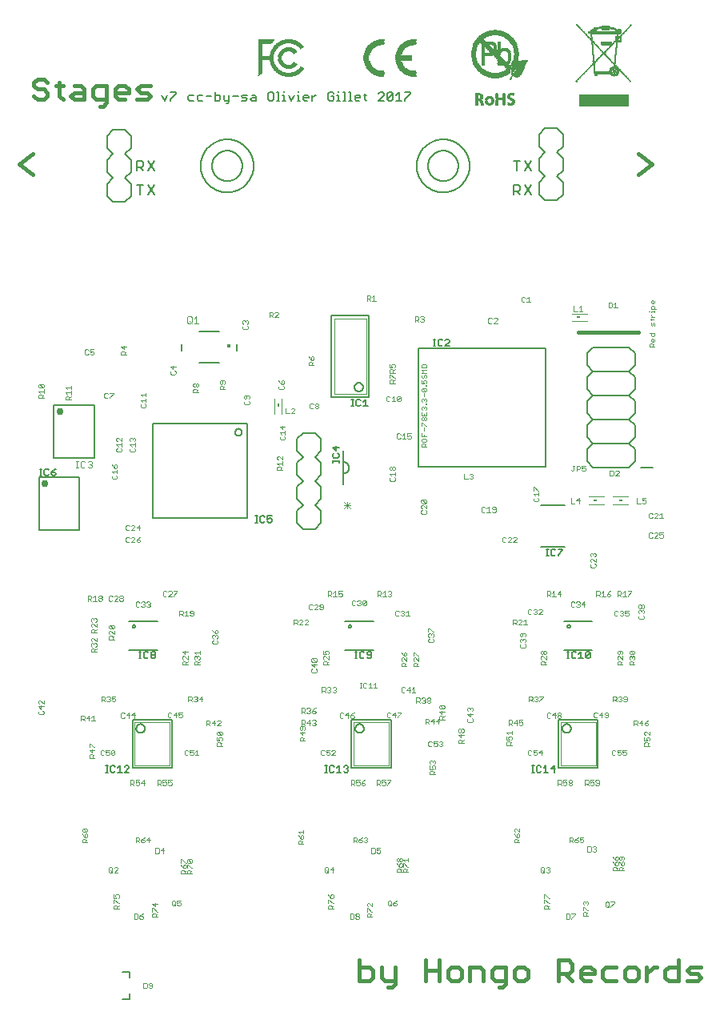
<source format=gbr>
G04 EAGLE Gerber RS-274X export*
G75*
%MOMM*%
%FSLAX34Y34*%
%LPD*%
%AMOC8*
5,1,8,0,0,1.08239X$1,22.5*%
G01*
%ADD10C,0.406400*%
%ADD11C,0.101600*%
%ADD12C,0.381000*%
%ADD13C,0.152400*%
%ADD14C,0.203200*%
%ADD15C,0.050800*%
%ADD16C,0.127000*%
%ADD17C,0.750000*%
%ADD18C,0.070000*%
%ADD19R,0.400000X0.200000*%
%ADD20R,0.106700X0.035500*%
%ADD21R,0.142300X0.035500*%
%ADD22R,0.284500X0.035600*%
%ADD23R,0.391100X0.035600*%
%ADD24R,0.248900X0.035600*%
%ADD25R,0.497900X0.035600*%
%ADD26R,0.284500X0.035500*%
%ADD27R,0.533400X0.035500*%
%ADD28R,0.284400X0.035500*%
%ADD29R,0.604500X0.035500*%
%ADD30R,0.284400X0.035600*%
%ADD31R,0.640100X0.035600*%
%ADD32R,0.675600X0.035600*%
%ADD33R,0.711200X0.035600*%
%ADD34R,0.782300X0.035500*%
%ADD35R,0.711200X0.035500*%
%ADD36R,0.320000X0.035600*%
%ADD37R,0.320100X0.035600*%
%ADD38R,0.213300X0.035600*%
%ADD39R,0.320000X0.035500*%
%ADD40R,0.071100X0.035500*%
%ADD41R,0.248900X0.035500*%
%ADD42R,0.320100X0.035500*%
%ADD43R,0.462300X0.035500*%
%ADD44R,1.031200X0.035600*%
%ADD45R,0.675700X0.035500*%
%ADD46R,1.031200X0.035500*%
%ADD47R,0.675700X0.035600*%
%ADD48R,0.249000X0.035600*%
%ADD49R,0.568900X0.035600*%
%ADD50R,0.746800X0.035600*%
%ADD51R,0.569000X0.035600*%
%ADD52R,0.782400X0.035500*%
%ADD53R,0.355600X0.035600*%
%ADD54R,0.426700X0.035600*%
%ADD55R,0.746700X0.035500*%
%ADD56R,0.391200X0.035500*%
%ADD57R,0.604500X0.035600*%
%ADD58R,0.071100X0.035600*%
%ADD59R,0.853500X0.035500*%
%ADD60R,0.675600X0.035500*%
%ADD61R,0.817900X0.035600*%
%ADD62R,0.640100X0.035500*%
%ADD63R,0.213300X0.035500*%
%ADD64R,0.426700X0.035500*%
%ADD65R,0.142300X0.035600*%
%ADD66R,0.142200X0.035600*%
%ADD67R,0.142200X0.035500*%
%ADD68R,0.177800X0.035600*%
%ADD69R,0.853400X0.035500*%
%ADD70R,1.209000X0.035600*%
%ADD71R,0.213400X0.035600*%
%ADD72R,1.493500X0.035600*%
%ADD73R,0.391200X0.035600*%
%ADD74R,1.706900X0.035500*%
%ADD75R,1.884700X0.035600*%
%ADD76R,2.062500X0.035500*%
%ADD77R,0.889000X0.035500*%
%ADD78R,2.204700X0.035600*%
%ADD79R,0.924600X0.035600*%
%ADD80R,2.347000X0.035600*%
%ADD81R,0.924500X0.035600*%
%ADD82R,2.489200X0.035500*%
%ADD83R,0.924600X0.035500*%
%ADD84R,2.631400X0.035600*%
%ADD85R,0.035600X0.035600*%
%ADD86R,0.960200X0.035600*%
%ADD87R,2.702600X0.035500*%
%ADD88R,0.106600X0.035500*%
%ADD89R,0.960100X0.035500*%
%ADD90R,2.844800X0.035600*%
%ADD91R,2.915900X0.035600*%
%ADD92R,3.058200X0.035500*%
%ADD93R,0.213400X0.035500*%
%ADD94R,1.280200X0.035600*%
%ADD95R,1.280100X0.035600*%
%ADD96R,1.137900X0.035500*%
%ADD97R,1.066800X0.035600*%
%ADD98R,0.995700X0.035600*%
%ADD99R,0.889000X0.035600*%
%ADD100R,0.995600X0.035600*%
%ADD101R,0.960200X0.035500*%
%ADD102R,0.782300X0.035600*%
%ADD103R,0.853400X0.035600*%
%ADD104R,0.640000X0.035600*%
%ADD105R,0.853500X0.035600*%
%ADD106R,0.817800X0.035500*%
%ADD107R,0.462200X0.035600*%
%ADD108R,0.106700X0.035600*%
%ADD109R,0.355600X0.035500*%
%ADD110R,0.746700X0.035600*%
%ADD111R,0.462300X0.035600*%
%ADD112R,0.497800X0.035500*%
%ADD113R,0.533400X0.035600*%
%ADD114R,0.604600X0.035500*%
%ADD115R,0.817900X0.035500*%
%ADD116R,1.386900X0.035600*%
%ADD117R,1.386800X0.035600*%
%ADD118R,1.386800X0.035500*%
%ADD119R,1.351300X0.035600*%
%ADD120R,0.640000X0.035500*%
%ADD121R,1.386900X0.035500*%
%ADD122R,1.315700X0.035600*%
%ADD123R,0.177800X0.035500*%
%ADD124R,1.351200X0.035500*%
%ADD125R,0.604600X0.035600*%
%ADD126R,0.569000X0.035500*%
%ADD127R,1.209000X0.035500*%
%ADD128R,1.280100X0.035500*%
%ADD129R,1.244600X0.035600*%
%ADD130R,1.315700X0.035500*%
%ADD131R,1.209100X0.035600*%
%ADD132R,0.568900X0.035500*%
%ADD133R,1.351300X0.035500*%
%ADD134R,1.173500X0.035500*%
%ADD135R,1.137900X0.035600*%
%ADD136R,1.102400X0.035600*%
%ADD137R,0.497900X0.035500*%
%ADD138R,0.497800X0.035600*%
%ADD139R,1.031300X0.035500*%
%ADD140R,1.173500X0.035600*%
%ADD141R,1.955800X0.035600*%
%ADD142R,1.955800X0.035500*%
%ADD143R,1.991400X0.035600*%
%ADD144R,1.991400X0.035500*%
%ADD145R,0.995600X0.035500*%
%ADD146R,1.244600X0.035500*%
%ADD147R,0.782400X0.035600*%
%ADD148R,1.493600X0.035500*%
%ADD149R,1.493600X0.035600*%
%ADD150R,1.458000X0.035500*%
%ADD151R,1.457900X0.035600*%
%ADD152R,1.457900X0.035500*%
%ADD153R,1.458000X0.035600*%
%ADD154R,2.098000X0.035500*%
%ADD155R,1.778000X0.035600*%
%ADD156R,1.102300X0.035600*%
%ADD157R,0.960100X0.035600*%
%ADD158R,0.746800X0.035500*%
%ADD159R,0.995700X0.035500*%
%ADD160R,1.102300X0.035500*%
%ADD161R,3.058200X0.035600*%
%ADD162R,2.951500X0.035500*%
%ADD163R,2.773700X0.035500*%
%ADD164R,2.489200X0.035600*%
%ADD165R,2.382500X0.035500*%
%ADD166R,2.240300X0.035600*%
%ADD167R,1.920200X0.035600*%
%ADD168R,1.706900X0.035600*%
%ADD169R,1.529100X0.035500*%
%ADD170R,5.298400X0.035500*%
%ADD171R,5.298400X0.035600*%
%ADD172R,0.035500X0.035600*%
%ADD173R,0.391100X0.035500*%
%ADD174R,1.991300X0.035500*%
%ADD175R,0.249000X0.035500*%
%ADD176R,0.426800X0.035600*%
%ADD177R,0.426800X0.035500*%
%ADD178R,1.280200X0.035500*%
%ADD179R,1.102400X0.035500*%
%ADD180R,3.164800X0.035600*%
%ADD181R,3.449400X0.035600*%
%ADD182R,3.484900X0.035500*%
%ADD183R,3.484900X0.035600*%
%ADD184R,3.520500X0.035500*%
%ADD185R,3.520500X0.035600*%
%ADD186R,2.418100X0.035600*%
%ADD187R,2.098000X0.035600*%
%ADD188R,1.600200X0.035500*%
%ADD189R,1.173400X0.035600*%
%ADD190R,0.200000X0.400000*%
%ADD191C,0.364000*%
%ADD192C,0.076200*%
%ADD193R,0.465800X0.042200*%
%ADD194R,0.889000X0.042400*%
%ADD195R,0.042200X0.042400*%
%ADD196R,1.227800X0.042400*%
%ADD197R,0.084600X0.042200*%
%ADD198R,1.481800X0.042200*%
%ADD199R,0.169200X0.042400*%
%ADD200R,1.651000X0.042400*%
%ADD201R,0.211600X0.042400*%
%ADD202R,1.820200X0.042400*%
%ADD203R,0.296200X0.042200*%
%ADD204R,1.989800X0.042200*%
%ADD205R,0.338600X0.042400*%
%ADD206R,2.159000X0.042400*%
%ADD207R,0.423200X0.042400*%
%ADD208R,2.243800X0.042400*%
%ADD209R,0.423200X0.042200*%
%ADD210R,2.413000X0.042200*%
%ADD211R,0.931400X0.042400*%
%ADD212R,0.804200X0.042400*%
%ADD213R,0.719600X0.042200*%
%ADD214R,0.677400X0.042400*%
%ADD215R,0.635000X0.042400*%
%ADD216R,0.592600X0.042200*%
%ADD217R,0.592800X0.042400*%
%ADD218R,0.592600X0.042400*%
%ADD219R,0.550400X0.042200*%
%ADD220R,0.508000X0.042400*%
%ADD221R,0.550400X0.042400*%
%ADD222R,0.296200X0.042400*%
%ADD223R,0.508000X0.042200*%
%ADD224R,0.635000X0.042200*%
%ADD225R,0.381000X0.042200*%
%ADD226R,0.465600X0.042400*%
%ADD227R,0.296400X0.042400*%
%ADD228R,1.058200X0.042400*%
%ADD229R,1.227800X0.042200*%
%ADD230R,0.127000X0.042200*%
%ADD231R,0.465800X0.042400*%
%ADD232R,1.312200X0.042400*%
%ADD233R,1.481800X0.042400*%
%ADD234R,0.465600X0.042200*%
%ADD235R,1.566200X0.042200*%
%ADD236R,0.423400X0.042400*%
%ADD237R,1.735800X0.042400*%
%ADD238R,0.423400X0.042200*%
%ADD239R,0.677200X0.042200*%
%ADD240R,0.254000X0.042400*%
%ADD241R,0.169400X0.042400*%
%ADD242R,0.381000X0.042400*%
%ADD243R,1.608600X0.042200*%
%ADD244R,1.608600X0.042400*%
%ADD245R,0.042400X0.042200*%
%ADD246R,0.127000X0.042400*%
%ADD247R,0.338600X0.042200*%
%ADD248R,0.677400X0.042200*%
%ADD249R,0.338800X0.042200*%
%ADD250R,0.211800X0.042400*%
%ADD251R,0.762000X0.042200*%
%ADD252R,1.397000X0.042400*%
%ADD253R,1.439200X0.042200*%
%ADD254R,2.328200X0.042200*%
%ADD255R,1.481600X0.042400*%
%ADD256R,2.074200X0.042400*%
%ADD257R,1.524000X0.042200*%
%ADD258R,1.566200X0.042400*%
%ADD259R,1.651000X0.042200*%
%ADD260R,0.762000X0.042400*%
%ADD261R,0.804400X0.042400*%
%ADD262R,0.889000X0.042200*%
%ADD263R,1.016000X0.042400*%
%ADD264R,1.100600X0.042400*%
%ADD265R,1.100800X0.042400*%
%ADD266R,1.143000X0.042200*%
%ADD267R,1.185400X0.042200*%
%ADD268R,1.227600X0.042400*%
%ADD269R,1.270000X0.042400*%
%ADD270R,1.312400X0.042400*%
%ADD271R,1.354600X0.042200*%
%ADD272R,1.397000X0.042200*%
%ADD273R,1.439400X0.042400*%
%ADD274R,1.566400X0.042400*%
%ADD275R,1.608800X0.042400*%
%ADD276R,1.100600X0.042200*%
%ADD277R,0.973600X0.042400*%
%ADD278R,0.846800X0.042400*%
%ADD279R,0.846600X0.042400*%
%ADD280R,0.804400X0.042200*%
%ADD281R,0.719600X0.042400*%
%ADD282R,0.719800X0.042200*%
%ADD283R,0.719800X0.042400*%
%ADD284R,0.677200X0.042400*%
%ADD285R,1.735600X0.042400*%
%ADD286R,0.592800X0.042200*%
%ADD287R,1.778000X0.042200*%
%ADD288R,1.778000X0.042400*%
%ADD289R,1.100800X0.042200*%
%ADD290R,1.566400X0.042200*%
%ADD291R,1.439200X0.042400*%
%ADD292R,1.185200X0.042200*%
%ADD293R,0.931400X0.042200*%


D10*
X603250Y714375D02*
X666750Y714375D01*
D11*
X678621Y699008D02*
X683705Y699008D01*
X678621Y699008D02*
X678621Y701550D01*
X679468Y702398D01*
X681163Y702398D01*
X682010Y701550D01*
X682010Y699008D01*
X682010Y700703D02*
X683705Y702398D01*
X683705Y705468D02*
X683705Y707163D01*
X683705Y705468D02*
X682858Y704621D01*
X681163Y704621D01*
X680315Y705468D01*
X680315Y707163D01*
X681163Y708011D01*
X682010Y708011D01*
X682010Y704621D01*
X683705Y713624D02*
X678621Y713624D01*
X683705Y713624D02*
X683705Y711082D01*
X682858Y710234D01*
X681163Y710234D01*
X680315Y711082D01*
X680315Y713624D01*
X683705Y721460D02*
X683705Y724003D01*
X682858Y724850D01*
X682010Y724003D01*
X682010Y722308D01*
X681163Y721460D01*
X680315Y722308D01*
X680315Y724850D01*
X679468Y727921D02*
X682858Y727921D01*
X683705Y728768D01*
X680315Y728768D02*
X680315Y727073D01*
X680315Y730816D02*
X683705Y730816D01*
X682010Y730816D02*
X680315Y732510D01*
X680315Y733358D01*
X680315Y735493D02*
X680315Y736341D01*
X683705Y736341D01*
X683705Y737188D02*
X683705Y735493D01*
X678621Y736341D02*
X677773Y736341D01*
X680315Y739235D02*
X685400Y739235D01*
X680315Y739235D02*
X680315Y741777D01*
X681163Y742625D01*
X682858Y742625D01*
X683705Y741777D01*
X683705Y739235D01*
X683705Y745696D02*
X683705Y747390D01*
X683705Y745696D02*
X682858Y744848D01*
X681163Y744848D01*
X680315Y745696D01*
X680315Y747390D01*
X681163Y748238D01*
X682010Y748238D01*
X682010Y744848D01*
D12*
X41711Y978762D02*
X38109Y982363D01*
X30906Y982363D01*
X27305Y978762D01*
X27305Y975161D01*
X30906Y971559D01*
X38109Y971559D01*
X41711Y967958D01*
X41711Y964356D01*
X38109Y960755D01*
X30906Y960755D01*
X27305Y964356D01*
X54294Y964356D02*
X54294Y978762D01*
X54294Y964356D02*
X57896Y960755D01*
X57896Y975161D02*
X50693Y975161D01*
X69886Y975161D02*
X77089Y975161D01*
X80691Y971559D01*
X80691Y960755D01*
X69886Y960755D01*
X66285Y964356D01*
X69886Y967958D01*
X80691Y967958D01*
X96876Y953552D02*
X100477Y953552D01*
X104079Y957154D01*
X104079Y975161D01*
X93274Y975161D01*
X89673Y971559D01*
X89673Y964356D01*
X93274Y960755D01*
X104079Y960755D01*
X116662Y960755D02*
X123865Y960755D01*
X116662Y960755D02*
X113061Y964356D01*
X113061Y971559D01*
X116662Y975161D01*
X123865Y975161D01*
X127467Y971559D01*
X127467Y967958D01*
X113061Y967958D01*
X136449Y960755D02*
X147253Y960755D01*
X150854Y964356D01*
X147253Y967958D01*
X140050Y967958D01*
X136449Y971559D01*
X140050Y975161D01*
X150854Y975161D01*
D13*
X162687Y965374D02*
X165568Y959612D01*
X168449Y965374D01*
X172042Y968255D02*
X177804Y968255D01*
X177804Y966815D01*
X172042Y961053D01*
X172042Y959612D01*
X192193Y965374D02*
X196515Y965374D01*
X192193Y965374D02*
X190753Y963934D01*
X190753Y961053D01*
X192193Y959612D01*
X196515Y959612D01*
X201548Y965374D02*
X205870Y965374D01*
X201548Y965374D02*
X200108Y963934D01*
X200108Y961053D01*
X201548Y959612D01*
X205870Y959612D01*
X209463Y963934D02*
X215225Y963934D01*
X218818Y968255D02*
X218818Y959612D01*
X223140Y959612D01*
X224580Y961053D01*
X224580Y963934D01*
X223140Y965374D01*
X218818Y965374D01*
X228173Y965374D02*
X228173Y961053D01*
X229614Y959612D01*
X233936Y959612D01*
X233936Y958171D02*
X233936Y965374D01*
X233936Y958171D02*
X232495Y956731D01*
X231054Y956731D01*
X237529Y963934D02*
X243291Y963934D01*
X246884Y959612D02*
X251205Y959612D01*
X252646Y961053D01*
X251205Y962493D01*
X248324Y962493D01*
X246884Y963934D01*
X248324Y965374D01*
X252646Y965374D01*
X257679Y965374D02*
X260561Y965374D01*
X262001Y963934D01*
X262001Y959612D01*
X257679Y959612D01*
X256239Y961053D01*
X257679Y962493D01*
X262001Y962493D01*
X276390Y968255D02*
X279271Y968255D01*
X276390Y968255D02*
X274949Y966815D01*
X274949Y961053D01*
X276390Y959612D01*
X279271Y959612D01*
X280712Y961053D01*
X280712Y966815D01*
X279271Y968255D01*
X284304Y968255D02*
X285745Y968255D01*
X285745Y959612D01*
X284304Y959612D02*
X287186Y959612D01*
X290541Y965374D02*
X291982Y965374D01*
X291982Y959612D01*
X293422Y959612D02*
X290541Y959612D01*
X291982Y968255D02*
X291982Y969696D01*
X296778Y965374D02*
X299659Y959612D01*
X302540Y965374D01*
X306133Y965374D02*
X307574Y965374D01*
X307574Y959612D01*
X309014Y959612D02*
X306133Y959612D01*
X307574Y968255D02*
X307574Y969696D01*
X313811Y959612D02*
X316692Y959612D01*
X313811Y959612D02*
X312370Y961053D01*
X312370Y963934D01*
X313811Y965374D01*
X316692Y965374D01*
X318132Y963934D01*
X318132Y962493D01*
X312370Y962493D01*
X321725Y959612D02*
X321725Y965374D01*
X321725Y962493D02*
X324606Y965374D01*
X326047Y965374D01*
X343198Y968255D02*
X344639Y966815D01*
X343198Y968255D02*
X340317Y968255D01*
X338876Y966815D01*
X338876Y961053D01*
X340317Y959612D01*
X343198Y959612D01*
X344639Y961053D01*
X344639Y963934D01*
X341757Y963934D01*
X348232Y965374D02*
X349672Y965374D01*
X349672Y959612D01*
X348232Y959612D02*
X351113Y959612D01*
X349672Y968255D02*
X349672Y969696D01*
X354468Y968255D02*
X355909Y968255D01*
X355909Y959612D01*
X357349Y959612D02*
X354468Y959612D01*
X360705Y968255D02*
X362146Y968255D01*
X362146Y959612D01*
X363586Y959612D02*
X360705Y959612D01*
X368382Y959612D02*
X371264Y959612D01*
X368382Y959612D02*
X366942Y961053D01*
X366942Y963934D01*
X368382Y965374D01*
X371264Y965374D01*
X372704Y963934D01*
X372704Y962493D01*
X366942Y962493D01*
X377738Y961053D02*
X377738Y966815D01*
X377738Y961053D02*
X379178Y959612D01*
X379178Y965374D02*
X376297Y965374D01*
X391889Y959612D02*
X397651Y959612D01*
X391889Y959612D02*
X397651Y965374D01*
X397651Y966815D01*
X396211Y968255D01*
X393330Y968255D01*
X391889Y966815D01*
X401244Y966815D02*
X401244Y961053D01*
X401244Y966815D02*
X402685Y968255D01*
X405566Y968255D01*
X407006Y966815D01*
X407006Y961053D01*
X405566Y959612D01*
X402685Y959612D01*
X401244Y961053D01*
X407006Y966815D01*
X410599Y965374D02*
X413481Y968255D01*
X413481Y959612D01*
X416362Y959612D02*
X410599Y959612D01*
X419955Y968255D02*
X425717Y968255D01*
X425717Y966815D01*
X419955Y961053D01*
X419955Y959612D01*
D12*
X25836Y902988D02*
X11430Y892184D01*
X25836Y881380D01*
X667067Y902988D02*
X681473Y892184D01*
X667067Y881380D01*
D14*
X135954Y885254D02*
X135954Y895931D01*
X141293Y895931D01*
X143072Y894152D01*
X143072Y890593D01*
X141293Y888813D01*
X135954Y888813D01*
X139513Y888813D02*
X143072Y885254D01*
X147648Y895931D02*
X154766Y885254D01*
X147648Y885254D02*
X154766Y895931D01*
X139513Y870531D02*
X139513Y859854D01*
X135954Y870531D02*
X143072Y870531D01*
X147648Y870531D02*
X154766Y859854D01*
X147648Y859854D02*
X154766Y870531D01*
X534841Y870531D02*
X534841Y859854D01*
X534841Y870531D02*
X540180Y870531D01*
X541959Y868752D01*
X541959Y865193D01*
X540180Y863413D01*
X534841Y863413D01*
X538400Y863413D02*
X541959Y859854D01*
X546535Y870531D02*
X553653Y859854D01*
X546535Y859854D02*
X553653Y870531D01*
X538400Y885254D02*
X538400Y895931D01*
X534841Y895931D02*
X541959Y895931D01*
X546535Y895931D02*
X553653Y885254D01*
X546535Y885254D02*
X553653Y895931D01*
D12*
X371793Y50501D02*
X371793Y28893D01*
X382597Y28893D01*
X386198Y32494D01*
X386198Y39697D01*
X382597Y43298D01*
X371793Y43298D01*
X395180Y43298D02*
X395180Y32494D01*
X398782Y28893D01*
X409586Y28893D01*
X409586Y25291D02*
X409586Y43298D01*
X409586Y25291D02*
X405985Y21690D01*
X402383Y21690D01*
X441956Y28893D02*
X441956Y50501D01*
X441956Y39697D02*
X456362Y39697D01*
X456362Y50501D02*
X456362Y28893D01*
X468946Y28893D02*
X476149Y28893D01*
X479750Y32494D01*
X479750Y39697D01*
X476149Y43298D01*
X468946Y43298D01*
X465344Y39697D01*
X465344Y32494D01*
X468946Y28893D01*
X488732Y28893D02*
X488732Y43298D01*
X499537Y43298D01*
X503138Y39697D01*
X503138Y28893D01*
X519323Y21690D02*
X522925Y21690D01*
X526526Y25291D01*
X526526Y43298D01*
X515722Y43298D01*
X512120Y39697D01*
X512120Y32494D01*
X515722Y28893D01*
X526526Y28893D01*
X539110Y28893D02*
X546313Y28893D01*
X549914Y32494D01*
X549914Y39697D01*
X546313Y43298D01*
X539110Y43298D01*
X535508Y39697D01*
X535508Y32494D01*
X539110Y28893D01*
X582284Y28893D02*
X582284Y50501D01*
X593088Y50501D01*
X596690Y46900D01*
X596690Y39697D01*
X593088Y36095D01*
X582284Y36095D01*
X589487Y36095D02*
X596690Y28893D01*
X609274Y28893D02*
X616476Y28893D01*
X609274Y28893D02*
X605672Y32494D01*
X605672Y39697D01*
X609274Y43298D01*
X616476Y43298D01*
X620078Y39697D01*
X620078Y36095D01*
X605672Y36095D01*
X632662Y43298D02*
X643466Y43298D01*
X632662Y43298D02*
X629060Y39697D01*
X629060Y32494D01*
X632662Y28893D01*
X643466Y28893D01*
X656050Y28893D02*
X663252Y28893D01*
X666854Y32494D01*
X666854Y39697D01*
X663252Y43298D01*
X656050Y43298D01*
X652448Y39697D01*
X652448Y32494D01*
X656050Y28893D01*
X675836Y28893D02*
X675836Y43298D01*
X675836Y36095D02*
X683039Y43298D01*
X686640Y43298D01*
X709732Y50501D02*
X709732Y28893D01*
X698927Y28893D01*
X695326Y32494D01*
X695326Y39697D01*
X698927Y43298D01*
X709732Y43298D01*
X718714Y28893D02*
X729518Y28893D01*
X733120Y32494D01*
X729518Y36095D01*
X722315Y36095D01*
X718714Y39697D01*
X722315Y43298D01*
X733120Y43298D01*
D15*
X171699Y672864D02*
X172631Y673796D01*
X171699Y672864D02*
X171699Y671000D01*
X172631Y670068D01*
X176360Y670068D01*
X177292Y671000D01*
X177292Y672864D01*
X176360Y673796D01*
X177292Y678477D02*
X171699Y678477D01*
X174496Y675681D01*
X174496Y679409D01*
X248154Y720601D02*
X249086Y721534D01*
X248154Y720601D02*
X248154Y718737D01*
X249086Y717805D01*
X252815Y717805D01*
X253747Y718737D01*
X253747Y720601D01*
X252815Y721534D01*
X249086Y723418D02*
X248154Y724350D01*
X248154Y726214D01*
X249086Y727147D01*
X250019Y727147D01*
X250951Y726214D01*
X250951Y725282D01*
X250951Y726214D02*
X251883Y727147D01*
X252815Y727147D01*
X253747Y726214D01*
X253747Y724350D01*
X252815Y723418D01*
D14*
X588250Y378700D02*
X618250Y378700D01*
X618250Y408700D02*
X588250Y408700D01*
X591908Y403734D02*
X591910Y403809D01*
X591916Y403884D01*
X591926Y403959D01*
X591939Y404033D01*
X591957Y404106D01*
X591978Y404178D01*
X592003Y404249D01*
X592032Y404318D01*
X592065Y404386D01*
X592100Y404452D01*
X592140Y404516D01*
X592182Y404578D01*
X592228Y404638D01*
X592277Y404695D01*
X592329Y404749D01*
X592383Y404801D01*
X592440Y404850D01*
X592500Y404896D01*
X592562Y404938D01*
X592626Y404978D01*
X592692Y405013D01*
X592760Y405046D01*
X592829Y405075D01*
X592900Y405100D01*
X592972Y405121D01*
X593045Y405139D01*
X593119Y405152D01*
X593194Y405162D01*
X593269Y405168D01*
X593344Y405170D01*
X593419Y405168D01*
X593494Y405162D01*
X593569Y405152D01*
X593643Y405139D01*
X593716Y405121D01*
X593788Y405100D01*
X593859Y405075D01*
X593928Y405046D01*
X593996Y405013D01*
X594062Y404978D01*
X594126Y404938D01*
X594188Y404896D01*
X594248Y404850D01*
X594305Y404801D01*
X594359Y404749D01*
X594411Y404695D01*
X594460Y404638D01*
X594506Y404578D01*
X594548Y404516D01*
X594588Y404452D01*
X594623Y404386D01*
X594656Y404318D01*
X594685Y404249D01*
X594710Y404178D01*
X594731Y404106D01*
X594749Y404033D01*
X594762Y403959D01*
X594772Y403884D01*
X594778Y403809D01*
X594780Y403734D01*
X594778Y403659D01*
X594772Y403584D01*
X594762Y403509D01*
X594749Y403435D01*
X594731Y403362D01*
X594710Y403290D01*
X594685Y403219D01*
X594656Y403150D01*
X594623Y403082D01*
X594588Y403016D01*
X594548Y402952D01*
X594506Y402890D01*
X594460Y402830D01*
X594411Y402773D01*
X594359Y402719D01*
X594305Y402667D01*
X594248Y402618D01*
X594188Y402572D01*
X594126Y402530D01*
X594062Y402490D01*
X593996Y402455D01*
X593928Y402422D01*
X593859Y402393D01*
X593788Y402368D01*
X593716Y402347D01*
X593643Y402329D01*
X593569Y402316D01*
X593494Y402306D01*
X593419Y402300D01*
X593344Y402298D01*
X593269Y402300D01*
X593194Y402306D01*
X593119Y402316D01*
X593045Y402329D01*
X592972Y402347D01*
X592900Y402368D01*
X592829Y402393D01*
X592760Y402422D01*
X592692Y402455D01*
X592626Y402490D01*
X592562Y402530D01*
X592500Y402572D01*
X592440Y402618D01*
X592383Y402667D01*
X592329Y402719D01*
X592277Y402773D01*
X592228Y402830D01*
X592182Y402890D01*
X592140Y402952D01*
X592100Y403016D01*
X592065Y403082D01*
X592032Y403150D01*
X592003Y403219D01*
X591978Y403290D01*
X591957Y403362D01*
X591939Y403435D01*
X591926Y403509D01*
X591916Y403584D01*
X591910Y403659D01*
X591908Y403734D01*
D16*
X591406Y369957D02*
X593694Y369957D01*
X592550Y369957D02*
X592550Y376821D01*
X591406Y376821D02*
X593694Y376821D01*
X599827Y376821D02*
X600971Y375677D01*
X599827Y376821D02*
X597540Y376821D01*
X596396Y375677D01*
X596396Y371101D01*
X597540Y369957D01*
X599827Y369957D01*
X600971Y371101D01*
X603880Y374533D02*
X606168Y376821D01*
X606168Y369957D01*
X603880Y369957D02*
X608456Y369957D01*
X611364Y371101D02*
X611364Y375677D01*
X612508Y376821D01*
X614796Y376821D01*
X615940Y375677D01*
X615940Y371101D01*
X614796Y369957D01*
X612508Y369957D01*
X611364Y371101D01*
X615940Y375677D01*
D14*
X157875Y378700D02*
X127875Y378700D01*
X127875Y408700D02*
X157875Y408700D01*
X131533Y403734D02*
X131535Y403809D01*
X131541Y403884D01*
X131551Y403959D01*
X131564Y404033D01*
X131582Y404106D01*
X131603Y404178D01*
X131628Y404249D01*
X131657Y404318D01*
X131690Y404386D01*
X131725Y404452D01*
X131765Y404516D01*
X131807Y404578D01*
X131853Y404638D01*
X131902Y404695D01*
X131954Y404749D01*
X132008Y404801D01*
X132065Y404850D01*
X132125Y404896D01*
X132187Y404938D01*
X132251Y404978D01*
X132317Y405013D01*
X132385Y405046D01*
X132454Y405075D01*
X132525Y405100D01*
X132597Y405121D01*
X132670Y405139D01*
X132744Y405152D01*
X132819Y405162D01*
X132894Y405168D01*
X132969Y405170D01*
X133044Y405168D01*
X133119Y405162D01*
X133194Y405152D01*
X133268Y405139D01*
X133341Y405121D01*
X133413Y405100D01*
X133484Y405075D01*
X133553Y405046D01*
X133621Y405013D01*
X133687Y404978D01*
X133751Y404938D01*
X133813Y404896D01*
X133873Y404850D01*
X133930Y404801D01*
X133984Y404749D01*
X134036Y404695D01*
X134085Y404638D01*
X134131Y404578D01*
X134173Y404516D01*
X134213Y404452D01*
X134248Y404386D01*
X134281Y404318D01*
X134310Y404249D01*
X134335Y404178D01*
X134356Y404106D01*
X134374Y404033D01*
X134387Y403959D01*
X134397Y403884D01*
X134403Y403809D01*
X134405Y403734D01*
X134403Y403659D01*
X134397Y403584D01*
X134387Y403509D01*
X134374Y403435D01*
X134356Y403362D01*
X134335Y403290D01*
X134310Y403219D01*
X134281Y403150D01*
X134248Y403082D01*
X134213Y403016D01*
X134173Y402952D01*
X134131Y402890D01*
X134085Y402830D01*
X134036Y402773D01*
X133984Y402719D01*
X133930Y402667D01*
X133873Y402618D01*
X133813Y402572D01*
X133751Y402530D01*
X133687Y402490D01*
X133621Y402455D01*
X133553Y402422D01*
X133484Y402393D01*
X133413Y402368D01*
X133341Y402347D01*
X133268Y402329D01*
X133194Y402316D01*
X133119Y402306D01*
X133044Y402300D01*
X132969Y402298D01*
X132894Y402300D01*
X132819Y402306D01*
X132744Y402316D01*
X132670Y402329D01*
X132597Y402347D01*
X132525Y402368D01*
X132454Y402393D01*
X132385Y402422D01*
X132317Y402455D01*
X132251Y402490D01*
X132187Y402530D01*
X132125Y402572D01*
X132065Y402618D01*
X132008Y402667D01*
X131954Y402719D01*
X131902Y402773D01*
X131853Y402830D01*
X131807Y402890D01*
X131765Y402952D01*
X131725Y403016D01*
X131690Y403082D01*
X131657Y403150D01*
X131628Y403219D01*
X131603Y403290D01*
X131582Y403362D01*
X131564Y403435D01*
X131551Y403509D01*
X131541Y403584D01*
X131535Y403659D01*
X131533Y403734D01*
D16*
X138515Y369957D02*
X140803Y369957D01*
X139659Y369957D02*
X139659Y376821D01*
X138515Y376821D02*
X140803Y376821D01*
X146937Y376821D02*
X148081Y375677D01*
X146937Y376821D02*
X144649Y376821D01*
X143505Y375677D01*
X143505Y371101D01*
X144649Y369957D01*
X146937Y369957D01*
X148081Y371101D01*
X150989Y375677D02*
X152133Y376821D01*
X154421Y376821D01*
X155565Y375677D01*
X155565Y374533D01*
X154421Y373389D01*
X155565Y372245D01*
X155565Y371101D01*
X154421Y369957D01*
X152133Y369957D01*
X150989Y371101D01*
X150989Y372245D01*
X152133Y373389D01*
X150989Y374533D01*
X150989Y375677D01*
X152133Y373389D02*
X154421Y373389D01*
D14*
X356475Y378700D02*
X386475Y378700D01*
X386475Y408700D02*
X356475Y408700D01*
X360133Y403734D02*
X360135Y403809D01*
X360141Y403884D01*
X360151Y403959D01*
X360164Y404033D01*
X360182Y404106D01*
X360203Y404178D01*
X360228Y404249D01*
X360257Y404318D01*
X360290Y404386D01*
X360325Y404452D01*
X360365Y404516D01*
X360407Y404578D01*
X360453Y404638D01*
X360502Y404695D01*
X360554Y404749D01*
X360608Y404801D01*
X360665Y404850D01*
X360725Y404896D01*
X360787Y404938D01*
X360851Y404978D01*
X360917Y405013D01*
X360985Y405046D01*
X361054Y405075D01*
X361125Y405100D01*
X361197Y405121D01*
X361270Y405139D01*
X361344Y405152D01*
X361419Y405162D01*
X361494Y405168D01*
X361569Y405170D01*
X361644Y405168D01*
X361719Y405162D01*
X361794Y405152D01*
X361868Y405139D01*
X361941Y405121D01*
X362013Y405100D01*
X362084Y405075D01*
X362153Y405046D01*
X362221Y405013D01*
X362287Y404978D01*
X362351Y404938D01*
X362413Y404896D01*
X362473Y404850D01*
X362530Y404801D01*
X362584Y404749D01*
X362636Y404695D01*
X362685Y404638D01*
X362731Y404578D01*
X362773Y404516D01*
X362813Y404452D01*
X362848Y404386D01*
X362881Y404318D01*
X362910Y404249D01*
X362935Y404178D01*
X362956Y404106D01*
X362974Y404033D01*
X362987Y403959D01*
X362997Y403884D01*
X363003Y403809D01*
X363005Y403734D01*
X363003Y403659D01*
X362997Y403584D01*
X362987Y403509D01*
X362974Y403435D01*
X362956Y403362D01*
X362935Y403290D01*
X362910Y403219D01*
X362881Y403150D01*
X362848Y403082D01*
X362813Y403016D01*
X362773Y402952D01*
X362731Y402890D01*
X362685Y402830D01*
X362636Y402773D01*
X362584Y402719D01*
X362530Y402667D01*
X362473Y402618D01*
X362413Y402572D01*
X362351Y402530D01*
X362287Y402490D01*
X362221Y402455D01*
X362153Y402422D01*
X362084Y402393D01*
X362013Y402368D01*
X361941Y402347D01*
X361868Y402329D01*
X361794Y402316D01*
X361719Y402306D01*
X361644Y402300D01*
X361569Y402298D01*
X361494Y402300D01*
X361419Y402306D01*
X361344Y402316D01*
X361270Y402329D01*
X361197Y402347D01*
X361125Y402368D01*
X361054Y402393D01*
X360985Y402422D01*
X360917Y402455D01*
X360851Y402490D01*
X360787Y402530D01*
X360725Y402572D01*
X360665Y402618D01*
X360608Y402667D01*
X360554Y402719D01*
X360502Y402773D01*
X360453Y402830D01*
X360407Y402890D01*
X360365Y402952D01*
X360325Y403016D01*
X360290Y403082D01*
X360257Y403150D01*
X360228Y403219D01*
X360203Y403290D01*
X360182Y403362D01*
X360164Y403435D01*
X360151Y403509D01*
X360141Y403584D01*
X360135Y403659D01*
X360133Y403734D01*
D16*
X367115Y369958D02*
X369403Y369958D01*
X368259Y369958D02*
X368259Y376822D01*
X367115Y376822D02*
X369403Y376822D01*
X375537Y376822D02*
X376681Y375678D01*
X375537Y376822D02*
X373249Y376822D01*
X372105Y375678D01*
X372105Y371102D01*
X373249Y369958D01*
X375537Y369958D01*
X376681Y371102D01*
X379589Y371102D02*
X380733Y369958D01*
X383021Y369958D01*
X384165Y371102D01*
X384165Y375678D01*
X383021Y376822D01*
X380733Y376822D01*
X379589Y375678D01*
X379589Y374534D01*
X380733Y373390D01*
X384165Y373390D01*
D13*
X131572Y304546D02*
X131572Y254254D01*
X173228Y254254D01*
X173228Y304546D01*
X131572Y304546D01*
D15*
X133858Y302260D02*
X133858Y256540D01*
X170942Y256540D01*
X170942Y302260D01*
X133858Y302260D01*
D13*
X135636Y295656D02*
X135638Y295791D01*
X135644Y295926D01*
X135654Y296060D01*
X135668Y296194D01*
X135686Y296328D01*
X135707Y296461D01*
X135733Y296593D01*
X135763Y296725D01*
X135796Y296856D01*
X135833Y296985D01*
X135875Y297114D01*
X135919Y297241D01*
X135968Y297367D01*
X136020Y297491D01*
X136076Y297614D01*
X136136Y297735D01*
X136199Y297854D01*
X136265Y297971D01*
X136335Y298086D01*
X136409Y298200D01*
X136486Y298311D01*
X136565Y298419D01*
X136649Y298525D01*
X136735Y298629D01*
X136824Y298730D01*
X136916Y298829D01*
X137011Y298924D01*
X137109Y299017D01*
X137209Y299107D01*
X137312Y299194D01*
X137418Y299278D01*
X137526Y299359D01*
X137636Y299436D01*
X137749Y299510D01*
X137864Y299581D01*
X137981Y299649D01*
X138099Y299713D01*
X138220Y299773D01*
X138342Y299830D01*
X138466Y299883D01*
X138592Y299933D01*
X138718Y299979D01*
X138847Y300021D01*
X138976Y300059D01*
X139106Y300093D01*
X139238Y300124D01*
X139370Y300151D01*
X139503Y300173D01*
X139636Y300192D01*
X139770Y300207D01*
X139905Y300218D01*
X140039Y300225D01*
X140174Y300228D01*
X140309Y300227D01*
X140444Y300222D01*
X140578Y300213D01*
X140713Y300200D01*
X140847Y300183D01*
X140980Y300162D01*
X141112Y300138D01*
X141244Y300109D01*
X141375Y300077D01*
X141505Y300040D01*
X141634Y300000D01*
X141761Y299956D01*
X141887Y299908D01*
X142012Y299857D01*
X142135Y299802D01*
X142257Y299743D01*
X142376Y299681D01*
X142494Y299615D01*
X142610Y299546D01*
X142723Y299474D01*
X142835Y299398D01*
X142944Y299319D01*
X143051Y299237D01*
X143155Y299151D01*
X143257Y299063D01*
X143356Y298971D01*
X143453Y298877D01*
X143546Y298780D01*
X143637Y298680D01*
X143725Y298578D01*
X143809Y298473D01*
X143891Y298365D01*
X143969Y298255D01*
X144044Y298143D01*
X144116Y298029D01*
X144184Y297913D01*
X144249Y297794D01*
X144310Y297674D01*
X144368Y297552D01*
X144422Y297429D01*
X144473Y297304D01*
X144519Y297177D01*
X144562Y297050D01*
X144602Y296921D01*
X144637Y296790D01*
X144669Y296659D01*
X144696Y296527D01*
X144720Y296395D01*
X144740Y296261D01*
X144756Y296127D01*
X144768Y295993D01*
X144776Y295858D01*
X144780Y295723D01*
X144780Y295589D01*
X144776Y295454D01*
X144768Y295319D01*
X144756Y295185D01*
X144740Y295051D01*
X144720Y294917D01*
X144696Y294785D01*
X144669Y294653D01*
X144637Y294522D01*
X144602Y294391D01*
X144562Y294262D01*
X144519Y294135D01*
X144473Y294008D01*
X144422Y293883D01*
X144368Y293760D01*
X144310Y293638D01*
X144249Y293518D01*
X144184Y293399D01*
X144116Y293283D01*
X144044Y293169D01*
X143969Y293057D01*
X143891Y292947D01*
X143809Y292839D01*
X143725Y292734D01*
X143637Y292632D01*
X143546Y292532D01*
X143453Y292435D01*
X143356Y292341D01*
X143257Y292249D01*
X143155Y292161D01*
X143051Y292075D01*
X142944Y291993D01*
X142835Y291914D01*
X142723Y291838D01*
X142610Y291766D01*
X142494Y291697D01*
X142376Y291631D01*
X142257Y291569D01*
X142135Y291510D01*
X142012Y291455D01*
X141887Y291404D01*
X141761Y291356D01*
X141634Y291312D01*
X141505Y291272D01*
X141375Y291235D01*
X141244Y291203D01*
X141112Y291174D01*
X140980Y291150D01*
X140847Y291129D01*
X140713Y291112D01*
X140578Y291099D01*
X140444Y291090D01*
X140309Y291085D01*
X140174Y291084D01*
X140039Y291087D01*
X139905Y291094D01*
X139770Y291105D01*
X139636Y291120D01*
X139503Y291139D01*
X139370Y291161D01*
X139238Y291188D01*
X139106Y291219D01*
X138976Y291253D01*
X138847Y291291D01*
X138718Y291333D01*
X138592Y291379D01*
X138466Y291429D01*
X138342Y291482D01*
X138220Y291539D01*
X138099Y291599D01*
X137981Y291663D01*
X137864Y291731D01*
X137749Y291802D01*
X137636Y291876D01*
X137526Y291953D01*
X137418Y292034D01*
X137312Y292118D01*
X137209Y292205D01*
X137109Y292295D01*
X137011Y292388D01*
X136916Y292483D01*
X136824Y292582D01*
X136735Y292683D01*
X136649Y292787D01*
X136565Y292893D01*
X136486Y293001D01*
X136409Y293112D01*
X136335Y293226D01*
X136265Y293341D01*
X136199Y293458D01*
X136136Y293577D01*
X136076Y293698D01*
X136020Y293821D01*
X135968Y293945D01*
X135919Y294071D01*
X135875Y294198D01*
X135833Y294327D01*
X135796Y294456D01*
X135763Y294587D01*
X135733Y294719D01*
X135707Y294851D01*
X135686Y294984D01*
X135668Y295118D01*
X135654Y295252D01*
X135644Y295386D01*
X135638Y295521D01*
X135636Y295656D01*
D16*
X105847Y249303D02*
X103559Y249303D01*
X104703Y249303D02*
X104703Y256167D01*
X103559Y256167D02*
X105847Y256167D01*
X111980Y256167D02*
X113124Y255023D01*
X111980Y256167D02*
X109693Y256167D01*
X108549Y255023D01*
X108549Y250447D01*
X109693Y249303D01*
X111980Y249303D01*
X113124Y250447D01*
X116033Y253879D02*
X118321Y256167D01*
X118321Y249303D01*
X116033Y249303D02*
X120609Y249303D01*
X123517Y249303D02*
X128093Y249303D01*
X123517Y249303D02*
X128093Y253879D01*
X128093Y255023D01*
X126949Y256167D01*
X124661Y256167D01*
X123517Y255023D01*
D13*
X363347Y254254D02*
X363347Y304546D01*
X363347Y254254D02*
X405003Y254254D01*
X405003Y304546D01*
X363347Y304546D01*
D15*
X365633Y302260D02*
X365633Y256540D01*
X402717Y256540D01*
X402717Y302260D01*
X365633Y302260D01*
D13*
X367411Y295656D02*
X367413Y295791D01*
X367419Y295926D01*
X367429Y296060D01*
X367443Y296194D01*
X367461Y296328D01*
X367482Y296461D01*
X367508Y296593D01*
X367538Y296725D01*
X367571Y296856D01*
X367608Y296985D01*
X367650Y297114D01*
X367694Y297241D01*
X367743Y297367D01*
X367795Y297491D01*
X367851Y297614D01*
X367911Y297735D01*
X367974Y297854D01*
X368040Y297971D01*
X368110Y298086D01*
X368184Y298200D01*
X368261Y298311D01*
X368340Y298419D01*
X368424Y298525D01*
X368510Y298629D01*
X368599Y298730D01*
X368691Y298829D01*
X368786Y298924D01*
X368884Y299017D01*
X368984Y299107D01*
X369087Y299194D01*
X369193Y299278D01*
X369301Y299359D01*
X369411Y299436D01*
X369524Y299510D01*
X369639Y299581D01*
X369756Y299649D01*
X369874Y299713D01*
X369995Y299773D01*
X370117Y299830D01*
X370241Y299883D01*
X370367Y299933D01*
X370493Y299979D01*
X370622Y300021D01*
X370751Y300059D01*
X370881Y300093D01*
X371013Y300124D01*
X371145Y300151D01*
X371278Y300173D01*
X371411Y300192D01*
X371545Y300207D01*
X371680Y300218D01*
X371814Y300225D01*
X371949Y300228D01*
X372084Y300227D01*
X372219Y300222D01*
X372353Y300213D01*
X372488Y300200D01*
X372622Y300183D01*
X372755Y300162D01*
X372887Y300138D01*
X373019Y300109D01*
X373150Y300077D01*
X373280Y300040D01*
X373409Y300000D01*
X373536Y299956D01*
X373662Y299908D01*
X373787Y299857D01*
X373910Y299802D01*
X374032Y299743D01*
X374151Y299681D01*
X374269Y299615D01*
X374385Y299546D01*
X374498Y299474D01*
X374610Y299398D01*
X374719Y299319D01*
X374826Y299237D01*
X374930Y299151D01*
X375032Y299063D01*
X375131Y298971D01*
X375228Y298877D01*
X375321Y298780D01*
X375412Y298680D01*
X375500Y298578D01*
X375584Y298473D01*
X375666Y298365D01*
X375744Y298255D01*
X375819Y298143D01*
X375891Y298029D01*
X375959Y297913D01*
X376024Y297794D01*
X376085Y297674D01*
X376143Y297552D01*
X376197Y297429D01*
X376248Y297304D01*
X376294Y297177D01*
X376337Y297050D01*
X376377Y296921D01*
X376412Y296790D01*
X376444Y296659D01*
X376471Y296527D01*
X376495Y296395D01*
X376515Y296261D01*
X376531Y296127D01*
X376543Y295993D01*
X376551Y295858D01*
X376555Y295723D01*
X376555Y295589D01*
X376551Y295454D01*
X376543Y295319D01*
X376531Y295185D01*
X376515Y295051D01*
X376495Y294917D01*
X376471Y294785D01*
X376444Y294653D01*
X376412Y294522D01*
X376377Y294391D01*
X376337Y294262D01*
X376294Y294135D01*
X376248Y294008D01*
X376197Y293883D01*
X376143Y293760D01*
X376085Y293638D01*
X376024Y293518D01*
X375959Y293399D01*
X375891Y293283D01*
X375819Y293169D01*
X375744Y293057D01*
X375666Y292947D01*
X375584Y292839D01*
X375500Y292734D01*
X375412Y292632D01*
X375321Y292532D01*
X375228Y292435D01*
X375131Y292341D01*
X375032Y292249D01*
X374930Y292161D01*
X374826Y292075D01*
X374719Y291993D01*
X374610Y291914D01*
X374498Y291838D01*
X374385Y291766D01*
X374269Y291697D01*
X374151Y291631D01*
X374032Y291569D01*
X373910Y291510D01*
X373787Y291455D01*
X373662Y291404D01*
X373536Y291356D01*
X373409Y291312D01*
X373280Y291272D01*
X373150Y291235D01*
X373019Y291203D01*
X372887Y291174D01*
X372755Y291150D01*
X372622Y291129D01*
X372488Y291112D01*
X372353Y291099D01*
X372219Y291090D01*
X372084Y291085D01*
X371949Y291084D01*
X371814Y291087D01*
X371680Y291094D01*
X371545Y291105D01*
X371411Y291120D01*
X371278Y291139D01*
X371145Y291161D01*
X371013Y291188D01*
X370881Y291219D01*
X370751Y291253D01*
X370622Y291291D01*
X370493Y291333D01*
X370367Y291379D01*
X370241Y291429D01*
X370117Y291482D01*
X369995Y291539D01*
X369874Y291599D01*
X369756Y291663D01*
X369639Y291731D01*
X369524Y291802D01*
X369411Y291876D01*
X369301Y291953D01*
X369193Y292034D01*
X369087Y292118D01*
X368984Y292205D01*
X368884Y292295D01*
X368786Y292388D01*
X368691Y292483D01*
X368599Y292582D01*
X368510Y292683D01*
X368424Y292787D01*
X368340Y292893D01*
X368261Y293001D01*
X368184Y293112D01*
X368110Y293226D01*
X368040Y293341D01*
X367974Y293458D01*
X367911Y293577D01*
X367851Y293698D01*
X367795Y293821D01*
X367743Y293945D01*
X367694Y294071D01*
X367650Y294198D01*
X367608Y294327D01*
X367571Y294456D01*
X367538Y294587D01*
X367508Y294719D01*
X367482Y294851D01*
X367461Y294984D01*
X367443Y295118D01*
X367429Y295252D01*
X367419Y295386D01*
X367413Y295521D01*
X367411Y295656D01*
D16*
X337622Y249301D02*
X335334Y249301D01*
X336478Y249301D02*
X336478Y256165D01*
X335334Y256165D02*
X337622Y256165D01*
X343755Y256165D02*
X344899Y255021D01*
X343755Y256165D02*
X341468Y256165D01*
X340324Y255021D01*
X340324Y250445D01*
X341468Y249301D01*
X343755Y249301D01*
X344899Y250445D01*
X347808Y253877D02*
X350096Y256165D01*
X350096Y249301D01*
X347808Y249301D02*
X352384Y249301D01*
X355292Y255021D02*
X356436Y256165D01*
X358724Y256165D01*
X359868Y255021D01*
X359868Y253877D01*
X358724Y252733D01*
X357580Y252733D01*
X358724Y252733D02*
X359868Y251589D01*
X359868Y250445D01*
X358724Y249301D01*
X356436Y249301D01*
X355292Y250445D01*
D13*
X582422Y254254D02*
X582422Y304546D01*
X582422Y254254D02*
X624078Y254254D01*
X624078Y304546D01*
X582422Y304546D01*
D15*
X584708Y302260D02*
X584708Y256540D01*
X621792Y256540D01*
X621792Y302260D01*
X584708Y302260D01*
D13*
X586486Y295656D02*
X586488Y295791D01*
X586494Y295926D01*
X586504Y296060D01*
X586518Y296194D01*
X586536Y296328D01*
X586557Y296461D01*
X586583Y296593D01*
X586613Y296725D01*
X586646Y296856D01*
X586683Y296985D01*
X586725Y297114D01*
X586769Y297241D01*
X586818Y297367D01*
X586870Y297491D01*
X586926Y297614D01*
X586986Y297735D01*
X587049Y297854D01*
X587115Y297971D01*
X587185Y298086D01*
X587259Y298200D01*
X587336Y298311D01*
X587415Y298419D01*
X587499Y298525D01*
X587585Y298629D01*
X587674Y298730D01*
X587766Y298829D01*
X587861Y298924D01*
X587959Y299017D01*
X588059Y299107D01*
X588162Y299194D01*
X588268Y299278D01*
X588376Y299359D01*
X588486Y299436D01*
X588599Y299510D01*
X588714Y299581D01*
X588831Y299649D01*
X588949Y299713D01*
X589070Y299773D01*
X589192Y299830D01*
X589316Y299883D01*
X589442Y299933D01*
X589568Y299979D01*
X589697Y300021D01*
X589826Y300059D01*
X589956Y300093D01*
X590088Y300124D01*
X590220Y300151D01*
X590353Y300173D01*
X590486Y300192D01*
X590620Y300207D01*
X590755Y300218D01*
X590889Y300225D01*
X591024Y300228D01*
X591159Y300227D01*
X591294Y300222D01*
X591428Y300213D01*
X591563Y300200D01*
X591697Y300183D01*
X591830Y300162D01*
X591962Y300138D01*
X592094Y300109D01*
X592225Y300077D01*
X592355Y300040D01*
X592484Y300000D01*
X592611Y299956D01*
X592737Y299908D01*
X592862Y299857D01*
X592985Y299802D01*
X593107Y299743D01*
X593226Y299681D01*
X593344Y299615D01*
X593460Y299546D01*
X593573Y299474D01*
X593685Y299398D01*
X593794Y299319D01*
X593901Y299237D01*
X594005Y299151D01*
X594107Y299063D01*
X594206Y298971D01*
X594303Y298877D01*
X594396Y298780D01*
X594487Y298680D01*
X594575Y298578D01*
X594659Y298473D01*
X594741Y298365D01*
X594819Y298255D01*
X594894Y298143D01*
X594966Y298029D01*
X595034Y297913D01*
X595099Y297794D01*
X595160Y297674D01*
X595218Y297552D01*
X595272Y297429D01*
X595323Y297304D01*
X595369Y297177D01*
X595412Y297050D01*
X595452Y296921D01*
X595487Y296790D01*
X595519Y296659D01*
X595546Y296527D01*
X595570Y296395D01*
X595590Y296261D01*
X595606Y296127D01*
X595618Y295993D01*
X595626Y295858D01*
X595630Y295723D01*
X595630Y295589D01*
X595626Y295454D01*
X595618Y295319D01*
X595606Y295185D01*
X595590Y295051D01*
X595570Y294917D01*
X595546Y294785D01*
X595519Y294653D01*
X595487Y294522D01*
X595452Y294391D01*
X595412Y294262D01*
X595369Y294135D01*
X595323Y294008D01*
X595272Y293883D01*
X595218Y293760D01*
X595160Y293638D01*
X595099Y293518D01*
X595034Y293399D01*
X594966Y293283D01*
X594894Y293169D01*
X594819Y293057D01*
X594741Y292947D01*
X594659Y292839D01*
X594575Y292734D01*
X594487Y292632D01*
X594396Y292532D01*
X594303Y292435D01*
X594206Y292341D01*
X594107Y292249D01*
X594005Y292161D01*
X593901Y292075D01*
X593794Y291993D01*
X593685Y291914D01*
X593573Y291838D01*
X593460Y291766D01*
X593344Y291697D01*
X593226Y291631D01*
X593107Y291569D01*
X592985Y291510D01*
X592862Y291455D01*
X592737Y291404D01*
X592611Y291356D01*
X592484Y291312D01*
X592355Y291272D01*
X592225Y291235D01*
X592094Y291203D01*
X591962Y291174D01*
X591830Y291150D01*
X591697Y291129D01*
X591563Y291112D01*
X591428Y291099D01*
X591294Y291090D01*
X591159Y291085D01*
X591024Y291084D01*
X590889Y291087D01*
X590755Y291094D01*
X590620Y291105D01*
X590486Y291120D01*
X590353Y291139D01*
X590220Y291161D01*
X590088Y291188D01*
X589956Y291219D01*
X589826Y291253D01*
X589697Y291291D01*
X589568Y291333D01*
X589442Y291379D01*
X589316Y291429D01*
X589192Y291482D01*
X589070Y291539D01*
X588949Y291599D01*
X588831Y291663D01*
X588714Y291731D01*
X588599Y291802D01*
X588486Y291876D01*
X588376Y291953D01*
X588268Y292034D01*
X588162Y292118D01*
X588059Y292205D01*
X587959Y292295D01*
X587861Y292388D01*
X587766Y292483D01*
X587674Y292582D01*
X587585Y292683D01*
X587499Y292787D01*
X587415Y292893D01*
X587336Y293001D01*
X587259Y293112D01*
X587185Y293226D01*
X587115Y293341D01*
X587049Y293458D01*
X586986Y293577D01*
X586926Y293698D01*
X586870Y293821D01*
X586818Y293945D01*
X586769Y294071D01*
X586725Y294198D01*
X586683Y294327D01*
X586646Y294456D01*
X586613Y294587D01*
X586583Y294719D01*
X586557Y294851D01*
X586536Y294984D01*
X586518Y295118D01*
X586504Y295252D01*
X586494Y295386D01*
X586488Y295521D01*
X586486Y295656D01*
D16*
X556697Y249301D02*
X554409Y249301D01*
X555553Y249301D02*
X555553Y256165D01*
X554409Y256165D02*
X556697Y256165D01*
X562830Y256165D02*
X563974Y255021D01*
X562830Y256165D02*
X560543Y256165D01*
X559399Y255021D01*
X559399Y250445D01*
X560543Y249301D01*
X562830Y249301D01*
X563974Y250445D01*
X566883Y253877D02*
X569171Y256165D01*
X569171Y249301D01*
X566883Y249301D02*
X571459Y249301D01*
X577799Y249301D02*
X577799Y256165D01*
X574367Y252733D01*
X578943Y252733D01*
D14*
X32475Y505025D02*
X32475Y561125D01*
X75475Y561125D01*
X75475Y505025D02*
X32475Y505025D01*
X75475Y505025D02*
X75475Y561125D01*
D17*
X38725Y554825D03*
D16*
X35661Y563210D02*
X33373Y563210D01*
X34517Y563210D02*
X34517Y570074D01*
X33373Y570074D02*
X35661Y570074D01*
X41794Y570074D02*
X42938Y568930D01*
X41794Y570074D02*
X39506Y570074D01*
X38362Y568930D01*
X38362Y564354D01*
X39506Y563210D01*
X41794Y563210D01*
X42938Y564354D01*
X48135Y568930D02*
X50423Y570074D01*
X48135Y568930D02*
X45847Y566642D01*
X45847Y564354D01*
X46991Y563210D01*
X49279Y563210D01*
X50423Y564354D01*
X50423Y565498D01*
X49279Y566642D01*
X45847Y566642D01*
D13*
X381950Y645975D02*
X381950Y731975D01*
X341950Y731975D01*
X341950Y645975D01*
X381950Y645975D01*
D15*
X378950Y648975D02*
X378950Y728975D01*
X344950Y728975D01*
X344950Y648975D01*
X378950Y648975D01*
D13*
X366570Y656719D02*
X366572Y656854D01*
X366578Y656989D01*
X366588Y657123D01*
X366602Y657257D01*
X366620Y657391D01*
X366641Y657524D01*
X366667Y657656D01*
X366697Y657788D01*
X366730Y657919D01*
X366767Y658048D01*
X366809Y658177D01*
X366853Y658304D01*
X366902Y658430D01*
X366954Y658554D01*
X367010Y658677D01*
X367070Y658798D01*
X367133Y658917D01*
X367199Y659034D01*
X367269Y659149D01*
X367343Y659263D01*
X367420Y659374D01*
X367499Y659482D01*
X367583Y659588D01*
X367669Y659692D01*
X367758Y659793D01*
X367850Y659892D01*
X367945Y659987D01*
X368043Y660080D01*
X368143Y660170D01*
X368246Y660257D01*
X368352Y660341D01*
X368460Y660422D01*
X368570Y660499D01*
X368683Y660573D01*
X368798Y660644D01*
X368915Y660712D01*
X369033Y660776D01*
X369154Y660836D01*
X369276Y660893D01*
X369400Y660946D01*
X369526Y660996D01*
X369652Y661042D01*
X369781Y661084D01*
X369910Y661122D01*
X370040Y661156D01*
X370172Y661187D01*
X370304Y661214D01*
X370437Y661236D01*
X370570Y661255D01*
X370704Y661270D01*
X370839Y661281D01*
X370973Y661288D01*
X371108Y661291D01*
X371243Y661290D01*
X371378Y661285D01*
X371512Y661276D01*
X371647Y661263D01*
X371781Y661246D01*
X371914Y661225D01*
X372046Y661201D01*
X372178Y661172D01*
X372309Y661140D01*
X372439Y661103D01*
X372568Y661063D01*
X372695Y661019D01*
X372821Y660971D01*
X372946Y660920D01*
X373069Y660865D01*
X373191Y660806D01*
X373310Y660744D01*
X373428Y660678D01*
X373544Y660609D01*
X373657Y660537D01*
X373769Y660461D01*
X373878Y660382D01*
X373985Y660300D01*
X374089Y660214D01*
X374191Y660126D01*
X374290Y660034D01*
X374387Y659940D01*
X374480Y659843D01*
X374571Y659743D01*
X374659Y659641D01*
X374743Y659536D01*
X374825Y659428D01*
X374903Y659318D01*
X374978Y659206D01*
X375050Y659092D01*
X375118Y658976D01*
X375183Y658857D01*
X375244Y658737D01*
X375302Y658615D01*
X375356Y658492D01*
X375407Y658367D01*
X375453Y658240D01*
X375496Y658113D01*
X375536Y657984D01*
X375571Y657853D01*
X375603Y657722D01*
X375630Y657590D01*
X375654Y657458D01*
X375674Y657324D01*
X375690Y657190D01*
X375702Y657056D01*
X375710Y656921D01*
X375714Y656786D01*
X375714Y656652D01*
X375710Y656517D01*
X375702Y656382D01*
X375690Y656248D01*
X375674Y656114D01*
X375654Y655980D01*
X375630Y655848D01*
X375603Y655716D01*
X375571Y655585D01*
X375536Y655454D01*
X375496Y655325D01*
X375453Y655198D01*
X375407Y655071D01*
X375356Y654946D01*
X375302Y654823D01*
X375244Y654701D01*
X375183Y654581D01*
X375118Y654462D01*
X375050Y654346D01*
X374978Y654232D01*
X374903Y654120D01*
X374825Y654010D01*
X374743Y653902D01*
X374659Y653797D01*
X374571Y653695D01*
X374480Y653595D01*
X374387Y653498D01*
X374290Y653404D01*
X374191Y653312D01*
X374089Y653224D01*
X373985Y653138D01*
X373878Y653056D01*
X373769Y652977D01*
X373657Y652901D01*
X373544Y652829D01*
X373428Y652760D01*
X373310Y652694D01*
X373191Y652632D01*
X373069Y652573D01*
X372946Y652518D01*
X372821Y652467D01*
X372695Y652419D01*
X372568Y652375D01*
X372439Y652335D01*
X372309Y652298D01*
X372178Y652266D01*
X372046Y652237D01*
X371914Y652213D01*
X371781Y652192D01*
X371647Y652175D01*
X371512Y652162D01*
X371378Y652153D01*
X371243Y652148D01*
X371108Y652147D01*
X370973Y652150D01*
X370839Y652157D01*
X370704Y652168D01*
X370570Y652183D01*
X370437Y652202D01*
X370304Y652224D01*
X370172Y652251D01*
X370040Y652282D01*
X369910Y652316D01*
X369781Y652354D01*
X369652Y652396D01*
X369526Y652442D01*
X369400Y652492D01*
X369276Y652545D01*
X369154Y652602D01*
X369033Y652662D01*
X368915Y652726D01*
X368798Y652794D01*
X368683Y652865D01*
X368570Y652939D01*
X368460Y653016D01*
X368352Y653097D01*
X368246Y653181D01*
X368143Y653268D01*
X368043Y653358D01*
X367945Y653451D01*
X367850Y653546D01*
X367758Y653645D01*
X367669Y653746D01*
X367583Y653850D01*
X367499Y653956D01*
X367420Y654064D01*
X367343Y654175D01*
X367269Y654289D01*
X367199Y654404D01*
X367133Y654521D01*
X367070Y654640D01*
X367010Y654761D01*
X366954Y654884D01*
X366902Y655008D01*
X366853Y655134D01*
X366809Y655261D01*
X366767Y655390D01*
X366730Y655519D01*
X366697Y655650D01*
X366667Y655782D01*
X366641Y655914D01*
X366620Y656047D01*
X366602Y656181D01*
X366588Y656315D01*
X366578Y656449D01*
X366572Y656584D01*
X366570Y656719D01*
D16*
X365743Y636526D02*
X363455Y636526D01*
X364599Y636526D02*
X364599Y643390D01*
X363455Y643390D02*
X365743Y643390D01*
X371877Y643390D02*
X373021Y642246D01*
X371877Y643390D02*
X369589Y643390D01*
X368445Y642246D01*
X368445Y637670D01*
X369589Y636526D01*
X371877Y636526D01*
X373021Y637670D01*
X375929Y641102D02*
X378217Y643390D01*
X378217Y636526D01*
X375929Y636526D02*
X380505Y636526D01*
X253200Y618325D02*
X253200Y518325D01*
X253200Y618325D02*
X153200Y618325D01*
X153200Y518325D01*
X253200Y518325D01*
X240248Y608965D02*
X240250Y609084D01*
X240256Y609204D01*
X240266Y609323D01*
X240280Y609441D01*
X240298Y609559D01*
X240319Y609677D01*
X240345Y609793D01*
X240374Y609909D01*
X240408Y610024D01*
X240445Y610137D01*
X240486Y610249D01*
X240530Y610360D01*
X240578Y610470D01*
X240630Y610577D01*
X240685Y610683D01*
X240744Y610787D01*
X240807Y610889D01*
X240872Y610988D01*
X240941Y611086D01*
X241013Y611181D01*
X241088Y611274D01*
X241167Y611364D01*
X241248Y611452D01*
X241332Y611536D01*
X241419Y611618D01*
X241508Y611697D01*
X241600Y611773D01*
X241695Y611846D01*
X241792Y611916D01*
X241891Y611982D01*
X241993Y612045D01*
X242096Y612105D01*
X242201Y612161D01*
X242308Y612214D01*
X242417Y612263D01*
X242528Y612309D01*
X242640Y612350D01*
X242753Y612388D01*
X242867Y612423D01*
X242983Y612453D01*
X243099Y612480D01*
X243216Y612502D01*
X243334Y612521D01*
X243453Y612536D01*
X243572Y612547D01*
X243691Y612554D01*
X243810Y612557D01*
X243930Y612556D01*
X244049Y612551D01*
X244168Y612542D01*
X244287Y612529D01*
X244405Y612512D01*
X244522Y612492D01*
X244639Y612467D01*
X244755Y612438D01*
X244870Y612406D01*
X244984Y612370D01*
X245097Y612330D01*
X245208Y612286D01*
X245317Y612239D01*
X245425Y612188D01*
X245532Y612134D01*
X245636Y612076D01*
X245738Y612014D01*
X245839Y611950D01*
X245937Y611881D01*
X246033Y611810D01*
X246126Y611736D01*
X246217Y611658D01*
X246305Y611578D01*
X246390Y611494D01*
X246473Y611408D01*
X246553Y611319D01*
X246630Y611228D01*
X246703Y611134D01*
X246774Y611037D01*
X246841Y610939D01*
X246905Y610838D01*
X246966Y610735D01*
X247023Y610630D01*
X247076Y610524D01*
X247126Y610415D01*
X247173Y610305D01*
X247215Y610194D01*
X247254Y610081D01*
X247290Y609967D01*
X247321Y609851D01*
X247348Y609735D01*
X247372Y609618D01*
X247392Y609500D01*
X247408Y609382D01*
X247420Y609263D01*
X247428Y609144D01*
X247432Y609025D01*
X247432Y608905D01*
X247428Y608786D01*
X247420Y608667D01*
X247408Y608548D01*
X247392Y608430D01*
X247372Y608312D01*
X247348Y608195D01*
X247321Y608079D01*
X247290Y607963D01*
X247254Y607849D01*
X247215Y607736D01*
X247173Y607625D01*
X247126Y607515D01*
X247076Y607406D01*
X247023Y607300D01*
X246966Y607195D01*
X246905Y607092D01*
X246841Y606991D01*
X246774Y606893D01*
X246703Y606796D01*
X246630Y606702D01*
X246553Y606611D01*
X246473Y606522D01*
X246390Y606436D01*
X246305Y606352D01*
X246217Y606272D01*
X246126Y606194D01*
X246033Y606120D01*
X245937Y606049D01*
X245839Y605980D01*
X245738Y605916D01*
X245636Y605854D01*
X245532Y605796D01*
X245425Y605742D01*
X245317Y605691D01*
X245208Y605644D01*
X245097Y605600D01*
X244984Y605560D01*
X244870Y605524D01*
X244755Y605492D01*
X244639Y605463D01*
X244522Y605438D01*
X244405Y605418D01*
X244287Y605401D01*
X244168Y605388D01*
X244049Y605379D01*
X243930Y605374D01*
X243810Y605373D01*
X243691Y605376D01*
X243572Y605383D01*
X243453Y605394D01*
X243334Y605409D01*
X243216Y605428D01*
X243099Y605450D01*
X242983Y605477D01*
X242867Y605507D01*
X242753Y605542D01*
X242640Y605580D01*
X242528Y605621D01*
X242417Y605667D01*
X242308Y605716D01*
X242201Y605769D01*
X242096Y605825D01*
X241993Y605885D01*
X241891Y605948D01*
X241792Y606014D01*
X241695Y606084D01*
X241600Y606157D01*
X241508Y606233D01*
X241419Y606312D01*
X241332Y606394D01*
X241248Y606478D01*
X241167Y606566D01*
X241088Y606656D01*
X241013Y606749D01*
X240941Y606844D01*
X240872Y606942D01*
X240807Y607041D01*
X240744Y607143D01*
X240685Y607247D01*
X240630Y607353D01*
X240578Y607460D01*
X240530Y607570D01*
X240486Y607681D01*
X240445Y607793D01*
X240408Y607906D01*
X240374Y608021D01*
X240345Y608137D01*
X240319Y608253D01*
X240298Y608371D01*
X240280Y608489D01*
X240266Y608607D01*
X240256Y608726D01*
X240250Y608846D01*
X240248Y608965D01*
X261875Y513407D02*
X264163Y513407D01*
X263019Y513407D02*
X263019Y520271D01*
X261875Y520271D02*
X264163Y520271D01*
X270296Y520271D02*
X271440Y519127D01*
X270296Y520271D02*
X268008Y520271D01*
X266864Y519127D01*
X266864Y514551D01*
X268008Y513407D01*
X270296Y513407D01*
X271440Y514551D01*
X274349Y520271D02*
X278925Y520271D01*
X274349Y520271D02*
X274349Y516839D01*
X276637Y517983D01*
X277781Y517983D01*
X278925Y516839D01*
X278925Y514551D01*
X277781Y513407D01*
X275493Y513407D01*
X274349Y514551D01*
D15*
X284666Y568579D02*
X290259Y568579D01*
X284666Y568579D02*
X284666Y571375D01*
X285598Y572308D01*
X287463Y572308D01*
X288395Y571375D01*
X288395Y568579D01*
X288395Y570443D02*
X290259Y572308D01*
X286531Y574192D02*
X284666Y576056D01*
X290259Y576056D01*
X290259Y574192D02*
X290259Y577921D01*
X290259Y579805D02*
X290259Y583534D01*
X286531Y583534D02*
X290259Y579805D01*
X286531Y583534D02*
X285598Y583534D01*
X284666Y582602D01*
X284666Y580737D01*
X285598Y579805D01*
X632080Y111277D02*
X632080Y107548D01*
X632080Y111277D02*
X633012Y112209D01*
X634876Y112209D01*
X635809Y111277D01*
X635809Y107548D01*
X634876Y106616D01*
X633012Y106616D01*
X632080Y107548D01*
X633944Y108480D02*
X635809Y106616D01*
X637693Y112209D02*
X641422Y112209D01*
X641422Y111277D01*
X637693Y107548D01*
X637693Y106616D01*
X640012Y145341D02*
X645605Y145341D01*
X640012Y145341D02*
X640012Y148137D01*
X640944Y149069D01*
X642809Y149069D01*
X643741Y148137D01*
X643741Y145341D01*
X643741Y147205D02*
X645605Y149069D01*
X640944Y152818D02*
X640012Y154682D01*
X640944Y152818D02*
X642809Y150954D01*
X644673Y150954D01*
X645605Y151886D01*
X645605Y153750D01*
X644673Y154682D01*
X643741Y154682D01*
X642809Y153750D01*
X642809Y150954D01*
X640944Y158431D02*
X640012Y160295D01*
X640944Y158431D02*
X642809Y156567D01*
X644673Y156567D01*
X645605Y157499D01*
X645605Y159363D01*
X644673Y160295D01*
X643741Y160295D01*
X642809Y159363D01*
X642809Y156567D01*
X563705Y148044D02*
X563705Y144315D01*
X563705Y148044D02*
X564637Y148976D01*
X566501Y148976D01*
X567433Y148044D01*
X567433Y144315D01*
X566501Y143383D01*
X564637Y143383D01*
X563705Y144315D01*
X565569Y145247D02*
X567433Y143383D01*
X569318Y148044D02*
X570250Y148976D01*
X572114Y148976D01*
X573046Y148044D01*
X573046Y147112D01*
X572114Y146179D01*
X571182Y146179D01*
X572114Y146179D02*
X573046Y145247D01*
X573046Y144315D01*
X572114Y143383D01*
X570250Y143383D01*
X569318Y144315D01*
X567242Y105029D02*
X572835Y105029D01*
X567242Y105029D02*
X567242Y107825D01*
X568174Y108758D01*
X570039Y108758D01*
X570971Y107825D01*
X570971Y105029D01*
X570971Y106893D02*
X572835Y108758D01*
X567242Y110642D02*
X567242Y114371D01*
X568174Y114371D01*
X571903Y110642D01*
X572835Y110642D01*
X567242Y116255D02*
X567242Y119984D01*
X568174Y119984D01*
X571903Y116255D01*
X572835Y116255D01*
X593981Y174879D02*
X593981Y180472D01*
X596777Y180472D01*
X597710Y179540D01*
X597710Y177675D01*
X596777Y176743D01*
X593981Y176743D01*
X595845Y176743D02*
X597710Y174879D01*
X601458Y179540D02*
X603323Y180472D01*
X601458Y179540D02*
X599594Y177675D01*
X599594Y175811D01*
X600526Y174879D01*
X602390Y174879D01*
X603323Y175811D01*
X603323Y176743D01*
X602390Y177675D01*
X599594Y177675D01*
X605207Y180472D02*
X608936Y180472D01*
X605207Y180472D02*
X605207Y177675D01*
X607071Y178608D01*
X608004Y178608D01*
X608936Y177675D01*
X608936Y175811D01*
X608004Y174879D01*
X606139Y174879D01*
X605207Y175811D01*
X541084Y174879D02*
X535491Y174879D01*
X535491Y177675D01*
X536423Y178608D01*
X538288Y178608D01*
X539220Y177675D01*
X539220Y174879D01*
X539220Y176743D02*
X541084Y178608D01*
X536423Y182356D02*
X535491Y184221D01*
X536423Y182356D02*
X538288Y180492D01*
X540152Y180492D01*
X541084Y181424D01*
X541084Y183288D01*
X540152Y184221D01*
X539220Y184221D01*
X538288Y183288D01*
X538288Y180492D01*
X541084Y186105D02*
X541084Y189834D01*
X537356Y189834D02*
X541084Y186105D01*
X537356Y189834D02*
X536423Y189834D01*
X535491Y188902D01*
X535491Y187037D01*
X536423Y186105D01*
X646363Y145340D02*
X651956Y145340D01*
X646363Y145340D02*
X646363Y148136D01*
X647295Y149068D01*
X649160Y149068D01*
X650092Y148136D01*
X650092Y145340D01*
X650092Y147204D02*
X651956Y149068D01*
X647295Y152817D02*
X646363Y154681D01*
X647295Y152817D02*
X649160Y150953D01*
X651024Y150953D01*
X651956Y151885D01*
X651956Y153749D01*
X651024Y154681D01*
X650092Y154681D01*
X649160Y153749D01*
X649160Y150953D01*
X651024Y156566D02*
X651956Y157498D01*
X651956Y159362D01*
X651024Y160294D01*
X647295Y160294D01*
X646363Y159362D01*
X646363Y157498D01*
X647295Y156566D01*
X648228Y156566D01*
X649160Y157498D01*
X649160Y160294D01*
X613855Y97716D02*
X608262Y97716D01*
X608262Y100512D01*
X609194Y101444D01*
X611059Y101444D01*
X611991Y100512D01*
X611991Y97716D01*
X611991Y99580D02*
X613855Y101444D01*
X608262Y103329D02*
X608262Y107057D01*
X609194Y107057D01*
X612923Y103329D01*
X613855Y103329D01*
X609194Y108942D02*
X608262Y109874D01*
X608262Y111738D01*
X609194Y112670D01*
X610127Y112670D01*
X611059Y111738D01*
X611059Y110806D01*
X611059Y111738D02*
X611991Y112670D01*
X612923Y112670D01*
X613855Y111738D01*
X613855Y109874D01*
X612923Y108942D01*
X613030Y165355D02*
X613030Y170948D01*
X613030Y165355D02*
X615826Y165355D01*
X616759Y166287D01*
X616759Y170016D01*
X615826Y170948D01*
X613030Y170948D01*
X618643Y170016D02*
X619575Y170948D01*
X621439Y170948D01*
X622372Y170016D01*
X622372Y169084D01*
X621439Y168151D01*
X620507Y168151D01*
X621439Y168151D02*
X622372Y167219D01*
X622372Y166287D01*
X621439Y165355D01*
X619575Y165355D01*
X618643Y166287D01*
X590691Y99764D02*
X590691Y94171D01*
X593487Y94171D01*
X594419Y95103D01*
X594419Y98832D01*
X593487Y99764D01*
X590691Y99764D01*
X596304Y99764D02*
X600032Y99764D01*
X600032Y98832D01*
X596304Y95103D01*
X596304Y94171D01*
X401893Y109136D02*
X401893Y112865D01*
X402825Y113797D01*
X404689Y113797D01*
X405622Y112865D01*
X405622Y109136D01*
X404689Y108204D01*
X402825Y108204D01*
X401893Y109136D01*
X403757Y110068D02*
X405622Y108204D01*
X409370Y112865D02*
X411235Y113797D01*
X409370Y112865D02*
X407506Y111000D01*
X407506Y109136D01*
X408438Y108204D01*
X410302Y108204D01*
X411235Y109136D01*
X411235Y110068D01*
X410302Y111000D01*
X407506Y111000D01*
X411411Y143751D02*
X417004Y143751D01*
X411411Y143751D02*
X411411Y146547D01*
X412343Y147479D01*
X414208Y147479D01*
X415140Y146547D01*
X415140Y143751D01*
X415140Y145615D02*
X417004Y147479D01*
X412343Y151228D02*
X411411Y153092D01*
X412343Y151228D02*
X414208Y149364D01*
X416072Y149364D01*
X417004Y150296D01*
X417004Y152160D01*
X416072Y153092D01*
X415140Y153092D01*
X414208Y152160D01*
X414208Y149364D01*
X412343Y154977D02*
X411411Y155909D01*
X411411Y157773D01*
X412343Y158705D01*
X413276Y158705D01*
X414208Y157773D01*
X415140Y158705D01*
X416072Y158705D01*
X417004Y157773D01*
X417004Y155909D01*
X416072Y154977D01*
X415140Y154977D01*
X414208Y155909D01*
X413276Y154977D01*
X412343Y154977D01*
X414208Y155909D02*
X414208Y157773D01*
X335102Y148045D02*
X335102Y144316D01*
X335102Y148045D02*
X336034Y148977D01*
X337898Y148977D01*
X338830Y148045D01*
X338830Y144316D01*
X337898Y143384D01*
X336034Y143384D01*
X335102Y144316D01*
X336966Y145248D02*
X338830Y143384D01*
X343511Y143384D02*
X343511Y148977D01*
X340715Y146180D01*
X344443Y146180D01*
X344233Y105029D02*
X338640Y105029D01*
X338640Y107825D01*
X339572Y108758D01*
X341437Y108758D01*
X342369Y107825D01*
X342369Y105029D01*
X342369Y106893D02*
X344233Y108758D01*
X338640Y110642D02*
X338640Y114371D01*
X339572Y114371D01*
X343301Y110642D01*
X344233Y110642D01*
X339572Y118119D02*
X338640Y119984D01*
X339572Y118119D02*
X341437Y116255D01*
X343301Y116255D01*
X344233Y117187D01*
X344233Y119052D01*
X343301Y119984D01*
X342369Y119984D01*
X341437Y119052D01*
X341437Y116255D01*
X365380Y174879D02*
X365380Y180472D01*
X368176Y180472D01*
X369109Y179540D01*
X369109Y177675D01*
X368176Y176743D01*
X365380Y176743D01*
X367244Y176743D02*
X369109Y174879D01*
X372857Y179540D02*
X374722Y180472D01*
X372857Y179540D02*
X370993Y177675D01*
X370993Y175811D01*
X371925Y174879D01*
X373789Y174879D01*
X374722Y175811D01*
X374722Y176743D01*
X373789Y177675D01*
X370993Y177675D01*
X376606Y179540D02*
X377538Y180472D01*
X379403Y180472D01*
X380335Y179540D01*
X380335Y178608D01*
X379403Y177675D01*
X378470Y177675D01*
X379403Y177675D02*
X380335Y176743D01*
X380335Y175811D01*
X379403Y174879D01*
X377538Y174879D01*
X376606Y175811D01*
X312483Y173291D02*
X306890Y173291D01*
X306890Y176087D01*
X307822Y177020D01*
X309687Y177020D01*
X310619Y176087D01*
X310619Y173291D01*
X310619Y175155D02*
X312483Y177020D01*
X307822Y180768D02*
X306890Y182633D01*
X307822Y180768D02*
X309687Y178904D01*
X311551Y178904D01*
X312483Y179836D01*
X312483Y181700D01*
X311551Y182633D01*
X310619Y182633D01*
X309687Y181700D01*
X309687Y178904D01*
X308755Y184517D02*
X306890Y186381D01*
X312483Y186381D01*
X312483Y184517D02*
X312483Y188246D01*
X417763Y143753D02*
X423356Y143753D01*
X417763Y143753D02*
X417763Y146549D01*
X418695Y147481D01*
X420560Y147481D01*
X421492Y146549D01*
X421492Y143753D01*
X421492Y145617D02*
X423356Y147481D01*
X417763Y149366D02*
X417763Y153094D01*
X418695Y153094D01*
X422424Y149366D01*
X423356Y149366D01*
X419628Y154979D02*
X417763Y156843D01*
X423356Y156843D01*
X423356Y154979D02*
X423356Y158707D01*
X385255Y96129D02*
X379662Y96129D01*
X379662Y98925D01*
X380594Y99857D01*
X382459Y99857D01*
X383391Y98925D01*
X383391Y96129D01*
X383391Y97993D02*
X385255Y99857D01*
X379662Y101742D02*
X379662Y105470D01*
X380594Y105470D01*
X384323Y101742D01*
X385255Y101742D01*
X385255Y107355D02*
X385255Y111083D01*
X385255Y107355D02*
X381527Y111083D01*
X380594Y111083D01*
X379662Y110151D01*
X379662Y108287D01*
X380594Y107355D01*
X384428Y163767D02*
X384428Y169360D01*
X384428Y163767D02*
X387224Y163767D01*
X388157Y164699D01*
X388157Y168428D01*
X387224Y169360D01*
X384428Y169360D01*
X390041Y169360D02*
X393770Y169360D01*
X390041Y169360D02*
X390041Y166563D01*
X391905Y167496D01*
X392837Y167496D01*
X393770Y166563D01*
X393770Y164699D01*
X392837Y163767D01*
X390973Y163767D01*
X390041Y164699D01*
X362093Y99763D02*
X362093Y94170D01*
X364889Y94170D01*
X365821Y95102D01*
X365821Y98831D01*
X364889Y99763D01*
X362093Y99763D01*
X367706Y98831D02*
X368638Y99763D01*
X370502Y99763D01*
X371434Y98831D01*
X371434Y97899D01*
X370502Y96966D01*
X371434Y96034D01*
X371434Y95102D01*
X370502Y94170D01*
X368638Y94170D01*
X367706Y95102D01*
X367706Y96034D01*
X368638Y96966D01*
X367706Y97899D01*
X367706Y98831D01*
X368638Y96966D02*
X370502Y96966D01*
X173291Y109136D02*
X173291Y112865D01*
X174223Y113797D01*
X176087Y113797D01*
X177020Y112865D01*
X177020Y109136D01*
X176087Y108204D01*
X174223Y108204D01*
X173291Y109136D01*
X175155Y110068D02*
X177020Y108204D01*
X178904Y113797D02*
X182633Y113797D01*
X178904Y113797D02*
X178904Y111000D01*
X180768Y111933D01*
X181700Y111933D01*
X182633Y111000D01*
X182633Y109136D01*
X181700Y108204D01*
X179836Y108204D01*
X178904Y109136D01*
X182813Y142166D02*
X188406Y142166D01*
X182813Y142166D02*
X182813Y144962D01*
X183745Y145894D01*
X185610Y145894D01*
X186542Y144962D01*
X186542Y142166D01*
X186542Y144030D02*
X188406Y145894D01*
X183745Y149643D02*
X182813Y151507D01*
X183745Y149643D02*
X185610Y147779D01*
X187474Y147779D01*
X188406Y148711D01*
X188406Y150575D01*
X187474Y151507D01*
X186542Y151507D01*
X185610Y150575D01*
X185610Y147779D01*
X182813Y153392D02*
X182813Y157120D01*
X183745Y157120D01*
X187474Y153392D01*
X188406Y153392D01*
X106504Y148044D02*
X106504Y144315D01*
X106504Y148044D02*
X107436Y148976D01*
X109300Y148976D01*
X110232Y148044D01*
X110232Y144315D01*
X109300Y143383D01*
X107436Y143383D01*
X106504Y144315D01*
X108368Y145247D02*
X110232Y143383D01*
X112117Y143383D02*
X115845Y143383D01*
X112117Y143383D02*
X115845Y147112D01*
X115845Y148044D01*
X114913Y148976D01*
X113049Y148976D01*
X112117Y148044D01*
X111628Y105028D02*
X117221Y105028D01*
X111628Y105028D02*
X111628Y107824D01*
X112560Y108757D01*
X114425Y108757D01*
X115357Y107824D01*
X115357Y105028D01*
X115357Y106892D02*
X117221Y108757D01*
X111628Y110641D02*
X111628Y114370D01*
X112560Y114370D01*
X116289Y110641D01*
X117221Y110641D01*
X111628Y116254D02*
X111628Y119983D01*
X111628Y116254D02*
X114425Y116254D01*
X113493Y118118D01*
X113493Y119051D01*
X114425Y119983D01*
X116289Y119983D01*
X117221Y119051D01*
X117221Y117186D01*
X116289Y116254D01*
X135192Y174878D02*
X135192Y180471D01*
X137988Y180471D01*
X138921Y179539D01*
X138921Y177674D01*
X137988Y176742D01*
X135192Y176742D01*
X137056Y176742D02*
X138921Y174878D01*
X142669Y179539D02*
X144534Y180471D01*
X142669Y179539D02*
X140805Y177674D01*
X140805Y175810D01*
X141737Y174878D01*
X143601Y174878D01*
X144534Y175810D01*
X144534Y176742D01*
X143601Y177674D01*
X140805Y177674D01*
X149215Y174878D02*
X149215Y180471D01*
X146418Y177674D01*
X150147Y177674D01*
X83885Y174881D02*
X78292Y174881D01*
X78292Y177677D01*
X79224Y178610D01*
X81089Y178610D01*
X82021Y177677D01*
X82021Y174881D01*
X82021Y176745D02*
X83885Y178610D01*
X79224Y182358D02*
X78292Y184223D01*
X79224Y182358D02*
X81089Y180494D01*
X82953Y180494D01*
X83885Y181426D01*
X83885Y183290D01*
X82953Y184223D01*
X82021Y184223D01*
X81089Y183290D01*
X81089Y180494D01*
X82953Y186107D02*
X79224Y186107D01*
X78292Y187039D01*
X78292Y188904D01*
X79224Y189836D01*
X82953Y189836D01*
X83885Y188904D01*
X83885Y187039D01*
X82953Y186107D01*
X79224Y189836D01*
X189161Y142164D02*
X194754Y142164D01*
X189161Y142164D02*
X189161Y144960D01*
X190093Y145892D01*
X191958Y145892D01*
X192890Y144960D01*
X192890Y142164D01*
X192890Y144028D02*
X194754Y145892D01*
X189161Y147777D02*
X189161Y151505D01*
X190093Y151505D01*
X193822Y147777D01*
X194754Y147777D01*
X193822Y153390D02*
X190093Y153390D01*
X189161Y154322D01*
X189161Y156186D01*
X190093Y157118D01*
X193822Y157118D01*
X194754Y156186D01*
X194754Y154322D01*
X193822Y153390D01*
X190093Y157118D01*
X158244Y96128D02*
X152651Y96128D01*
X152651Y98924D01*
X153583Y99856D01*
X155448Y99856D01*
X156380Y98924D01*
X156380Y96128D01*
X156380Y97992D02*
X158244Y99856D01*
X152651Y101741D02*
X152651Y105469D01*
X153583Y105469D01*
X157312Y101741D01*
X158244Y101741D01*
X158244Y110150D02*
X152651Y110150D01*
X155448Y107354D01*
X155448Y111082D01*
X155827Y163766D02*
X155827Y169359D01*
X155827Y163766D02*
X158623Y163766D01*
X159556Y164698D01*
X159556Y168427D01*
X158623Y169359D01*
X155827Y169359D01*
X164236Y169359D02*
X164236Y163766D01*
X161440Y166562D02*
X164236Y169359D01*
X165169Y166562D02*
X161440Y166562D01*
X133493Y99764D02*
X133493Y94171D01*
X136289Y94171D01*
X137221Y95103D01*
X137221Y98832D01*
X136289Y99764D01*
X133493Y99764D01*
X140970Y98832D02*
X142834Y99764D01*
X140970Y98832D02*
X139106Y96967D01*
X139106Y95103D01*
X140038Y94171D01*
X141902Y94171D01*
X142834Y95103D01*
X142834Y96035D01*
X141902Y96967D01*
X139106Y96967D01*
X657473Y362827D02*
X663066Y362827D01*
X657473Y362827D02*
X657473Y365623D01*
X658405Y366555D01*
X660270Y366555D01*
X661202Y365623D01*
X661202Y362827D01*
X661202Y364691D02*
X663066Y366555D01*
X658405Y368440D02*
X657473Y369372D01*
X657473Y371236D01*
X658405Y372168D01*
X659338Y372168D01*
X660270Y371236D01*
X660270Y370304D01*
X660270Y371236D02*
X661202Y372168D01*
X662134Y372168D01*
X663066Y371236D01*
X663066Y369372D01*
X662134Y368440D01*
X662134Y374053D02*
X658405Y374053D01*
X657473Y374985D01*
X657473Y376849D01*
X658405Y377781D01*
X662134Y377781D01*
X663066Y376849D01*
X663066Y374985D01*
X662134Y374053D01*
X658405Y377781D01*
X622554Y435229D02*
X622554Y440822D01*
X625350Y440822D01*
X626283Y439890D01*
X626283Y438025D01*
X625350Y437093D01*
X622554Y437093D01*
X624418Y437093D02*
X626283Y435229D01*
X628167Y438958D02*
X630031Y440822D01*
X630031Y435229D01*
X628167Y435229D02*
X631896Y435229D01*
X635644Y439890D02*
X637509Y440822D01*
X635644Y439890D02*
X633780Y438025D01*
X633780Y436161D01*
X634712Y435229D01*
X636577Y435229D01*
X637509Y436161D01*
X637509Y437093D01*
X636577Y438025D01*
X633780Y438025D01*
X644774Y362827D02*
X650367Y362827D01*
X644774Y362827D02*
X644774Y365623D01*
X645706Y366555D01*
X647571Y366555D01*
X648503Y365623D01*
X648503Y362827D01*
X648503Y364691D02*
X650367Y366555D01*
X650367Y368440D02*
X650367Y372168D01*
X650367Y368440D02*
X646639Y372168D01*
X645706Y372168D01*
X644774Y371236D01*
X644774Y369372D01*
X645706Y368440D01*
X649435Y374053D02*
X650367Y374985D01*
X650367Y376849D01*
X649435Y377781D01*
X645706Y377781D01*
X644774Y376849D01*
X644774Y374985D01*
X645706Y374053D01*
X646639Y374053D01*
X647571Y374985D01*
X647571Y377781D01*
X645333Y419254D02*
X644400Y420186D01*
X642536Y420186D01*
X641604Y419254D01*
X641604Y415525D01*
X642536Y414593D01*
X644400Y414593D01*
X645333Y415525D01*
X647217Y419254D02*
X648149Y420186D01*
X650013Y420186D01*
X650946Y419254D01*
X650946Y418322D01*
X650013Y417389D01*
X649081Y417389D01*
X650013Y417389D02*
X650946Y416457D01*
X650946Y415525D01*
X650013Y414593D01*
X648149Y414593D01*
X647217Y415525D01*
X652830Y420186D02*
X656559Y420186D01*
X652830Y420186D02*
X652830Y417389D01*
X654694Y418322D01*
X655627Y418322D01*
X656559Y417389D01*
X656559Y415525D01*
X655627Y414593D01*
X653762Y414593D01*
X652830Y415525D01*
X569406Y362828D02*
X563813Y362828D01*
X563813Y365624D01*
X564745Y366556D01*
X566610Y366556D01*
X567542Y365624D01*
X567542Y362828D01*
X567542Y364692D02*
X569406Y366556D01*
X569406Y368441D02*
X569406Y372169D01*
X569406Y368441D02*
X565678Y372169D01*
X564745Y372169D01*
X563813Y371237D01*
X563813Y369373D01*
X564745Y368441D01*
X564745Y374054D02*
X563813Y374986D01*
X563813Y376850D01*
X564745Y377782D01*
X565678Y377782D01*
X566610Y376850D01*
X567542Y377782D01*
X568474Y377782D01*
X569406Y376850D01*
X569406Y374986D01*
X568474Y374054D01*
X567542Y374054D01*
X566610Y374986D01*
X565678Y374054D01*
X564745Y374054D01*
X566610Y374986D02*
X566610Y376850D01*
X570167Y435230D02*
X570167Y440823D01*
X572963Y440823D01*
X573896Y439891D01*
X573896Y438026D01*
X572963Y437094D01*
X570167Y437094D01*
X572031Y437094D02*
X573896Y435230D01*
X575780Y438959D02*
X577644Y440823D01*
X577644Y435230D01*
X575780Y435230D02*
X579509Y435230D01*
X584190Y435230D02*
X584190Y440823D01*
X581393Y438026D01*
X585122Y438026D01*
X534279Y410916D02*
X534279Y405323D01*
X534279Y410916D02*
X537075Y410916D01*
X538007Y409984D01*
X538007Y408119D01*
X537075Y407187D01*
X534279Y407187D01*
X536143Y407187D02*
X538007Y405323D01*
X539892Y405323D02*
X543620Y405323D01*
X539892Y405323D02*
X543620Y409052D01*
X543620Y409984D01*
X542688Y410916D01*
X540824Y410916D01*
X539892Y409984D01*
X545505Y409052D02*
X547369Y410916D01*
X547369Y405323D01*
X545505Y405323D02*
X549233Y405323D01*
X553881Y421094D02*
X552949Y422026D01*
X551085Y422026D01*
X550153Y421094D01*
X550153Y417365D01*
X551085Y416433D01*
X552949Y416433D01*
X553881Y417365D01*
X555766Y421094D02*
X556698Y422026D01*
X558562Y422026D01*
X559494Y421094D01*
X559494Y420162D01*
X558562Y419229D01*
X557630Y419229D01*
X558562Y419229D02*
X559494Y418297D01*
X559494Y417365D01*
X558562Y416433D01*
X556698Y416433D01*
X555766Y417365D01*
X561379Y416433D02*
X565107Y416433D01*
X561379Y416433D02*
X565107Y420162D01*
X565107Y421094D01*
X564175Y422026D01*
X562311Y422026D01*
X561379Y421094D01*
X434468Y361240D02*
X428875Y361240D01*
X428875Y364036D01*
X429807Y364968D01*
X431672Y364968D01*
X432604Y364036D01*
X432604Y361240D01*
X432604Y363104D02*
X434468Y364968D01*
X434468Y366853D02*
X434468Y370581D01*
X434468Y366853D02*
X430740Y370581D01*
X429807Y370581D01*
X428875Y369649D01*
X428875Y367785D01*
X429807Y366853D01*
X428875Y372466D02*
X428875Y376194D01*
X429807Y376194D01*
X433536Y372466D01*
X434468Y372466D01*
X390779Y435230D02*
X390779Y440823D01*
X393575Y440823D01*
X394508Y439891D01*
X394508Y438026D01*
X393575Y437094D01*
X390779Y437094D01*
X392643Y437094D02*
X394508Y435230D01*
X396392Y438959D02*
X398256Y440823D01*
X398256Y435230D01*
X396392Y435230D02*
X400121Y435230D01*
X402005Y439891D02*
X402937Y440823D01*
X404802Y440823D01*
X405734Y439891D01*
X405734Y438959D01*
X404802Y438026D01*
X403869Y438026D01*
X404802Y438026D02*
X405734Y437094D01*
X405734Y436162D01*
X404802Y435230D01*
X402937Y435230D01*
X402005Y436162D01*
X416174Y361240D02*
X421767Y361240D01*
X416174Y361240D02*
X416174Y364036D01*
X417106Y364968D01*
X418971Y364968D01*
X419903Y364036D01*
X419903Y361240D01*
X419903Y363104D02*
X421767Y364968D01*
X421767Y366853D02*
X421767Y370581D01*
X421767Y366853D02*
X418039Y370581D01*
X417106Y370581D01*
X416174Y369649D01*
X416174Y367785D01*
X417106Y366853D01*
X417106Y374330D02*
X416174Y376194D01*
X417106Y374330D02*
X418971Y372466D01*
X420835Y372466D01*
X421767Y373398D01*
X421767Y375262D01*
X420835Y376194D01*
X419903Y376194D01*
X418971Y375262D01*
X418971Y372466D01*
X413558Y419253D02*
X412625Y420185D01*
X410761Y420185D01*
X409829Y419253D01*
X409829Y415524D01*
X410761Y414592D01*
X412625Y414592D01*
X413558Y415524D01*
X415442Y419253D02*
X416374Y420185D01*
X418238Y420185D01*
X419171Y419253D01*
X419171Y418321D01*
X418238Y417388D01*
X417306Y417388D01*
X418238Y417388D02*
X419171Y416456D01*
X419171Y415524D01*
X418238Y414592D01*
X416374Y414592D01*
X415442Y415524D01*
X421055Y418321D02*
X422919Y420185D01*
X422919Y414592D01*
X421055Y414592D02*
X424784Y414592D01*
X339217Y362827D02*
X333624Y362827D01*
X333624Y365623D01*
X334556Y366555D01*
X336421Y366555D01*
X337353Y365623D01*
X337353Y362827D01*
X337353Y364691D02*
X339217Y366555D01*
X339217Y368440D02*
X339217Y372168D01*
X339217Y368440D02*
X335489Y372168D01*
X334556Y372168D01*
X333624Y371236D01*
X333624Y369372D01*
X334556Y368440D01*
X333624Y374053D02*
X333624Y377781D01*
X333624Y374053D02*
X336421Y374053D01*
X335489Y375917D01*
X335489Y376849D01*
X336421Y377781D01*
X338285Y377781D01*
X339217Y376849D01*
X339217Y374985D01*
X338285Y374053D01*
X338392Y435229D02*
X338392Y440822D01*
X341188Y440822D01*
X342121Y439890D01*
X342121Y438025D01*
X341188Y437093D01*
X338392Y437093D01*
X340256Y437093D02*
X342121Y435229D01*
X344005Y438958D02*
X345869Y440822D01*
X345869Y435229D01*
X344005Y435229D02*
X347734Y435229D01*
X349618Y440822D02*
X353347Y440822D01*
X349618Y440822D02*
X349618Y438025D01*
X351482Y438958D01*
X352415Y438958D01*
X353347Y438025D01*
X353347Y436161D01*
X352415Y435229D01*
X350550Y435229D01*
X349618Y436161D01*
X302503Y410914D02*
X302503Y405321D01*
X302503Y410914D02*
X305299Y410914D01*
X306231Y409982D01*
X306231Y408117D01*
X305299Y407185D01*
X302503Y407185D01*
X304367Y407185D02*
X306231Y405321D01*
X308116Y405321D02*
X311844Y405321D01*
X308116Y405321D02*
X311844Y409050D01*
X311844Y409982D01*
X310912Y410914D01*
X309048Y410914D01*
X308116Y409982D01*
X313729Y405321D02*
X317457Y405321D01*
X313729Y405321D02*
X317457Y409050D01*
X317457Y409982D01*
X316525Y410914D01*
X314661Y410914D01*
X313729Y409982D01*
X322106Y425857D02*
X321174Y426789D01*
X319310Y426789D01*
X318378Y425857D01*
X318378Y422128D01*
X319310Y421196D01*
X321174Y421196D01*
X322106Y422128D01*
X323991Y421196D02*
X327719Y421196D01*
X323991Y421196D02*
X327719Y424925D01*
X327719Y425857D01*
X326787Y426789D01*
X324923Y426789D01*
X323991Y425857D01*
X329604Y422128D02*
X330536Y421196D01*
X332400Y421196D01*
X333332Y422128D01*
X333332Y425857D01*
X332400Y426789D01*
X330536Y426789D01*
X329604Y425857D01*
X329604Y424925D01*
X330536Y423992D01*
X333332Y423992D01*
X202691Y362827D02*
X197098Y362827D01*
X197098Y365623D01*
X198030Y366555D01*
X199895Y366555D01*
X200827Y365623D01*
X200827Y362827D01*
X200827Y364691D02*
X202691Y366555D01*
X198030Y368440D02*
X197098Y369372D01*
X197098Y371236D01*
X198030Y372168D01*
X198963Y372168D01*
X199895Y371236D01*
X199895Y370304D01*
X199895Y371236D02*
X200827Y372168D01*
X201759Y372168D01*
X202691Y371236D01*
X202691Y369372D01*
X201759Y368440D01*
X198963Y374053D02*
X197098Y375917D01*
X202691Y375917D01*
X202691Y374053D02*
X202691Y377781D01*
X181229Y414591D02*
X181229Y420184D01*
X184025Y420184D01*
X184958Y419252D01*
X184958Y417387D01*
X184025Y416455D01*
X181229Y416455D01*
X183093Y416455D02*
X184958Y414591D01*
X186842Y418320D02*
X188706Y420184D01*
X188706Y414591D01*
X186842Y414591D02*
X190571Y414591D01*
X192455Y415523D02*
X193387Y414591D01*
X195252Y414591D01*
X196184Y415523D01*
X196184Y419252D01*
X195252Y420184D01*
X193387Y420184D01*
X192455Y419252D01*
X192455Y418320D01*
X193387Y417387D01*
X196184Y417387D01*
X189993Y362829D02*
X184400Y362829D01*
X184400Y365625D01*
X185332Y366557D01*
X187197Y366557D01*
X188129Y365625D01*
X188129Y362829D01*
X188129Y364693D02*
X189993Y366557D01*
X189993Y368442D02*
X189993Y372170D01*
X189993Y368442D02*
X186265Y372170D01*
X185332Y372170D01*
X184400Y371238D01*
X184400Y369374D01*
X185332Y368442D01*
X184400Y376851D02*
X189993Y376851D01*
X187197Y374055D02*
X184400Y376851D01*
X187197Y377783D02*
X187197Y374055D01*
X167496Y439891D02*
X166563Y440823D01*
X164699Y440823D01*
X163767Y439891D01*
X163767Y436162D01*
X164699Y435230D01*
X166563Y435230D01*
X167496Y436162D01*
X169380Y435230D02*
X173109Y435230D01*
X169380Y435230D02*
X173109Y438959D01*
X173109Y439891D01*
X172176Y440823D01*
X170312Y440823D01*
X169380Y439891D01*
X174993Y440823D02*
X178722Y440823D01*
X178722Y439891D01*
X174993Y436162D01*
X174993Y435230D01*
X93408Y376492D02*
X87815Y376492D01*
X87815Y379288D01*
X88747Y380221D01*
X90612Y380221D01*
X91544Y379288D01*
X91544Y376492D01*
X91544Y378356D02*
X93408Y380221D01*
X88747Y382105D02*
X87815Y383037D01*
X87815Y384901D01*
X88747Y385834D01*
X89680Y385834D01*
X90612Y384901D01*
X90612Y383969D01*
X90612Y384901D02*
X91544Y385834D01*
X92476Y385834D01*
X93408Y384901D01*
X93408Y383037D01*
X92476Y382105D01*
X93408Y387718D02*
X93408Y391447D01*
X89680Y391447D02*
X93408Y387718D01*
X89680Y391447D02*
X88747Y391447D01*
X87815Y390515D01*
X87815Y388650D01*
X88747Y387718D01*
X106614Y389815D02*
X112207Y389815D01*
X106614Y389815D02*
X106614Y392611D01*
X107546Y393543D01*
X109411Y393543D01*
X110343Y392611D01*
X110343Y389815D01*
X110343Y391679D02*
X112207Y393543D01*
X112207Y395428D02*
X112207Y399156D01*
X112207Y395428D02*
X108479Y399156D01*
X107546Y399156D01*
X106614Y398224D01*
X106614Y396360D01*
X107546Y395428D01*
X107546Y401041D02*
X111275Y401041D01*
X107546Y401041D02*
X106614Y401973D01*
X106614Y403837D01*
X107546Y404769D01*
X111275Y404769D01*
X112207Y403837D01*
X112207Y401973D01*
X111275Y401041D01*
X107546Y404769D01*
X93409Y397131D02*
X87816Y397131D01*
X87816Y399927D01*
X88748Y400860D01*
X90613Y400860D01*
X91545Y399927D01*
X91545Y397131D01*
X91545Y398995D02*
X93409Y400860D01*
X93409Y402744D02*
X93409Y406473D01*
X89681Y406473D02*
X93409Y402744D01*
X89681Y406473D02*
X88748Y406473D01*
X87816Y405540D01*
X87816Y403676D01*
X88748Y402744D01*
X88748Y408357D02*
X87816Y409289D01*
X87816Y411154D01*
X88748Y412086D01*
X89681Y412086D01*
X90613Y411154D01*
X90613Y410221D01*
X90613Y411154D02*
X91545Y412086D01*
X92477Y412086D01*
X93409Y411154D01*
X93409Y409289D01*
X92477Y408357D01*
X110346Y435127D02*
X109413Y436059D01*
X107549Y436059D01*
X106617Y435127D01*
X106617Y431398D01*
X107549Y430466D01*
X109413Y430466D01*
X110346Y431398D01*
X112230Y430466D02*
X115959Y430466D01*
X112230Y430466D02*
X115959Y434195D01*
X115959Y435127D01*
X115026Y436059D01*
X113162Y436059D01*
X112230Y435127D01*
X117843Y435127D02*
X118775Y436059D01*
X120640Y436059D01*
X121572Y435127D01*
X121572Y434195D01*
X120640Y433262D01*
X121572Y432330D01*
X121572Y431398D01*
X120640Y430466D01*
X118775Y430466D01*
X117843Y431398D01*
X117843Y432330D01*
X118775Y433262D01*
X117843Y434195D01*
X117843Y435127D01*
X118775Y433262D02*
X120640Y433262D01*
X644779Y435229D02*
X644779Y440822D01*
X647575Y440822D01*
X648508Y439890D01*
X648508Y438025D01*
X647575Y437093D01*
X644779Y437093D01*
X646643Y437093D02*
X648508Y435229D01*
X650392Y438958D02*
X652256Y440822D01*
X652256Y435229D01*
X650392Y435229D02*
X654121Y435229D01*
X656005Y440822D02*
X659734Y440822D01*
X659734Y439890D01*
X656005Y436161D01*
X656005Y435229D01*
X84392Y436059D02*
X84392Y430466D01*
X84392Y436059D02*
X87188Y436059D01*
X88121Y435127D01*
X88121Y433262D01*
X87188Y432330D01*
X84392Y432330D01*
X86256Y432330D02*
X88121Y430466D01*
X90005Y434195D02*
X91869Y436059D01*
X91869Y430466D01*
X90005Y430466D02*
X93734Y430466D01*
X95618Y435127D02*
X96550Y436059D01*
X98415Y436059D01*
X99347Y435127D01*
X99347Y434195D01*
X98415Y433262D01*
X99347Y432330D01*
X99347Y431398D01*
X98415Y430466D01*
X96550Y430466D01*
X95618Y431398D01*
X95618Y432330D01*
X96550Y433262D01*
X95618Y434195D01*
X95618Y435127D01*
X96550Y433262D02*
X98415Y433262D01*
D14*
X48350Y581225D02*
X48350Y637325D01*
X91350Y637325D01*
X91350Y581225D02*
X48350Y581225D01*
X91350Y581225D02*
X91350Y637325D01*
D17*
X54600Y631025D03*
D11*
X71637Y571218D02*
X74010Y571218D01*
X72824Y571218D02*
X72824Y578336D01*
X74010Y578336D02*
X71637Y578336D01*
X80186Y578336D02*
X81372Y577150D01*
X80186Y578336D02*
X77813Y578336D01*
X76627Y577150D01*
X76627Y572404D01*
X77813Y571218D01*
X80186Y571218D01*
X81372Y572404D01*
X84111Y577150D02*
X85297Y578336D01*
X87670Y578336D01*
X88856Y577150D01*
X88856Y575963D01*
X87670Y574777D01*
X86484Y574777D01*
X87670Y574777D02*
X88856Y573591D01*
X88856Y572404D01*
X87670Y571218D01*
X85297Y571218D01*
X84111Y572404D01*
D15*
X318003Y679705D02*
X323596Y679705D01*
X318003Y679705D02*
X318003Y682501D01*
X318935Y683434D01*
X320800Y683434D01*
X321732Y682501D01*
X321732Y679705D01*
X321732Y681569D02*
X323596Y683434D01*
X318935Y687182D02*
X318003Y689047D01*
X318935Y687182D02*
X320800Y685318D01*
X322664Y685318D01*
X323596Y686250D01*
X323596Y688114D01*
X322664Y689047D01*
X321732Y689047D01*
X320800Y688114D01*
X320800Y685318D01*
X310441Y317252D02*
X310441Y311659D01*
X310441Y317252D02*
X313237Y317252D01*
X314169Y316320D01*
X314169Y314455D01*
X313237Y313523D01*
X310441Y313523D01*
X312305Y313523D02*
X314169Y311659D01*
X316054Y316320D02*
X316986Y317252D01*
X318850Y317252D01*
X319782Y316320D01*
X319782Y315388D01*
X318850Y314455D01*
X317918Y314455D01*
X318850Y314455D02*
X319782Y313523D01*
X319782Y312591D01*
X318850Y311659D01*
X316986Y311659D01*
X316054Y312591D01*
X323531Y316320D02*
X325395Y317252D01*
X323531Y316320D02*
X321667Y314455D01*
X321667Y312591D01*
X322599Y311659D01*
X324463Y311659D01*
X325395Y312591D01*
X325395Y313523D01*
X324463Y314455D01*
X321667Y314455D01*
X551116Y324105D02*
X551116Y329698D01*
X553912Y329698D01*
X554845Y328766D01*
X554845Y326901D01*
X553912Y325969D01*
X551116Y325969D01*
X552980Y325969D02*
X554845Y324105D01*
X556729Y328766D02*
X557661Y329698D01*
X559525Y329698D01*
X560458Y328766D01*
X560458Y327834D01*
X559525Y326901D01*
X558593Y326901D01*
X559525Y326901D02*
X560458Y325969D01*
X560458Y325037D01*
X559525Y324105D01*
X557661Y324105D01*
X556729Y325037D01*
X562342Y329698D02*
X566071Y329698D01*
X566071Y328766D01*
X562342Y325037D01*
X562342Y324105D01*
X432053Y322516D02*
X432053Y328109D01*
X434849Y328109D01*
X435782Y327177D01*
X435782Y325312D01*
X434849Y324380D01*
X432053Y324380D01*
X433917Y324380D02*
X435782Y322516D01*
X437666Y327177D02*
X438598Y328109D01*
X440462Y328109D01*
X441395Y327177D01*
X441395Y326245D01*
X440462Y325312D01*
X439530Y325312D01*
X440462Y325312D02*
X441395Y324380D01*
X441395Y323448D01*
X440462Y322516D01*
X438598Y322516D01*
X437666Y323448D01*
X443279Y327177D02*
X444211Y328109D01*
X446076Y328109D01*
X447008Y327177D01*
X447008Y326245D01*
X446076Y325312D01*
X447008Y324380D01*
X447008Y323448D01*
X446076Y322516D01*
X444211Y322516D01*
X443279Y323448D01*
X443279Y324380D01*
X444211Y325312D01*
X443279Y326245D01*
X443279Y327177D01*
X444211Y325312D02*
X446076Y325312D01*
X640017Y324104D02*
X640017Y329697D01*
X642813Y329697D01*
X643746Y328765D01*
X643746Y326900D01*
X642813Y325968D01*
X640017Y325968D01*
X641881Y325968D02*
X643746Y324104D01*
X645630Y328765D02*
X646562Y329697D01*
X648426Y329697D01*
X649359Y328765D01*
X649359Y327833D01*
X648426Y326900D01*
X647494Y326900D01*
X648426Y326900D02*
X649359Y325968D01*
X649359Y325036D01*
X648426Y324104D01*
X646562Y324104D01*
X645630Y325036D01*
X651243Y325036D02*
X652175Y324104D01*
X654040Y324104D01*
X654972Y325036D01*
X654972Y328765D01*
X654040Y329697D01*
X652175Y329697D01*
X651243Y328765D01*
X651243Y327833D01*
X652175Y326900D01*
X654972Y326900D01*
X662243Y304298D02*
X662243Y298705D01*
X662243Y304298D02*
X665039Y304298D01*
X665972Y303366D01*
X665972Y301501D01*
X665039Y300569D01*
X662243Y300569D01*
X664107Y300569D02*
X665972Y298705D01*
X670652Y298705D02*
X670652Y304298D01*
X667856Y301501D01*
X671585Y301501D01*
X675333Y303366D02*
X677198Y304298D01*
X675333Y303366D02*
X673469Y301501D01*
X673469Y299637D01*
X674401Y298705D01*
X676266Y298705D01*
X677198Y299637D01*
X677198Y300569D01*
X676266Y301501D01*
X673469Y301501D01*
X441579Y300292D02*
X441579Y305885D01*
X444375Y305885D01*
X445308Y304953D01*
X445308Y303088D01*
X444375Y302156D01*
X441579Y302156D01*
X443443Y302156D02*
X445308Y300292D01*
X449988Y300292D02*
X449988Y305885D01*
X447192Y303088D01*
X450921Y303088D01*
X455602Y300292D02*
X455602Y305885D01*
X452805Y303088D01*
X456534Y303088D01*
X529516Y304552D02*
X529516Y298959D01*
X529516Y304552D02*
X532312Y304552D01*
X533244Y303620D01*
X533244Y301755D01*
X532312Y300823D01*
X529516Y300823D01*
X531380Y300823D02*
X533244Y298959D01*
X537925Y298959D02*
X537925Y304552D01*
X535129Y301755D01*
X538857Y301755D01*
X540742Y304552D02*
X544470Y304552D01*
X540742Y304552D02*
X540742Y301755D01*
X542606Y302688D01*
X543538Y302688D01*
X544470Y301755D01*
X544470Y299891D01*
X543538Y298959D01*
X541674Y298959D01*
X540742Y299891D01*
X310441Y298958D02*
X310441Y304551D01*
X313237Y304551D01*
X314169Y303619D01*
X314169Y301754D01*
X313237Y300822D01*
X310441Y300822D01*
X312305Y300822D02*
X314169Y298958D01*
X318850Y298958D02*
X318850Y304551D01*
X316054Y301754D01*
X319782Y301754D01*
X321667Y303619D02*
X322599Y304551D01*
X324463Y304551D01*
X325395Y303619D01*
X325395Y302687D01*
X324463Y301754D01*
X323531Y301754D01*
X324463Y301754D02*
X325395Y300822D01*
X325395Y299890D01*
X324463Y298958D01*
X322599Y298958D01*
X321667Y299890D01*
X673350Y277103D02*
X678943Y277103D01*
X673350Y277103D02*
X673350Y279899D01*
X674282Y280831D01*
X676147Y280831D01*
X677079Y279899D01*
X677079Y277103D01*
X677079Y278967D02*
X678943Y280831D01*
X673350Y282716D02*
X673350Y286444D01*
X673350Y282716D02*
X676147Y282716D01*
X675215Y284580D01*
X675215Y285512D01*
X676147Y286444D01*
X678011Y286444D01*
X678943Y285512D01*
X678943Y283648D01*
X678011Y282716D01*
X678943Y288329D02*
X678943Y292057D01*
X678943Y288329D02*
X675215Y292057D01*
X674282Y292057D01*
X673350Y291125D01*
X673350Y289261D01*
X674282Y288329D01*
X451930Y246940D02*
X446337Y246940D01*
X446337Y249736D01*
X447269Y250668D01*
X449134Y250668D01*
X450066Y249736D01*
X450066Y246940D01*
X450066Y248804D02*
X451930Y250668D01*
X446337Y252553D02*
X446337Y256281D01*
X446337Y252553D02*
X449134Y252553D01*
X448202Y254417D01*
X448202Y255349D01*
X449134Y256281D01*
X450998Y256281D01*
X451930Y255349D01*
X451930Y253485D01*
X450998Y252553D01*
X447269Y258166D02*
X446337Y259098D01*
X446337Y260962D01*
X447269Y261894D01*
X448202Y261894D01*
X449134Y260962D01*
X449134Y260030D01*
X449134Y260962D02*
X450066Y261894D01*
X450998Y261894D01*
X451930Y260962D01*
X451930Y259098D01*
X450998Y258166D01*
X527555Y278067D02*
X533148Y278067D01*
X527555Y278067D02*
X527555Y280863D01*
X528487Y281796D01*
X530352Y281796D01*
X531284Y280863D01*
X531284Y278067D01*
X531284Y279931D02*
X533148Y281796D01*
X527555Y283680D02*
X527555Y287409D01*
X527555Y283680D02*
X530352Y283680D01*
X529420Y285544D01*
X529420Y286476D01*
X530352Y287409D01*
X532216Y287409D01*
X533148Y286476D01*
X533148Y284612D01*
X532216Y283680D01*
X529420Y289293D02*
X527555Y291157D01*
X533148Y291157D01*
X533148Y289293D02*
X533148Y293022D01*
X314070Y282830D02*
X308477Y282830D01*
X308477Y285626D01*
X309409Y286559D01*
X311274Y286559D01*
X312206Y285626D01*
X312206Y282830D01*
X312206Y284694D02*
X314070Y286559D01*
X314070Y291239D02*
X308477Y291239D01*
X311274Y288443D01*
X311274Y292172D01*
X313138Y294056D02*
X314070Y294988D01*
X314070Y296853D01*
X313138Y297785D01*
X309409Y297785D01*
X308477Y296853D01*
X308477Y294988D01*
X309409Y294056D01*
X310342Y294056D01*
X311274Y294988D01*
X311274Y297785D01*
X622799Y312489D02*
X623731Y311557D01*
X622799Y312489D02*
X620935Y312489D01*
X620003Y311557D01*
X620003Y307828D01*
X620935Y306896D01*
X622799Y306896D01*
X623731Y307828D01*
X628412Y306896D02*
X628412Y312489D01*
X625616Y309692D01*
X629344Y309692D01*
X631229Y307828D02*
X632161Y306896D01*
X634025Y306896D01*
X634957Y307828D01*
X634957Y311557D01*
X634025Y312489D01*
X632161Y312489D01*
X631229Y311557D01*
X631229Y310625D01*
X632161Y309692D01*
X634957Y309692D01*
X404656Y311557D02*
X403724Y312489D01*
X401860Y312489D01*
X400928Y311557D01*
X400928Y307828D01*
X401860Y306896D01*
X403724Y306896D01*
X404656Y307828D01*
X409337Y306896D02*
X409337Y312489D01*
X406541Y309692D01*
X410269Y309692D01*
X412154Y312489D02*
X415882Y312489D01*
X415882Y311557D01*
X412154Y307828D01*
X412154Y306896D01*
X572963Y312236D02*
X573896Y311304D01*
X572963Y312236D02*
X571099Y312236D01*
X570167Y311304D01*
X570167Y307575D01*
X571099Y306643D01*
X572963Y306643D01*
X573896Y307575D01*
X578576Y306643D02*
X578576Y312236D01*
X575780Y309439D01*
X579509Y309439D01*
X581393Y311304D02*
X582325Y312236D01*
X584190Y312236D01*
X585122Y311304D01*
X585122Y310372D01*
X584190Y309439D01*
X585122Y308507D01*
X585122Y307575D01*
X584190Y306643D01*
X582325Y306643D01*
X581393Y307575D01*
X581393Y308507D01*
X582325Y309439D01*
X581393Y310372D01*
X581393Y311304D01*
X582325Y309439D02*
X584190Y309439D01*
X354820Y311303D02*
X353887Y312235D01*
X352023Y312235D01*
X351091Y311303D01*
X351091Y307574D01*
X352023Y306642D01*
X353887Y306642D01*
X354820Y307574D01*
X359500Y306642D02*
X359500Y312235D01*
X356704Y309438D01*
X360433Y309438D01*
X364181Y311303D02*
X366046Y312235D01*
X364181Y311303D02*
X362317Y309438D01*
X362317Y307574D01*
X363249Y306642D01*
X365114Y306642D01*
X366046Y307574D01*
X366046Y308506D01*
X365114Y309438D01*
X362317Y309438D01*
X456115Y305054D02*
X461708Y305054D01*
X456115Y305054D02*
X456115Y307850D01*
X457047Y308783D01*
X458912Y308783D01*
X459844Y307850D01*
X459844Y305054D01*
X459844Y306918D02*
X461708Y308783D01*
X461708Y313463D02*
X456115Y313463D01*
X458912Y310667D01*
X458912Y314396D01*
X460776Y316280D02*
X457047Y316280D01*
X456115Y317212D01*
X456115Y319077D01*
X457047Y320009D01*
X460776Y320009D01*
X461708Y319077D01*
X461708Y317212D01*
X460776Y316280D01*
X457047Y320009D01*
X476498Y280277D02*
X482091Y280277D01*
X476498Y280277D02*
X476498Y283073D01*
X477430Y284005D01*
X479295Y284005D01*
X480227Y283073D01*
X480227Y280277D01*
X480227Y282141D02*
X482091Y284005D01*
X482091Y288686D02*
X476498Y288686D01*
X479295Y285890D01*
X479295Y289618D01*
X477430Y291503D02*
X476498Y292435D01*
X476498Y294299D01*
X477430Y295231D01*
X478363Y295231D01*
X479295Y294299D01*
X480227Y295231D01*
X481159Y295231D01*
X482091Y294299D01*
X482091Y292435D01*
X481159Y291503D01*
X480227Y291503D01*
X479295Y292435D01*
X478363Y291503D01*
X477430Y291503D01*
X479295Y292435D02*
X479295Y294299D01*
X486024Y305299D02*
X486956Y306231D01*
X486024Y305299D02*
X486024Y303435D01*
X486956Y302503D01*
X490685Y302503D01*
X491617Y303435D01*
X491617Y305299D01*
X490685Y306231D01*
X491617Y310912D02*
X486024Y310912D01*
X488821Y308116D01*
X488821Y311844D01*
X486956Y313729D02*
X486024Y314661D01*
X486024Y316525D01*
X486956Y317457D01*
X487889Y317457D01*
X488821Y316525D01*
X488821Y315593D01*
X488821Y316525D02*
X489753Y317457D01*
X490685Y317457D01*
X491617Y316525D01*
X491617Y314661D01*
X490685Y313729D01*
X610478Y241050D02*
X610478Y235457D01*
X610478Y241050D02*
X613274Y241050D01*
X614206Y240118D01*
X614206Y238253D01*
X613274Y237321D01*
X610478Y237321D01*
X612342Y237321D02*
X614206Y235457D01*
X616091Y241050D02*
X619819Y241050D01*
X616091Y241050D02*
X616091Y238253D01*
X617955Y239186D01*
X618887Y239186D01*
X619819Y238253D01*
X619819Y236389D01*
X618887Y235457D01*
X617023Y235457D01*
X616091Y236389D01*
X621704Y236389D02*
X622636Y235457D01*
X624500Y235457D01*
X625432Y236389D01*
X625432Y240118D01*
X624500Y241050D01*
X622636Y241050D01*
X621704Y240118D01*
X621704Y239186D01*
X622636Y238253D01*
X625432Y238253D01*
X389815Y235458D02*
X389815Y241051D01*
X392611Y241051D01*
X393543Y240119D01*
X393543Y238254D01*
X392611Y237322D01*
X389815Y237322D01*
X391679Y237322D02*
X393543Y235458D01*
X395428Y241051D02*
X399156Y241051D01*
X395428Y241051D02*
X395428Y238254D01*
X397292Y239187D01*
X398224Y239187D01*
X399156Y238254D01*
X399156Y236390D01*
X398224Y235458D01*
X396360Y235458D01*
X395428Y236390D01*
X401041Y241051D02*
X404769Y241051D01*
X404769Y240119D01*
X401041Y236390D01*
X401041Y235458D01*
X581901Y235459D02*
X581901Y241052D01*
X584697Y241052D01*
X585629Y240120D01*
X585629Y238255D01*
X584697Y237323D01*
X581901Y237323D01*
X583765Y237323D02*
X585629Y235459D01*
X587514Y241052D02*
X591242Y241052D01*
X587514Y241052D02*
X587514Y238255D01*
X589378Y239188D01*
X590310Y239188D01*
X591242Y238255D01*
X591242Y236391D01*
X590310Y235459D01*
X588446Y235459D01*
X587514Y236391D01*
X593127Y240120D02*
X594059Y241052D01*
X595923Y241052D01*
X596855Y240120D01*
X596855Y239188D01*
X595923Y238255D01*
X596855Y237323D01*
X596855Y236391D01*
X595923Y235459D01*
X594059Y235459D01*
X593127Y236391D01*
X593127Y237323D01*
X594059Y238255D01*
X593127Y239188D01*
X593127Y240120D01*
X594059Y238255D02*
X595923Y238255D01*
X362829Y235459D02*
X362829Y241052D01*
X365625Y241052D01*
X366557Y240120D01*
X366557Y238255D01*
X365625Y237323D01*
X362829Y237323D01*
X364693Y237323D02*
X366557Y235459D01*
X368442Y241052D02*
X372170Y241052D01*
X368442Y241052D02*
X368442Y238255D01*
X370306Y239188D01*
X371238Y239188D01*
X372170Y238255D01*
X372170Y236391D01*
X371238Y235459D01*
X369374Y235459D01*
X368442Y236391D01*
X375919Y240120D02*
X377783Y241052D01*
X375919Y240120D02*
X374055Y238255D01*
X374055Y236391D01*
X374987Y235459D01*
X376851Y235459D01*
X377783Y236391D01*
X377783Y237323D01*
X376851Y238255D01*
X374055Y238255D01*
X98678Y324105D02*
X98678Y329698D01*
X101474Y329698D01*
X102407Y328766D01*
X102407Y326901D01*
X101474Y325969D01*
X98678Y325969D01*
X100542Y325969D02*
X102407Y324105D01*
X104291Y328766D02*
X105223Y329698D01*
X107087Y329698D01*
X108020Y328766D01*
X108020Y327834D01*
X107087Y326901D01*
X106155Y326901D01*
X107087Y326901D02*
X108020Y325969D01*
X108020Y325037D01*
X107087Y324105D01*
X105223Y324105D01*
X104291Y325037D01*
X109904Y329698D02*
X113633Y329698D01*
X109904Y329698D02*
X109904Y326901D01*
X111768Y327834D01*
X112701Y327834D01*
X113633Y326901D01*
X113633Y325037D01*
X112701Y324105D01*
X110836Y324105D01*
X109904Y325037D01*
X190755Y324107D02*
X190755Y329700D01*
X193551Y329700D01*
X194484Y328768D01*
X194484Y326903D01*
X193551Y325971D01*
X190755Y325971D01*
X192619Y325971D02*
X194484Y324107D01*
X196368Y328768D02*
X197300Y329700D01*
X199164Y329700D01*
X200097Y328768D01*
X200097Y327836D01*
X199164Y326903D01*
X198232Y326903D01*
X199164Y326903D02*
X200097Y325971D01*
X200097Y325039D01*
X199164Y324107D01*
X197300Y324107D01*
X196368Y325039D01*
X204778Y324107D02*
X204778Y329700D01*
X201981Y326903D01*
X205710Y326903D01*
X209805Y304296D02*
X209805Y298703D01*
X209805Y304296D02*
X212601Y304296D01*
X213534Y303364D01*
X213534Y301499D01*
X212601Y300567D01*
X209805Y300567D01*
X211669Y300567D02*
X213534Y298703D01*
X218214Y298703D02*
X218214Y304296D01*
X215418Y301499D01*
X219147Y301499D01*
X221031Y298703D02*
X224760Y298703D01*
X221031Y298703D02*
X224760Y302432D01*
X224760Y303364D01*
X223828Y304296D01*
X221963Y304296D01*
X221031Y303364D01*
X77076Y303722D02*
X77076Y309315D01*
X79872Y309315D01*
X80804Y308383D01*
X80804Y306518D01*
X79872Y305586D01*
X77076Y305586D01*
X78940Y305586D02*
X80804Y303722D01*
X85485Y303722D02*
X85485Y309315D01*
X82689Y306518D01*
X86417Y306518D01*
X88302Y307451D02*
X90166Y309315D01*
X90166Y303722D01*
X88302Y303722D02*
X92030Y303722D01*
X220912Y277103D02*
X226505Y277103D01*
X220912Y277103D02*
X220912Y279899D01*
X221844Y280831D01*
X223709Y280831D01*
X224641Y279899D01*
X224641Y277103D01*
X224641Y278967D02*
X226505Y280831D01*
X220912Y282716D02*
X220912Y286444D01*
X220912Y282716D02*
X223709Y282716D01*
X222777Y284580D01*
X222777Y285512D01*
X223709Y286444D01*
X225573Y286444D01*
X226505Y285512D01*
X226505Y283648D01*
X225573Y282716D01*
X225573Y288329D02*
X221844Y288329D01*
X220912Y289261D01*
X220912Y291125D01*
X221844Y292057D01*
X225573Y292057D01*
X226505Y291125D01*
X226505Y289261D01*
X225573Y288329D01*
X221844Y292057D01*
X91565Y264403D02*
X85972Y264403D01*
X85972Y267199D01*
X86904Y268131D01*
X88769Y268131D01*
X89701Y267199D01*
X89701Y264403D01*
X89701Y266267D02*
X91565Y268131D01*
X91565Y272812D02*
X85972Y272812D01*
X88769Y270016D01*
X88769Y273744D01*
X85972Y275629D02*
X85972Y279357D01*
X86904Y279357D01*
X90633Y275629D01*
X91565Y275629D01*
X171950Y312488D02*
X172882Y311556D01*
X171950Y312488D02*
X170086Y312488D01*
X169154Y311556D01*
X169154Y307827D01*
X170086Y306895D01*
X171950Y306895D01*
X172882Y307827D01*
X177563Y306895D02*
X177563Y312488D01*
X174767Y309691D01*
X178495Y309691D01*
X180380Y312488D02*
X184108Y312488D01*
X180380Y312488D02*
X180380Y309691D01*
X182244Y310624D01*
X183176Y310624D01*
X184108Y309691D01*
X184108Y307827D01*
X183176Y306895D01*
X181312Y306895D01*
X180380Y307827D01*
X123045Y311304D02*
X122112Y312236D01*
X120248Y312236D01*
X119316Y311304D01*
X119316Y307575D01*
X120248Y306643D01*
X122112Y306643D01*
X123045Y307575D01*
X127725Y306643D02*
X127725Y312236D01*
X124929Y309439D01*
X128658Y309439D01*
X133339Y306643D02*
X133339Y312236D01*
X130542Y309439D01*
X134271Y309439D01*
X158040Y241051D02*
X158040Y235458D01*
X158040Y241051D02*
X160836Y241051D01*
X161768Y240119D01*
X161768Y238254D01*
X160836Y237322D01*
X158040Y237322D01*
X159904Y237322D02*
X161768Y235458D01*
X163653Y241051D02*
X167381Y241051D01*
X163653Y241051D02*
X163653Y238254D01*
X165517Y239187D01*
X166449Y239187D01*
X167381Y238254D01*
X167381Y236390D01*
X166449Y235458D01*
X164585Y235458D01*
X163653Y236390D01*
X169266Y241051D02*
X172994Y241051D01*
X169266Y241051D02*
X169266Y238254D01*
X171130Y239187D01*
X172062Y239187D01*
X172994Y238254D01*
X172994Y236390D01*
X172062Y235458D01*
X170198Y235458D01*
X169266Y236390D01*
X129465Y235458D02*
X129465Y241051D01*
X132261Y241051D01*
X133193Y240119D01*
X133193Y238254D01*
X132261Y237322D01*
X129465Y237322D01*
X131329Y237322D02*
X133193Y235458D01*
X135078Y241051D02*
X138806Y241051D01*
X135078Y241051D02*
X135078Y238254D01*
X136942Y239187D01*
X137874Y239187D01*
X138806Y238254D01*
X138806Y236390D01*
X137874Y235458D01*
X136010Y235458D01*
X135078Y236390D01*
X143487Y235458D02*
X143487Y241051D01*
X140691Y238254D01*
X144419Y238254D01*
D11*
X371985Y338646D02*
X373680Y338646D01*
X372832Y338646D02*
X372832Y343730D01*
X371985Y343730D02*
X373680Y343730D01*
X378269Y343730D02*
X379117Y342883D01*
X378269Y343730D02*
X376574Y343730D01*
X375727Y342883D01*
X375727Y339493D01*
X376574Y338646D01*
X378269Y338646D01*
X379117Y339493D01*
X381340Y342036D02*
X383035Y343730D01*
X383035Y338646D01*
X381340Y338646D02*
X384730Y338646D01*
X386953Y342036D02*
X388648Y343730D01*
X388648Y338646D01*
X386953Y338646D02*
X390343Y338646D01*
D15*
X332041Y339223D02*
X332041Y333630D01*
X332041Y339223D02*
X334837Y339223D01*
X335770Y338291D01*
X335770Y336426D01*
X334837Y335494D01*
X332041Y335494D01*
X333905Y335494D02*
X335770Y333630D01*
X337654Y338291D02*
X338586Y339223D01*
X340450Y339223D01*
X341383Y338291D01*
X341383Y337359D01*
X340450Y336426D01*
X339518Y336426D01*
X340450Y336426D02*
X341383Y335494D01*
X341383Y334562D01*
X340450Y333630D01*
X338586Y333630D01*
X337654Y334562D01*
X343267Y338291D02*
X344199Y339223D01*
X346064Y339223D01*
X346996Y338291D01*
X346996Y337359D01*
X346064Y336426D01*
X345131Y336426D01*
X346064Y336426D02*
X346996Y335494D01*
X346996Y334562D01*
X346064Y333630D01*
X344199Y333630D01*
X343267Y334562D01*
X418975Y339222D02*
X419908Y338290D01*
X418975Y339222D02*
X417111Y339222D01*
X416179Y338290D01*
X416179Y334561D01*
X417111Y333629D01*
X418975Y333629D01*
X419908Y334561D01*
X424588Y333629D02*
X424588Y339222D01*
X421792Y336425D01*
X425521Y336425D01*
X427405Y337358D02*
X429269Y339222D01*
X429269Y333629D01*
X427405Y333629D02*
X431134Y333629D01*
X636954Y562704D02*
X636954Y568297D01*
X636954Y562704D02*
X639750Y562704D01*
X640683Y563636D01*
X640683Y567365D01*
X639750Y568297D01*
X636954Y568297D01*
X642567Y562704D02*
X646296Y562704D01*
X642567Y562704D02*
X646296Y566433D01*
X646296Y567365D01*
X645363Y568297D01*
X643499Y568297D01*
X642567Y567365D01*
X635366Y740504D02*
X635366Y746097D01*
X635366Y740504D02*
X638162Y740504D01*
X639095Y741436D01*
X639095Y745165D01*
X638162Y746097D01*
X635366Y746097D01*
X640979Y744233D02*
X642843Y746097D01*
X642843Y740504D01*
X640979Y740504D02*
X644708Y740504D01*
D13*
X663575Y577850D02*
X657225Y571500D01*
X663575Y590550D02*
X657225Y596900D01*
X663575Y603250D01*
X663575Y615950D02*
X657225Y622300D01*
X663575Y628650D01*
X663575Y641350D02*
X657225Y647700D01*
X663575Y654050D01*
X663575Y666750D02*
X657225Y673100D01*
X657225Y571500D02*
X619125Y571500D01*
X612775Y577850D01*
X612775Y590550D01*
X619125Y596900D01*
X612775Y603250D01*
X612775Y615950D01*
X619125Y622300D01*
X612775Y628650D01*
X612775Y641350D01*
X619125Y647700D01*
X612775Y654050D01*
X612775Y666750D01*
X619125Y673100D01*
X619125Y596900D02*
X657225Y596900D01*
X657225Y622300D02*
X619125Y622300D01*
X619125Y647700D02*
X657225Y647700D01*
X657225Y673100D02*
X619125Y673100D01*
X663575Y666750D02*
X663575Y654050D01*
X663575Y641350D02*
X663575Y628650D01*
X663575Y615950D02*
X663575Y603250D01*
X663575Y590550D02*
X663575Y577850D01*
X657225Y673100D02*
X663575Y679450D01*
X663575Y692150D02*
X657225Y698500D01*
X619125Y673100D02*
X612775Y679450D01*
X612775Y692150D01*
X619125Y698500D01*
X663575Y692150D02*
X663575Y679450D01*
D14*
X669925Y571500D02*
X682625Y571500D01*
D13*
X657225Y698500D02*
X619125Y698500D01*
D15*
X595873Y568813D02*
X596805Y567881D01*
X597737Y567881D01*
X598669Y568813D01*
X598669Y573474D01*
X597737Y573474D02*
X599601Y573474D01*
X601486Y573474D02*
X601486Y567881D01*
X601486Y573474D02*
X604282Y573474D01*
X605214Y572542D01*
X605214Y570677D01*
X604282Y569745D01*
X601486Y569745D01*
X607099Y573474D02*
X610827Y573474D01*
X607099Y573474D02*
X607099Y570677D01*
X608963Y571610D01*
X609895Y571610D01*
X610827Y570677D01*
X610827Y568813D01*
X609895Y567881D01*
X608031Y567881D01*
X607099Y568813D01*
D18*
X639700Y532573D02*
X655700Y532573D01*
X655700Y540573D02*
X639700Y540573D01*
D19*
X648700Y536573D03*
D15*
X665415Y539245D02*
X665415Y533652D01*
X669144Y533652D01*
X671028Y539245D02*
X674757Y539245D01*
X671028Y539245D02*
X671028Y536448D01*
X672892Y537381D01*
X673824Y537381D01*
X674757Y536448D01*
X674757Y534584D01*
X673824Y533652D01*
X671960Y533652D01*
X671028Y534584D01*
D18*
X612838Y734250D02*
X596838Y734250D01*
X596838Y726250D02*
X612838Y726250D01*
D19*
X603838Y730250D03*
D15*
X598742Y736854D02*
X598742Y742447D01*
X598742Y736854D02*
X602471Y736854D01*
X604355Y740583D02*
X606219Y742447D01*
X606219Y736854D01*
X604355Y736854D02*
X608084Y736854D01*
X415146Y606578D02*
X414213Y607510D01*
X412349Y607510D01*
X411417Y606578D01*
X411417Y602849D01*
X412349Y601917D01*
X414213Y601917D01*
X415146Y602849D01*
X417030Y605646D02*
X418894Y607510D01*
X418894Y601917D01*
X417030Y601917D02*
X420759Y601917D01*
X422643Y607510D02*
X426372Y607510D01*
X422643Y607510D02*
X422643Y604713D01*
X424507Y605646D01*
X425440Y605646D01*
X426372Y604713D01*
X426372Y602849D01*
X425440Y601917D01*
X423575Y601917D01*
X422643Y602849D01*
X555874Y538661D02*
X556806Y539593D01*
X555874Y538661D02*
X555874Y536797D01*
X556806Y535865D01*
X560535Y535865D01*
X561467Y536797D01*
X561467Y538661D01*
X560535Y539593D01*
X557739Y541478D02*
X555874Y543342D01*
X561467Y543342D01*
X561467Y541478D02*
X561467Y545206D01*
X555874Y547091D02*
X555874Y550819D01*
X556806Y550819D01*
X560535Y547091D01*
X561467Y547091D01*
X504668Y529044D02*
X503736Y529976D01*
X501872Y529976D01*
X500940Y529044D01*
X500940Y525315D01*
X501872Y524383D01*
X503736Y524383D01*
X504668Y525315D01*
X506553Y528112D02*
X508417Y529976D01*
X508417Y524383D01*
X506553Y524383D02*
X510281Y524383D01*
X512166Y525315D02*
X513098Y524383D01*
X514962Y524383D01*
X515894Y525315D01*
X515894Y529044D01*
X514962Y529976D01*
X513098Y529976D01*
X512166Y529044D01*
X512166Y528112D01*
X513098Y527179D01*
X515894Y527179D01*
X482741Y559308D02*
X482741Y564901D01*
X482741Y559308D02*
X486469Y559308D01*
X488354Y563969D02*
X489286Y564901D01*
X491150Y564901D01*
X492082Y563969D01*
X492082Y563037D01*
X491150Y562104D01*
X490218Y562104D01*
X491150Y562104D02*
X492082Y561172D01*
X492082Y560240D01*
X491150Y559308D01*
X489286Y559308D01*
X488354Y560240D01*
D13*
X432375Y890588D02*
X432383Y891275D01*
X432409Y891962D01*
X432451Y892648D01*
X432510Y893332D01*
X432586Y894015D01*
X432678Y894696D01*
X432787Y895375D01*
X432913Y896051D01*
X433055Y896723D01*
X433214Y897391D01*
X433389Y898056D01*
X433581Y898716D01*
X433788Y899371D01*
X434012Y900021D01*
X434251Y900665D01*
X434506Y901303D01*
X434777Y901935D01*
X435063Y902560D01*
X435365Y903177D01*
X435681Y903787D01*
X436013Y904389D01*
X436359Y904983D01*
X436719Y905568D01*
X437094Y906144D01*
X437483Y906711D01*
X437885Y907268D01*
X438301Y907814D01*
X438731Y908351D01*
X439173Y908877D01*
X439628Y909392D01*
X440096Y909895D01*
X440576Y910387D01*
X441068Y910867D01*
X441571Y911335D01*
X442086Y911790D01*
X442612Y912232D01*
X443149Y912662D01*
X443695Y913078D01*
X444252Y913480D01*
X444819Y913869D01*
X445395Y914244D01*
X445980Y914604D01*
X446574Y914950D01*
X447176Y915282D01*
X447786Y915598D01*
X448403Y915900D01*
X449028Y916186D01*
X449660Y916457D01*
X450298Y916712D01*
X450942Y916951D01*
X451592Y917175D01*
X452247Y917382D01*
X452907Y917574D01*
X453572Y917749D01*
X454240Y917908D01*
X454912Y918050D01*
X455588Y918176D01*
X456267Y918285D01*
X456948Y918377D01*
X457631Y918453D01*
X458315Y918512D01*
X459001Y918554D01*
X459688Y918580D01*
X460375Y918588D01*
X461062Y918580D01*
X461749Y918554D01*
X462435Y918512D01*
X463119Y918453D01*
X463802Y918377D01*
X464483Y918285D01*
X465162Y918176D01*
X465838Y918050D01*
X466510Y917908D01*
X467178Y917749D01*
X467843Y917574D01*
X468503Y917382D01*
X469158Y917175D01*
X469808Y916951D01*
X470452Y916712D01*
X471090Y916457D01*
X471722Y916186D01*
X472347Y915900D01*
X472964Y915598D01*
X473574Y915282D01*
X474176Y914950D01*
X474770Y914604D01*
X475355Y914244D01*
X475931Y913869D01*
X476498Y913480D01*
X477055Y913078D01*
X477601Y912662D01*
X478138Y912232D01*
X478664Y911790D01*
X479179Y911335D01*
X479682Y910867D01*
X480174Y910387D01*
X480654Y909895D01*
X481122Y909392D01*
X481577Y908877D01*
X482019Y908351D01*
X482449Y907814D01*
X482865Y907268D01*
X483267Y906711D01*
X483656Y906144D01*
X484031Y905568D01*
X484391Y904983D01*
X484737Y904389D01*
X485069Y903787D01*
X485385Y903177D01*
X485687Y902560D01*
X485973Y901935D01*
X486244Y901303D01*
X486499Y900665D01*
X486738Y900021D01*
X486962Y899371D01*
X487169Y898716D01*
X487361Y898056D01*
X487536Y897391D01*
X487695Y896723D01*
X487837Y896051D01*
X487963Y895375D01*
X488072Y894696D01*
X488164Y894015D01*
X488240Y893332D01*
X488299Y892648D01*
X488341Y891962D01*
X488367Y891275D01*
X488375Y890588D01*
X488367Y889901D01*
X488341Y889214D01*
X488299Y888528D01*
X488240Y887844D01*
X488164Y887161D01*
X488072Y886480D01*
X487963Y885801D01*
X487837Y885125D01*
X487695Y884453D01*
X487536Y883785D01*
X487361Y883120D01*
X487169Y882460D01*
X486962Y881805D01*
X486738Y881155D01*
X486499Y880511D01*
X486244Y879873D01*
X485973Y879241D01*
X485687Y878616D01*
X485385Y877999D01*
X485069Y877389D01*
X484737Y876787D01*
X484391Y876193D01*
X484031Y875608D01*
X483656Y875032D01*
X483267Y874465D01*
X482865Y873908D01*
X482449Y873362D01*
X482019Y872825D01*
X481577Y872299D01*
X481122Y871784D01*
X480654Y871281D01*
X480174Y870789D01*
X479682Y870309D01*
X479179Y869841D01*
X478664Y869386D01*
X478138Y868944D01*
X477601Y868514D01*
X477055Y868098D01*
X476498Y867696D01*
X475931Y867307D01*
X475355Y866932D01*
X474770Y866572D01*
X474176Y866226D01*
X473574Y865894D01*
X472964Y865578D01*
X472347Y865276D01*
X471722Y864990D01*
X471090Y864719D01*
X470452Y864464D01*
X469808Y864225D01*
X469158Y864001D01*
X468503Y863794D01*
X467843Y863602D01*
X467178Y863427D01*
X466510Y863268D01*
X465838Y863126D01*
X465162Y863000D01*
X464483Y862891D01*
X463802Y862799D01*
X463119Y862723D01*
X462435Y862664D01*
X461749Y862622D01*
X461062Y862596D01*
X460375Y862588D01*
X459688Y862596D01*
X459001Y862622D01*
X458315Y862664D01*
X457631Y862723D01*
X456948Y862799D01*
X456267Y862891D01*
X455588Y863000D01*
X454912Y863126D01*
X454240Y863268D01*
X453572Y863427D01*
X452907Y863602D01*
X452247Y863794D01*
X451592Y864001D01*
X450942Y864225D01*
X450298Y864464D01*
X449660Y864719D01*
X449028Y864990D01*
X448403Y865276D01*
X447786Y865578D01*
X447176Y865894D01*
X446574Y866226D01*
X445980Y866572D01*
X445395Y866932D01*
X444819Y867307D01*
X444252Y867696D01*
X443695Y868098D01*
X443149Y868514D01*
X442612Y868944D01*
X442086Y869386D01*
X441571Y869841D01*
X441068Y870309D01*
X440576Y870789D01*
X440096Y871281D01*
X439628Y871784D01*
X439173Y872299D01*
X438731Y872825D01*
X438301Y873362D01*
X437885Y873908D01*
X437483Y874465D01*
X437094Y875032D01*
X436719Y875608D01*
X436359Y876193D01*
X436013Y876787D01*
X435681Y877389D01*
X435365Y877999D01*
X435063Y878616D01*
X434777Y879241D01*
X434506Y879873D01*
X434251Y880511D01*
X434012Y881155D01*
X433788Y881805D01*
X433581Y882460D01*
X433389Y883120D01*
X433214Y883785D01*
X433055Y884453D01*
X432913Y885125D01*
X432787Y885801D01*
X432678Y886480D01*
X432586Y887161D01*
X432510Y887844D01*
X432451Y888528D01*
X432409Y889214D01*
X432383Y889901D01*
X432375Y890588D01*
D14*
X444375Y890588D02*
X444380Y890981D01*
X444394Y891373D01*
X444418Y891765D01*
X444452Y892156D01*
X444495Y892547D01*
X444548Y892936D01*
X444611Y893323D01*
X444682Y893709D01*
X444764Y894094D01*
X444854Y894476D01*
X444955Y894855D01*
X445064Y895233D01*
X445183Y895607D01*
X445310Y895978D01*
X445447Y896346D01*
X445593Y896711D01*
X445748Y897072D01*
X445911Y897429D01*
X446083Y897782D01*
X446264Y898130D01*
X446454Y898474D01*
X446651Y898814D01*
X446857Y899148D01*
X447071Y899477D01*
X447294Y899801D01*
X447524Y900119D01*
X447761Y900432D01*
X448007Y900738D01*
X448260Y901039D01*
X448520Y901333D01*
X448787Y901621D01*
X449061Y901902D01*
X449342Y902176D01*
X449630Y902443D01*
X449924Y902703D01*
X450225Y902956D01*
X450531Y903202D01*
X450844Y903439D01*
X451162Y903669D01*
X451486Y903892D01*
X451815Y904106D01*
X452149Y904312D01*
X452489Y904509D01*
X452833Y904699D01*
X453181Y904880D01*
X453534Y905052D01*
X453891Y905215D01*
X454252Y905370D01*
X454617Y905516D01*
X454985Y905653D01*
X455356Y905780D01*
X455730Y905899D01*
X456108Y906008D01*
X456487Y906109D01*
X456869Y906199D01*
X457254Y906281D01*
X457640Y906352D01*
X458027Y906415D01*
X458416Y906468D01*
X458807Y906511D01*
X459198Y906545D01*
X459590Y906569D01*
X459982Y906583D01*
X460375Y906588D01*
X460768Y906583D01*
X461160Y906569D01*
X461552Y906545D01*
X461943Y906511D01*
X462334Y906468D01*
X462723Y906415D01*
X463110Y906352D01*
X463496Y906281D01*
X463881Y906199D01*
X464263Y906109D01*
X464642Y906008D01*
X465020Y905899D01*
X465394Y905780D01*
X465765Y905653D01*
X466133Y905516D01*
X466498Y905370D01*
X466859Y905215D01*
X467216Y905052D01*
X467569Y904880D01*
X467917Y904699D01*
X468261Y904509D01*
X468601Y904312D01*
X468935Y904106D01*
X469264Y903892D01*
X469588Y903669D01*
X469906Y903439D01*
X470219Y903202D01*
X470525Y902956D01*
X470826Y902703D01*
X471120Y902443D01*
X471408Y902176D01*
X471689Y901902D01*
X471963Y901621D01*
X472230Y901333D01*
X472490Y901039D01*
X472743Y900738D01*
X472989Y900432D01*
X473226Y900119D01*
X473456Y899801D01*
X473679Y899477D01*
X473893Y899148D01*
X474099Y898814D01*
X474296Y898474D01*
X474486Y898130D01*
X474667Y897782D01*
X474839Y897429D01*
X475002Y897072D01*
X475157Y896711D01*
X475303Y896346D01*
X475440Y895978D01*
X475567Y895607D01*
X475686Y895233D01*
X475795Y894855D01*
X475896Y894476D01*
X475986Y894094D01*
X476068Y893709D01*
X476139Y893323D01*
X476202Y892936D01*
X476255Y892547D01*
X476298Y892156D01*
X476332Y891765D01*
X476356Y891373D01*
X476370Y890981D01*
X476375Y890588D01*
X476370Y890195D01*
X476356Y889803D01*
X476332Y889411D01*
X476298Y889020D01*
X476255Y888629D01*
X476202Y888240D01*
X476139Y887853D01*
X476068Y887467D01*
X475986Y887082D01*
X475896Y886700D01*
X475795Y886321D01*
X475686Y885943D01*
X475567Y885569D01*
X475440Y885198D01*
X475303Y884830D01*
X475157Y884465D01*
X475002Y884104D01*
X474839Y883747D01*
X474667Y883394D01*
X474486Y883046D01*
X474296Y882702D01*
X474099Y882362D01*
X473893Y882028D01*
X473679Y881699D01*
X473456Y881375D01*
X473226Y881057D01*
X472989Y880744D01*
X472743Y880438D01*
X472490Y880137D01*
X472230Y879843D01*
X471963Y879555D01*
X471689Y879274D01*
X471408Y879000D01*
X471120Y878733D01*
X470826Y878473D01*
X470525Y878220D01*
X470219Y877974D01*
X469906Y877737D01*
X469588Y877507D01*
X469264Y877284D01*
X468935Y877070D01*
X468601Y876864D01*
X468261Y876667D01*
X467917Y876477D01*
X467569Y876296D01*
X467216Y876124D01*
X466859Y875961D01*
X466498Y875806D01*
X466133Y875660D01*
X465765Y875523D01*
X465394Y875396D01*
X465020Y875277D01*
X464642Y875168D01*
X464263Y875067D01*
X463881Y874977D01*
X463496Y874895D01*
X463110Y874824D01*
X462723Y874761D01*
X462334Y874708D01*
X461943Y874665D01*
X461552Y874631D01*
X461160Y874607D01*
X460768Y874593D01*
X460375Y874588D01*
X459982Y874593D01*
X459590Y874607D01*
X459198Y874631D01*
X458807Y874665D01*
X458416Y874708D01*
X458027Y874761D01*
X457640Y874824D01*
X457254Y874895D01*
X456869Y874977D01*
X456487Y875067D01*
X456108Y875168D01*
X455730Y875277D01*
X455356Y875396D01*
X454985Y875523D01*
X454617Y875660D01*
X454252Y875806D01*
X453891Y875961D01*
X453534Y876124D01*
X453181Y876296D01*
X452833Y876477D01*
X452489Y876667D01*
X452149Y876864D01*
X451815Y877070D01*
X451486Y877284D01*
X451162Y877507D01*
X450844Y877737D01*
X450531Y877974D01*
X450225Y878220D01*
X449924Y878473D01*
X449630Y878733D01*
X449342Y879000D01*
X449061Y879274D01*
X448787Y879555D01*
X448520Y879843D01*
X448260Y880137D01*
X448007Y880438D01*
X447761Y880744D01*
X447524Y881057D01*
X447294Y881375D01*
X447071Y881699D01*
X446857Y882028D01*
X446651Y882362D01*
X446454Y882702D01*
X446264Y883046D01*
X446083Y883394D01*
X445911Y883747D01*
X445748Y884104D01*
X445593Y884465D01*
X445447Y884830D01*
X445310Y885198D01*
X445183Y885569D01*
X445064Y885943D01*
X444955Y886321D01*
X444854Y886700D01*
X444764Y887082D01*
X444682Y887467D01*
X444611Y887853D01*
X444548Y888240D01*
X444495Y888629D01*
X444452Y889020D01*
X444418Y889411D01*
X444394Y889803D01*
X444380Y890195D01*
X444375Y890588D01*
D13*
X203775Y890587D02*
X203783Y891274D01*
X203809Y891961D01*
X203851Y892647D01*
X203910Y893331D01*
X203986Y894014D01*
X204078Y894695D01*
X204187Y895374D01*
X204313Y896050D01*
X204455Y896722D01*
X204614Y897390D01*
X204789Y898055D01*
X204981Y898715D01*
X205188Y899370D01*
X205412Y900020D01*
X205651Y900664D01*
X205906Y901302D01*
X206177Y901934D01*
X206463Y902559D01*
X206765Y903176D01*
X207081Y903786D01*
X207413Y904388D01*
X207759Y904982D01*
X208119Y905567D01*
X208494Y906143D01*
X208883Y906710D01*
X209285Y907267D01*
X209701Y907813D01*
X210131Y908350D01*
X210573Y908876D01*
X211028Y909391D01*
X211496Y909894D01*
X211976Y910386D01*
X212468Y910866D01*
X212971Y911334D01*
X213486Y911789D01*
X214012Y912231D01*
X214549Y912661D01*
X215095Y913077D01*
X215652Y913479D01*
X216219Y913868D01*
X216795Y914243D01*
X217380Y914603D01*
X217974Y914949D01*
X218576Y915281D01*
X219186Y915597D01*
X219803Y915899D01*
X220428Y916185D01*
X221060Y916456D01*
X221698Y916711D01*
X222342Y916950D01*
X222992Y917174D01*
X223647Y917381D01*
X224307Y917573D01*
X224972Y917748D01*
X225640Y917907D01*
X226312Y918049D01*
X226988Y918175D01*
X227667Y918284D01*
X228348Y918376D01*
X229031Y918452D01*
X229715Y918511D01*
X230401Y918553D01*
X231088Y918579D01*
X231775Y918587D01*
X232462Y918579D01*
X233149Y918553D01*
X233835Y918511D01*
X234519Y918452D01*
X235202Y918376D01*
X235883Y918284D01*
X236562Y918175D01*
X237238Y918049D01*
X237910Y917907D01*
X238578Y917748D01*
X239243Y917573D01*
X239903Y917381D01*
X240558Y917174D01*
X241208Y916950D01*
X241852Y916711D01*
X242490Y916456D01*
X243122Y916185D01*
X243747Y915899D01*
X244364Y915597D01*
X244974Y915281D01*
X245576Y914949D01*
X246170Y914603D01*
X246755Y914243D01*
X247331Y913868D01*
X247898Y913479D01*
X248455Y913077D01*
X249001Y912661D01*
X249538Y912231D01*
X250064Y911789D01*
X250579Y911334D01*
X251082Y910866D01*
X251574Y910386D01*
X252054Y909894D01*
X252522Y909391D01*
X252977Y908876D01*
X253419Y908350D01*
X253849Y907813D01*
X254265Y907267D01*
X254667Y906710D01*
X255056Y906143D01*
X255431Y905567D01*
X255791Y904982D01*
X256137Y904388D01*
X256469Y903786D01*
X256785Y903176D01*
X257087Y902559D01*
X257373Y901934D01*
X257644Y901302D01*
X257899Y900664D01*
X258138Y900020D01*
X258362Y899370D01*
X258569Y898715D01*
X258761Y898055D01*
X258936Y897390D01*
X259095Y896722D01*
X259237Y896050D01*
X259363Y895374D01*
X259472Y894695D01*
X259564Y894014D01*
X259640Y893331D01*
X259699Y892647D01*
X259741Y891961D01*
X259767Y891274D01*
X259775Y890587D01*
X259767Y889900D01*
X259741Y889213D01*
X259699Y888527D01*
X259640Y887843D01*
X259564Y887160D01*
X259472Y886479D01*
X259363Y885800D01*
X259237Y885124D01*
X259095Y884452D01*
X258936Y883784D01*
X258761Y883119D01*
X258569Y882459D01*
X258362Y881804D01*
X258138Y881154D01*
X257899Y880510D01*
X257644Y879872D01*
X257373Y879240D01*
X257087Y878615D01*
X256785Y877998D01*
X256469Y877388D01*
X256137Y876786D01*
X255791Y876192D01*
X255431Y875607D01*
X255056Y875031D01*
X254667Y874464D01*
X254265Y873907D01*
X253849Y873361D01*
X253419Y872824D01*
X252977Y872298D01*
X252522Y871783D01*
X252054Y871280D01*
X251574Y870788D01*
X251082Y870308D01*
X250579Y869840D01*
X250064Y869385D01*
X249538Y868943D01*
X249001Y868513D01*
X248455Y868097D01*
X247898Y867695D01*
X247331Y867306D01*
X246755Y866931D01*
X246170Y866571D01*
X245576Y866225D01*
X244974Y865893D01*
X244364Y865577D01*
X243747Y865275D01*
X243122Y864989D01*
X242490Y864718D01*
X241852Y864463D01*
X241208Y864224D01*
X240558Y864000D01*
X239903Y863793D01*
X239243Y863601D01*
X238578Y863426D01*
X237910Y863267D01*
X237238Y863125D01*
X236562Y862999D01*
X235883Y862890D01*
X235202Y862798D01*
X234519Y862722D01*
X233835Y862663D01*
X233149Y862621D01*
X232462Y862595D01*
X231775Y862587D01*
X231088Y862595D01*
X230401Y862621D01*
X229715Y862663D01*
X229031Y862722D01*
X228348Y862798D01*
X227667Y862890D01*
X226988Y862999D01*
X226312Y863125D01*
X225640Y863267D01*
X224972Y863426D01*
X224307Y863601D01*
X223647Y863793D01*
X222992Y864000D01*
X222342Y864224D01*
X221698Y864463D01*
X221060Y864718D01*
X220428Y864989D01*
X219803Y865275D01*
X219186Y865577D01*
X218576Y865893D01*
X217974Y866225D01*
X217380Y866571D01*
X216795Y866931D01*
X216219Y867306D01*
X215652Y867695D01*
X215095Y868097D01*
X214549Y868513D01*
X214012Y868943D01*
X213486Y869385D01*
X212971Y869840D01*
X212468Y870308D01*
X211976Y870788D01*
X211496Y871280D01*
X211028Y871783D01*
X210573Y872298D01*
X210131Y872824D01*
X209701Y873361D01*
X209285Y873907D01*
X208883Y874464D01*
X208494Y875031D01*
X208119Y875607D01*
X207759Y876192D01*
X207413Y876786D01*
X207081Y877388D01*
X206765Y877998D01*
X206463Y878615D01*
X206177Y879240D01*
X205906Y879872D01*
X205651Y880510D01*
X205412Y881154D01*
X205188Y881804D01*
X204981Y882459D01*
X204789Y883119D01*
X204614Y883784D01*
X204455Y884452D01*
X204313Y885124D01*
X204187Y885800D01*
X204078Y886479D01*
X203986Y887160D01*
X203910Y887843D01*
X203851Y888527D01*
X203809Y889213D01*
X203783Y889900D01*
X203775Y890587D01*
D14*
X215775Y890587D02*
X215780Y890980D01*
X215794Y891372D01*
X215818Y891764D01*
X215852Y892155D01*
X215895Y892546D01*
X215948Y892935D01*
X216011Y893322D01*
X216082Y893708D01*
X216164Y894093D01*
X216254Y894475D01*
X216355Y894854D01*
X216464Y895232D01*
X216583Y895606D01*
X216710Y895977D01*
X216847Y896345D01*
X216993Y896710D01*
X217148Y897071D01*
X217311Y897428D01*
X217483Y897781D01*
X217664Y898129D01*
X217854Y898473D01*
X218051Y898813D01*
X218257Y899147D01*
X218471Y899476D01*
X218694Y899800D01*
X218924Y900118D01*
X219161Y900431D01*
X219407Y900737D01*
X219660Y901038D01*
X219920Y901332D01*
X220187Y901620D01*
X220461Y901901D01*
X220742Y902175D01*
X221030Y902442D01*
X221324Y902702D01*
X221625Y902955D01*
X221931Y903201D01*
X222244Y903438D01*
X222562Y903668D01*
X222886Y903891D01*
X223215Y904105D01*
X223549Y904311D01*
X223889Y904508D01*
X224233Y904698D01*
X224581Y904879D01*
X224934Y905051D01*
X225291Y905214D01*
X225652Y905369D01*
X226017Y905515D01*
X226385Y905652D01*
X226756Y905779D01*
X227130Y905898D01*
X227508Y906007D01*
X227887Y906108D01*
X228269Y906198D01*
X228654Y906280D01*
X229040Y906351D01*
X229427Y906414D01*
X229816Y906467D01*
X230207Y906510D01*
X230598Y906544D01*
X230990Y906568D01*
X231382Y906582D01*
X231775Y906587D01*
X232168Y906582D01*
X232560Y906568D01*
X232952Y906544D01*
X233343Y906510D01*
X233734Y906467D01*
X234123Y906414D01*
X234510Y906351D01*
X234896Y906280D01*
X235281Y906198D01*
X235663Y906108D01*
X236042Y906007D01*
X236420Y905898D01*
X236794Y905779D01*
X237165Y905652D01*
X237533Y905515D01*
X237898Y905369D01*
X238259Y905214D01*
X238616Y905051D01*
X238969Y904879D01*
X239317Y904698D01*
X239661Y904508D01*
X240001Y904311D01*
X240335Y904105D01*
X240664Y903891D01*
X240988Y903668D01*
X241306Y903438D01*
X241619Y903201D01*
X241925Y902955D01*
X242226Y902702D01*
X242520Y902442D01*
X242808Y902175D01*
X243089Y901901D01*
X243363Y901620D01*
X243630Y901332D01*
X243890Y901038D01*
X244143Y900737D01*
X244389Y900431D01*
X244626Y900118D01*
X244856Y899800D01*
X245079Y899476D01*
X245293Y899147D01*
X245499Y898813D01*
X245696Y898473D01*
X245886Y898129D01*
X246067Y897781D01*
X246239Y897428D01*
X246402Y897071D01*
X246557Y896710D01*
X246703Y896345D01*
X246840Y895977D01*
X246967Y895606D01*
X247086Y895232D01*
X247195Y894854D01*
X247296Y894475D01*
X247386Y894093D01*
X247468Y893708D01*
X247539Y893322D01*
X247602Y892935D01*
X247655Y892546D01*
X247698Y892155D01*
X247732Y891764D01*
X247756Y891372D01*
X247770Y890980D01*
X247775Y890587D01*
X247770Y890194D01*
X247756Y889802D01*
X247732Y889410D01*
X247698Y889019D01*
X247655Y888628D01*
X247602Y888239D01*
X247539Y887852D01*
X247468Y887466D01*
X247386Y887081D01*
X247296Y886699D01*
X247195Y886320D01*
X247086Y885942D01*
X246967Y885568D01*
X246840Y885197D01*
X246703Y884829D01*
X246557Y884464D01*
X246402Y884103D01*
X246239Y883746D01*
X246067Y883393D01*
X245886Y883045D01*
X245696Y882701D01*
X245499Y882361D01*
X245293Y882027D01*
X245079Y881698D01*
X244856Y881374D01*
X244626Y881056D01*
X244389Y880743D01*
X244143Y880437D01*
X243890Y880136D01*
X243630Y879842D01*
X243363Y879554D01*
X243089Y879273D01*
X242808Y878999D01*
X242520Y878732D01*
X242226Y878472D01*
X241925Y878219D01*
X241619Y877973D01*
X241306Y877736D01*
X240988Y877506D01*
X240664Y877283D01*
X240335Y877069D01*
X240001Y876863D01*
X239661Y876666D01*
X239317Y876476D01*
X238969Y876295D01*
X238616Y876123D01*
X238259Y875960D01*
X237898Y875805D01*
X237533Y875659D01*
X237165Y875522D01*
X236794Y875395D01*
X236420Y875276D01*
X236042Y875167D01*
X235663Y875066D01*
X235281Y874976D01*
X234896Y874894D01*
X234510Y874823D01*
X234123Y874760D01*
X233734Y874707D01*
X233343Y874664D01*
X232952Y874630D01*
X232560Y874606D01*
X232168Y874592D01*
X231775Y874587D01*
X231382Y874592D01*
X230990Y874606D01*
X230598Y874630D01*
X230207Y874664D01*
X229816Y874707D01*
X229427Y874760D01*
X229040Y874823D01*
X228654Y874894D01*
X228269Y874976D01*
X227887Y875066D01*
X227508Y875167D01*
X227130Y875276D01*
X226756Y875395D01*
X226385Y875522D01*
X226017Y875659D01*
X225652Y875805D01*
X225291Y875960D01*
X224934Y876123D01*
X224581Y876295D01*
X224233Y876476D01*
X223889Y876666D01*
X223549Y876863D01*
X223215Y877069D01*
X222886Y877283D01*
X222562Y877506D01*
X222244Y877736D01*
X221931Y877973D01*
X221625Y878219D01*
X221324Y878472D01*
X221030Y878732D01*
X220742Y878999D01*
X220461Y879273D01*
X220187Y879554D01*
X219920Y879842D01*
X219660Y880136D01*
X219407Y880437D01*
X219161Y880743D01*
X218924Y881056D01*
X218694Y881374D01*
X218471Y881698D01*
X218257Y882027D01*
X218051Y882361D01*
X217854Y882701D01*
X217664Y883045D01*
X217483Y883393D01*
X217311Y883746D01*
X217148Y884103D01*
X216993Y884464D01*
X216847Y884829D01*
X216710Y885197D01*
X216583Y885568D01*
X216464Y885942D01*
X216355Y886320D01*
X216254Y886699D01*
X216164Y887081D01*
X216082Y887466D01*
X216011Y887852D01*
X215948Y888239D01*
X215895Y888628D01*
X215852Y889019D01*
X215818Y889410D01*
X215794Y889802D01*
X215780Y890194D01*
X215775Y890587D01*
D15*
X137988Y429711D02*
X138921Y428779D01*
X137988Y429711D02*
X136124Y429711D01*
X135192Y428779D01*
X135192Y425050D01*
X136124Y424118D01*
X137988Y424118D01*
X138921Y425050D01*
X140805Y428779D02*
X141737Y429711D01*
X143601Y429711D01*
X144534Y428779D01*
X144534Y427847D01*
X143601Y426914D01*
X142669Y426914D01*
X143601Y426914D02*
X144534Y425982D01*
X144534Y425050D01*
X143601Y424118D01*
X141737Y424118D01*
X140805Y425050D01*
X146418Y428779D02*
X147350Y429711D01*
X149215Y429711D01*
X150147Y428779D01*
X150147Y427847D01*
X149215Y426914D01*
X148282Y426914D01*
X149215Y426914D02*
X150147Y425982D01*
X150147Y425050D01*
X149215Y424118D01*
X147350Y424118D01*
X146418Y425050D01*
X366588Y431297D02*
X367521Y430365D01*
X366588Y431297D02*
X364724Y431297D01*
X363792Y430365D01*
X363792Y426636D01*
X364724Y425704D01*
X366588Y425704D01*
X367521Y426636D01*
X369405Y430365D02*
X370337Y431297D01*
X372201Y431297D01*
X373134Y430365D01*
X373134Y429433D01*
X372201Y428500D01*
X371269Y428500D01*
X372201Y428500D02*
X373134Y427568D01*
X373134Y426636D01*
X372201Y425704D01*
X370337Y425704D01*
X369405Y426636D01*
X375018Y426636D02*
X375018Y430365D01*
X375950Y431297D01*
X377815Y431297D01*
X378747Y430365D01*
X378747Y426636D01*
X377815Y425704D01*
X375950Y425704D01*
X375018Y426636D01*
X378747Y430365D01*
X598363Y429711D02*
X599296Y428779D01*
X598363Y429711D02*
X596499Y429711D01*
X595567Y428779D01*
X595567Y425050D01*
X596499Y424118D01*
X598363Y424118D01*
X599296Y425050D01*
X601180Y428779D02*
X602112Y429711D01*
X603976Y429711D01*
X604909Y428779D01*
X604909Y427847D01*
X603976Y426914D01*
X603044Y426914D01*
X603976Y426914D02*
X604909Y425982D01*
X604909Y425050D01*
X603976Y424118D01*
X602112Y424118D01*
X601180Y425050D01*
X609590Y424118D02*
X609590Y429711D01*
X606793Y426914D01*
X610522Y426914D01*
X101442Y271869D02*
X100510Y272801D01*
X98646Y272801D01*
X97714Y271869D01*
X97714Y268140D01*
X98646Y267208D01*
X100510Y267208D01*
X101442Y268140D01*
X103327Y272801D02*
X107055Y272801D01*
X103327Y272801D02*
X103327Y270004D01*
X105191Y270937D01*
X106123Y270937D01*
X107055Y270004D01*
X107055Y268140D01*
X106123Y267208D01*
X104259Y267208D01*
X103327Y268140D01*
X108940Y268140D02*
X108940Y271869D01*
X109872Y272801D01*
X111736Y272801D01*
X112668Y271869D01*
X112668Y268140D01*
X111736Y267208D01*
X109872Y267208D01*
X108940Y268140D01*
X112668Y271869D01*
X333873Y272801D02*
X334805Y271869D01*
X333873Y272801D02*
X332009Y272801D01*
X331077Y271869D01*
X331077Y268140D01*
X332009Y267208D01*
X333873Y267208D01*
X334805Y268140D01*
X336690Y272801D02*
X340418Y272801D01*
X336690Y272801D02*
X336690Y270004D01*
X338554Y270937D01*
X339486Y270937D01*
X340418Y270004D01*
X340418Y268140D01*
X339486Y267208D01*
X337622Y267208D01*
X336690Y268140D01*
X342303Y267208D02*
X346031Y267208D01*
X342303Y267208D02*
X346031Y270937D01*
X346031Y271869D01*
X345099Y272801D01*
X343235Y272801D01*
X342303Y271869D01*
X552947Y272801D02*
X553879Y271869D01*
X552947Y272801D02*
X551083Y272801D01*
X550151Y271869D01*
X550151Y268140D01*
X551083Y267208D01*
X552947Y267208D01*
X553879Y268140D01*
X555764Y272801D02*
X559492Y272801D01*
X555764Y272801D02*
X555764Y270004D01*
X557628Y270937D01*
X558560Y270937D01*
X559492Y270004D01*
X559492Y268140D01*
X558560Y267208D01*
X556696Y267208D01*
X555764Y268140D01*
X564173Y267208D02*
X564173Y272801D01*
X561377Y270004D01*
X565105Y270004D01*
X190343Y271869D02*
X189411Y272801D01*
X187547Y272801D01*
X186615Y271869D01*
X186615Y268140D01*
X187547Y267208D01*
X189411Y267208D01*
X190343Y268140D01*
X192228Y272801D02*
X195956Y272801D01*
X192228Y272801D02*
X192228Y270004D01*
X194092Y270937D01*
X195024Y270937D01*
X195956Y270004D01*
X195956Y268140D01*
X195024Y267208D01*
X193160Y267208D01*
X192228Y268140D01*
X197841Y270937D02*
X199705Y272801D01*
X199705Y267208D01*
X197841Y267208D02*
X201569Y267208D01*
X447549Y282072D02*
X448482Y281140D01*
X447549Y282072D02*
X445685Y282072D01*
X444753Y281140D01*
X444753Y277411D01*
X445685Y276479D01*
X447549Y276479D01*
X448482Y277411D01*
X450366Y282072D02*
X454095Y282072D01*
X450366Y282072D02*
X450366Y279275D01*
X452230Y280208D01*
X453162Y280208D01*
X454095Y279275D01*
X454095Y277411D01*
X453162Y276479D01*
X451298Y276479D01*
X450366Y277411D01*
X455979Y281140D02*
X456911Y282072D01*
X458776Y282072D01*
X459708Y281140D01*
X459708Y280208D01*
X458776Y279275D01*
X457843Y279275D01*
X458776Y279275D02*
X459708Y278343D01*
X459708Y277411D01*
X458776Y276479D01*
X456911Y276479D01*
X455979Y277411D01*
X641848Y272801D02*
X642780Y271869D01*
X641848Y272801D02*
X639984Y272801D01*
X639052Y271869D01*
X639052Y268140D01*
X639984Y267208D01*
X641848Y267208D01*
X642780Y268140D01*
X644665Y272801D02*
X648393Y272801D01*
X644665Y272801D02*
X644665Y270004D01*
X646529Y270937D01*
X647461Y270937D01*
X648393Y270004D01*
X648393Y268140D01*
X647461Y267208D01*
X645597Y267208D01*
X644665Y268140D01*
X650278Y272801D02*
X654006Y272801D01*
X650278Y272801D02*
X650278Y270004D01*
X652142Y270937D01*
X653074Y270937D01*
X654006Y270004D01*
X654006Y268140D01*
X653074Y267208D01*
X651210Y267208D01*
X650278Y268140D01*
X105583Y649440D02*
X104650Y650372D01*
X102786Y650372D01*
X101854Y649440D01*
X101854Y645711D01*
X102786Y644779D01*
X104650Y644779D01*
X105583Y645711D01*
X107467Y650372D02*
X111196Y650372D01*
X111196Y649440D01*
X107467Y645711D01*
X107467Y644779D01*
X110719Y563406D02*
X109787Y562474D01*
X109787Y560610D01*
X110719Y559678D01*
X114448Y559678D01*
X115380Y560610D01*
X115380Y562474D01*
X114448Y563406D01*
X111652Y565291D02*
X109787Y567155D01*
X115380Y567155D01*
X115380Y565291D02*
X115380Y569019D01*
X110719Y572768D02*
X109787Y574632D01*
X110719Y572768D02*
X112584Y570904D01*
X114448Y570904D01*
X115380Y571836D01*
X115380Y573700D01*
X114448Y574632D01*
X113516Y574632D01*
X112584Y573700D01*
X112584Y570904D01*
X287587Y603748D02*
X288519Y604680D01*
X287587Y603748D02*
X287587Y601884D01*
X288519Y600952D01*
X292248Y600952D01*
X293180Y601884D01*
X293180Y603748D01*
X292248Y604680D01*
X289452Y606565D02*
X287587Y608429D01*
X293180Y608429D01*
X293180Y606565D02*
X293180Y610293D01*
X293180Y614974D02*
X287587Y614974D01*
X290384Y612178D01*
X290384Y615906D01*
X322024Y639515D02*
X322956Y638583D01*
X322024Y639515D02*
X320160Y639515D01*
X319228Y638583D01*
X319228Y634854D01*
X320160Y633922D01*
X322024Y633922D01*
X322956Y634854D01*
X324841Y638583D02*
X325773Y639515D01*
X327637Y639515D01*
X328569Y638583D01*
X328569Y637651D01*
X327637Y636718D01*
X328569Y635786D01*
X328569Y634854D01*
X327637Y633922D01*
X325773Y633922D01*
X324841Y634854D01*
X324841Y635786D01*
X325773Y636718D01*
X324841Y637651D01*
X324841Y638583D01*
X325773Y636718D02*
X327637Y636718D01*
X403728Y560262D02*
X404660Y561195D01*
X403728Y560262D02*
X403728Y558398D01*
X404660Y557466D01*
X408389Y557466D01*
X409321Y558398D01*
X409321Y560262D01*
X408389Y561195D01*
X405593Y563079D02*
X403728Y564943D01*
X409321Y564943D01*
X409321Y563079D02*
X409321Y566808D01*
X404660Y568692D02*
X403728Y569624D01*
X403728Y571489D01*
X404660Y572421D01*
X405593Y572421D01*
X406525Y571489D01*
X407457Y572421D01*
X408389Y572421D01*
X409321Y571489D01*
X409321Y569624D01*
X408389Y568692D01*
X407457Y568692D01*
X406525Y569624D01*
X405593Y568692D01*
X404660Y568692D01*
X406525Y569624D02*
X406525Y571489D01*
D16*
X564074Y531939D02*
X588714Y531939D01*
X588714Y487239D02*
X564074Y487239D01*
X569641Y478283D02*
X571929Y478283D01*
X570785Y478283D02*
X570785Y485147D01*
X569641Y485147D02*
X571929Y485147D01*
X578063Y485147D02*
X579207Y484003D01*
X578063Y485147D02*
X575775Y485147D01*
X574631Y484003D01*
X574631Y479427D01*
X575775Y478283D01*
X578063Y478283D01*
X579207Y479427D01*
X582115Y485147D02*
X586691Y485147D01*
X586691Y484003D01*
X582115Y479427D01*
X582115Y478283D01*
D15*
X129768Y591981D02*
X128836Y591049D01*
X128836Y589185D01*
X129768Y588253D01*
X133497Y588253D01*
X134429Y589185D01*
X134429Y591049D01*
X133497Y591981D01*
X130701Y593866D02*
X128836Y595730D01*
X134429Y595730D01*
X134429Y593866D02*
X134429Y597594D01*
X129768Y599479D02*
X128836Y600411D01*
X128836Y602275D01*
X129768Y603207D01*
X130701Y603207D01*
X131633Y602275D01*
X131633Y601343D01*
X131633Y602275D02*
X132565Y603207D01*
X133497Y603207D01*
X134429Y602275D01*
X134429Y600411D01*
X133497Y599479D01*
X140203Y638050D02*
X141135Y638983D01*
X140203Y638050D02*
X140203Y636186D01*
X141135Y635254D01*
X144864Y635254D01*
X145796Y636186D01*
X145796Y638050D01*
X144864Y638983D01*
X142068Y640867D02*
X140203Y642731D01*
X145796Y642731D01*
X145796Y640867D02*
X145796Y644596D01*
X142068Y646480D02*
X140203Y648344D01*
X145796Y648344D01*
X145796Y646480D02*
X145796Y650209D01*
X127499Y510926D02*
X128431Y509994D01*
X127499Y510926D02*
X125635Y510926D01*
X124703Y509994D01*
X124703Y506265D01*
X125635Y505333D01*
X127499Y505333D01*
X128431Y506265D01*
X130316Y505333D02*
X134044Y505333D01*
X130316Y505333D02*
X134044Y509062D01*
X134044Y509994D01*
X133112Y510926D01*
X131248Y510926D01*
X130316Y509994D01*
X138725Y510926D02*
X138725Y505333D01*
X135929Y508129D02*
X138725Y510926D01*
X139657Y508129D02*
X135929Y508129D01*
D16*
X434150Y697500D02*
X569150Y697500D01*
X569150Y572500D01*
X434150Y572500D01*
X434150Y697500D01*
X450023Y700097D02*
X452311Y700097D01*
X451167Y700097D02*
X451167Y706961D01*
X450023Y706961D02*
X452311Y706961D01*
X458444Y706961D02*
X459588Y705817D01*
X458444Y706961D02*
X456156Y706961D01*
X455012Y705817D01*
X455012Y701241D01*
X456156Y700097D01*
X458444Y700097D01*
X459588Y701241D01*
X462497Y700097D02*
X467073Y700097D01*
X462497Y700097D02*
X467073Y704673D01*
X467073Y705817D01*
X465929Y706961D01*
X463641Y706961D01*
X462497Y705817D01*
D11*
X442300Y593198D02*
X437216Y593198D01*
X437216Y595740D01*
X438063Y596588D01*
X439758Y596588D01*
X440605Y595740D01*
X440605Y593198D01*
X440605Y594893D02*
X442300Y596588D01*
X437216Y599659D02*
X437216Y601353D01*
X437216Y599659D02*
X438063Y598811D01*
X441453Y598811D01*
X442300Y599659D01*
X442300Y601353D01*
X441453Y602201D01*
X438063Y602201D01*
X437216Y601353D01*
X437216Y604424D02*
X442300Y604424D01*
X437216Y604424D02*
X437216Y607814D01*
X439758Y606119D02*
X439758Y604424D01*
X439758Y610037D02*
X439758Y613427D01*
X437216Y615651D02*
X437216Y619040D01*
X438063Y619040D01*
X441453Y615651D01*
X442300Y615651D01*
X438063Y621264D02*
X437216Y622111D01*
X437216Y623806D01*
X438063Y624653D01*
X438910Y624653D01*
X439758Y623806D01*
X440605Y624653D01*
X441453Y624653D01*
X442300Y623806D01*
X442300Y622111D01*
X441453Y621264D01*
X440605Y621264D01*
X439758Y622111D01*
X438910Y621264D01*
X438063Y621264D01*
X439758Y622111D02*
X439758Y623806D01*
X437216Y626877D02*
X437216Y630266D01*
X437216Y626877D02*
X442300Y626877D01*
X442300Y630266D01*
X439758Y628571D02*
X439758Y626877D01*
X438063Y632490D02*
X437216Y633337D01*
X437216Y635032D01*
X438063Y635879D01*
X438910Y635879D01*
X439758Y635032D01*
X439758Y634185D01*
X439758Y635032D02*
X440605Y635879D01*
X441453Y635879D01*
X442300Y635032D01*
X442300Y633337D01*
X441453Y632490D01*
X441453Y638103D02*
X442300Y638103D01*
X441453Y638103D02*
X441453Y638950D01*
X442300Y638950D01*
X442300Y638103D01*
X438063Y640909D02*
X437216Y641757D01*
X437216Y643452D01*
X438063Y644299D01*
X438910Y644299D01*
X439758Y643452D01*
X439758Y642604D01*
X439758Y643452D02*
X440605Y644299D01*
X441453Y644299D01*
X442300Y643452D01*
X442300Y641757D01*
X441453Y640909D01*
X439758Y646523D02*
X439758Y649912D01*
X441453Y652136D02*
X438063Y652136D01*
X437216Y652983D01*
X437216Y654678D01*
X438063Y655525D01*
X441453Y655525D01*
X442300Y654678D01*
X442300Y652983D01*
X441453Y652136D01*
X438063Y655525D01*
X441453Y657749D02*
X442300Y657749D01*
X441453Y657749D02*
X441453Y658596D01*
X442300Y658596D01*
X442300Y657749D01*
X437216Y660555D02*
X437216Y663945D01*
X437216Y660555D02*
X439758Y660555D01*
X438910Y662250D01*
X438910Y663097D01*
X439758Y663945D01*
X441453Y663945D01*
X442300Y663097D01*
X442300Y661403D01*
X441453Y660555D01*
X437216Y668710D02*
X438063Y669558D01*
X437216Y668710D02*
X437216Y667016D01*
X438063Y666168D01*
X438910Y666168D01*
X439758Y667016D01*
X439758Y668710D01*
X440605Y669558D01*
X441453Y669558D01*
X442300Y668710D01*
X442300Y667016D01*
X441453Y666168D01*
X442300Y671781D02*
X437216Y671781D01*
X438910Y673476D01*
X437216Y675171D01*
X442300Y675171D01*
X442300Y677395D02*
X437216Y677395D01*
X442300Y677395D02*
X442300Y679937D01*
X441453Y680784D01*
X438063Y680784D01*
X437216Y679937D01*
X437216Y677395D01*
D15*
X128431Y497294D02*
X127499Y498226D01*
X125635Y498226D01*
X124703Y497294D01*
X124703Y493565D01*
X125635Y492633D01*
X127499Y492633D01*
X128431Y493565D01*
X130316Y492633D02*
X134044Y492633D01*
X130316Y492633D02*
X134044Y496362D01*
X134044Y497294D01*
X133112Y498226D01*
X131248Y498226D01*
X130316Y497294D01*
X137793Y497294D02*
X139657Y498226D01*
X137793Y497294D02*
X135929Y495429D01*
X135929Y493565D01*
X136861Y492633D01*
X138725Y492633D01*
X139657Y493565D01*
X139657Y494497D01*
X138725Y495429D01*
X135929Y495429D01*
D20*
X509423Y954177D03*
D21*
X531648Y954177D03*
D22*
X495732Y954532D03*
X502133Y954532D03*
D23*
X509423Y954532D03*
D22*
X517424Y954532D03*
D24*
X524714Y954532D03*
D25*
X531648Y954532D03*
D26*
X495732Y954888D03*
X502133Y954888D03*
D27*
X509422Y954888D03*
D26*
X517424Y954888D03*
D28*
X524891Y954888D03*
D29*
X531826Y954888D03*
D22*
X495732Y955243D03*
D30*
X501777Y955243D03*
D31*
X509245Y955243D03*
D22*
X517424Y955243D03*
D30*
X524891Y955243D03*
D32*
X532181Y955243D03*
D22*
X495732Y955599D03*
D30*
X501777Y955599D03*
D33*
X509245Y955599D03*
D22*
X517424Y955599D03*
D30*
X524891Y955599D03*
D33*
X532359Y955599D03*
D26*
X495732Y955955D03*
D28*
X501777Y955955D03*
D34*
X509245Y955955D03*
D26*
X517424Y955955D03*
D28*
X524891Y955955D03*
D35*
X532359Y955955D03*
D22*
X495732Y956310D03*
X501422Y956310D03*
D36*
X506933Y956310D03*
D37*
X511912Y956310D03*
D22*
X517424Y956310D03*
D30*
X524891Y956310D03*
D38*
X529870Y956310D03*
D23*
X534315Y956310D03*
D26*
X495732Y956666D03*
X501422Y956666D03*
X506400Y956666D03*
D39*
X512267Y956666D03*
D26*
X517424Y956666D03*
D28*
X524891Y956666D03*
D40*
X529159Y956666D03*
D39*
X534670Y956666D03*
D22*
X495732Y957021D03*
X501066Y957021D03*
X506400Y957021D03*
D30*
X512445Y957021D03*
D22*
X517424Y957021D03*
D30*
X524891Y957021D03*
D22*
X534848Y957021D03*
X495732Y957377D03*
X501066Y957377D03*
X506045Y957377D03*
D24*
X512623Y957377D03*
D22*
X517424Y957377D03*
D30*
X524891Y957377D03*
D22*
X535204Y957377D03*
D26*
X495732Y957733D03*
X501066Y957733D03*
X506045Y957733D03*
X512801Y957733D03*
X517424Y957733D03*
D28*
X524891Y957733D03*
D26*
X535204Y957733D03*
D22*
X495732Y958088D03*
X500711Y958088D03*
X506045Y958088D03*
X512801Y958088D03*
X517424Y958088D03*
D30*
X524891Y958088D03*
D22*
X535204Y958088D03*
D26*
X495732Y958444D03*
X500711Y958444D03*
D41*
X505867Y958444D03*
D26*
X512801Y958444D03*
X517424Y958444D03*
D28*
X524891Y958444D03*
D42*
X535026Y958444D03*
D22*
X495732Y958799D03*
X500355Y958799D03*
D24*
X505867Y958799D03*
D22*
X512801Y958799D03*
X517424Y958799D03*
D30*
X524891Y958799D03*
D36*
X534670Y958799D03*
D22*
X495732Y959155D03*
D36*
X500177Y959155D03*
D24*
X505867Y959155D03*
D22*
X512801Y959155D03*
X517424Y959155D03*
D30*
X524891Y959155D03*
D23*
X534315Y959155D03*
D35*
X497865Y959511D03*
D41*
X505867Y959511D03*
D26*
X512801Y959511D03*
X517424Y959511D03*
D28*
X524891Y959511D03*
D43*
X533959Y959511D03*
D33*
X497865Y959866D03*
D22*
X506045Y959866D03*
X512801Y959866D03*
D44*
X521157Y959866D03*
D25*
X533426Y959866D03*
D45*
X497688Y960222D03*
D26*
X506045Y960222D03*
X512801Y960222D03*
D46*
X521157Y960222D03*
D27*
X532892Y960222D03*
D47*
X497688Y960577D03*
D48*
X506222Y960577D03*
D24*
X512623Y960577D03*
D44*
X521157Y960577D03*
D49*
X532359Y960577D03*
D50*
X498043Y960933D03*
D22*
X506400Y960933D03*
D30*
X512445Y960933D03*
D44*
X521157Y960933D03*
D51*
X532003Y960933D03*
D52*
X498221Y961289D03*
D42*
X506578Y961289D03*
D26*
X512090Y961289D03*
D46*
X521157Y961289D03*
D27*
X531470Y961289D03*
D22*
X495732Y961644D03*
D53*
X500710Y961644D03*
X507111Y961644D03*
X511734Y961644D03*
D44*
X521157Y961644D03*
D54*
X530937Y961644D03*
D26*
X495732Y962000D03*
X501066Y962000D03*
D55*
X509423Y962000D03*
D26*
X517424Y962000D03*
D28*
X524891Y962000D03*
D56*
X530403Y962000D03*
D22*
X495732Y962355D03*
X501422Y962355D03*
D47*
X509423Y962355D03*
D22*
X517424Y962355D03*
D30*
X524891Y962355D03*
D36*
X530047Y962355D03*
D22*
X495732Y962711D03*
D24*
X501600Y962711D03*
D57*
X509423Y962711D03*
D22*
X517424Y962711D03*
D30*
X524891Y962711D03*
D22*
X529870Y962711D03*
D26*
X495732Y963067D03*
D41*
X501600Y963067D03*
D27*
X509422Y963067D03*
D26*
X517424Y963067D03*
D28*
X524891Y963067D03*
D26*
X529870Y963067D03*
D22*
X495732Y963422D03*
D24*
X501600Y963422D03*
D53*
X509245Y963422D03*
D22*
X517424Y963422D03*
D30*
X524891Y963422D03*
D22*
X529870Y963422D03*
D26*
X495732Y963778D03*
X501422Y963778D03*
X517424Y963778D03*
D28*
X524891Y963778D03*
D26*
X529870Y963778D03*
D22*
X495732Y964133D03*
X501422Y964133D03*
X517424Y964133D03*
D30*
X524891Y964133D03*
D22*
X529870Y964133D03*
X495732Y964489D03*
D53*
X501066Y964489D03*
D22*
X517424Y964489D03*
D30*
X524891Y964489D03*
X530225Y964489D03*
D58*
X535204Y964489D03*
D59*
X498577Y964845D03*
D26*
X517424Y964845D03*
D28*
X524891Y964845D03*
D60*
X532181Y964845D03*
D61*
X498399Y965200D03*
D22*
X517424Y965200D03*
D30*
X524891Y965200D03*
D31*
X532359Y965200D03*
D52*
X498221Y965556D03*
D26*
X517424Y965556D03*
D28*
X524891Y965556D03*
D62*
X532359Y965556D03*
D50*
X498043Y965911D03*
D22*
X517424Y965911D03*
D30*
X524891Y965911D03*
D31*
X532715Y965911D03*
D47*
X497688Y966267D03*
D22*
X517424Y966267D03*
D30*
X524891Y966267D03*
D51*
X533070Y966267D03*
D27*
X496976Y966623D03*
D63*
X517424Y966623D03*
D41*
X524714Y966623D03*
D64*
X533070Y966623D03*
D40*
X531648Y980847D03*
D65*
X531648Y981202D03*
D21*
X531648Y981558D03*
D65*
X531648Y981913D03*
D66*
X532003Y982269D03*
D67*
X532003Y982625D03*
D68*
X532181Y982980D03*
D69*
X515290Y983336D03*
D21*
X532359Y983336D03*
D70*
X515290Y983691D03*
D68*
X532536Y983691D03*
D71*
X538048Y983691D03*
D72*
X515290Y984047D03*
D66*
X532714Y984047D03*
D73*
X538226Y984047D03*
D74*
X515290Y984403D03*
D67*
X533070Y984403D03*
D27*
X538226Y984403D03*
D75*
X515468Y984758D03*
D66*
X533070Y984758D03*
D31*
X538049Y984758D03*
D76*
X515290Y985114D03*
D77*
X537159Y985114D03*
D78*
X515290Y985469D03*
D79*
X537337Y985469D03*
D80*
X515290Y985825D03*
D81*
X537693Y985825D03*
D82*
X515290Y986181D03*
D83*
X538048Y986181D03*
D84*
X515290Y986536D03*
D85*
X532892Y986536D03*
D86*
X538226Y986536D03*
D87*
X515290Y986892D03*
D88*
X532892Y986892D03*
D89*
X538582Y986892D03*
D90*
X515290Y987247D03*
D68*
X532892Y987247D03*
D81*
X538760Y987247D03*
D91*
X515290Y987603D03*
D71*
X533070Y987603D03*
D79*
X539115Y987603D03*
D92*
X515290Y987959D03*
D93*
X533070Y987959D03*
D89*
X539293Y987959D03*
D94*
X506044Y988314D03*
D95*
X524536Y988314D03*
D71*
X533070Y988314D03*
D81*
X539471Y988314D03*
D96*
X504978Y988670D03*
X525603Y988670D03*
D93*
X533070Y988670D03*
D83*
X539826Y988670D03*
D97*
X504266Y989025D03*
D98*
X526314Y989025D03*
D71*
X533070Y989025D03*
D99*
X540004Y989025D03*
D100*
X503555Y989381D03*
D79*
X526669Y989381D03*
D71*
X533070Y989381D03*
D58*
X534848Y989381D03*
D99*
X540360Y989381D03*
D101*
X502666Y989737D03*
D69*
X527380Y989737D03*
D93*
X533070Y989737D03*
D20*
X535026Y989737D03*
D59*
X540538Y989737D03*
D81*
X502133Y990092D03*
D102*
X527736Y990092D03*
D71*
X533070Y990092D03*
D65*
X535204Y990092D03*
D103*
X540893Y990092D03*
D77*
X501599Y990448D03*
D35*
X528091Y990448D03*
D93*
X533070Y990448D03*
D21*
X535204Y990448D03*
D69*
X540893Y990448D03*
D103*
X501066Y990803D03*
D104*
X528447Y990803D03*
D71*
X533070Y990803D03*
D65*
X535204Y990803D03*
D105*
X541249Y990803D03*
D102*
X500711Y991159D03*
D49*
X528803Y991159D03*
D71*
X533070Y991159D03*
D65*
X535204Y991159D03*
D61*
X541427Y991159D03*
D34*
X500355Y991515D03*
D27*
X528980Y991515D03*
D93*
X533070Y991515D03*
D21*
X535204Y991515D03*
D40*
X536626Y991515D03*
D106*
X541782Y991515D03*
D50*
X499821Y991870D03*
D107*
X529336Y991870D03*
D73*
X533959Y991870D03*
D108*
X536804Y991870D03*
D102*
X541960Y991870D03*
D55*
X499466Y992226D03*
D64*
X529514Y992226D03*
D109*
X534137Y992226D03*
D21*
X536982Y992226D03*
D55*
X542138Y992226D03*
D50*
X499110Y992581D03*
D54*
X529870Y992581D03*
D53*
X534137Y992581D03*
D68*
X537159Y992581D03*
D50*
X542493Y992581D03*
D110*
X498755Y992937D03*
D111*
X529692Y992937D03*
D53*
X534137Y992937D03*
D71*
X537337Y992937D03*
D33*
X542671Y992937D03*
D60*
X498399Y993293D03*
D112*
X529514Y993293D03*
D109*
X534137Y993293D03*
D26*
X537693Y993293D03*
D35*
X543027Y993293D03*
D32*
X498043Y993648D03*
D113*
X529336Y993648D03*
D37*
X534315Y993648D03*
D68*
X537159Y993648D03*
D61*
X542494Y993648D03*
D45*
X497688Y994004D03*
D114*
X529336Y994004D03*
D27*
X535381Y994004D03*
D115*
X542494Y994004D03*
D31*
X497510Y994359D03*
X529159Y994359D03*
D116*
X539649Y994359D03*
D31*
X497155Y994715D03*
D33*
X529158Y994715D03*
D117*
X540004Y994715D03*
D62*
X496799Y995071D03*
D55*
X528981Y995071D03*
D118*
X540004Y995071D03*
D31*
X496799Y995426D03*
D61*
X528981Y995426D03*
D119*
X540182Y995426D03*
D120*
X496443Y995782D03*
D77*
X528625Y995782D03*
D121*
X540360Y995782D03*
D57*
X496266Y996137D03*
D102*
X527025Y996137D03*
D38*
X532359Y996137D03*
D119*
X540538Y996137D03*
D57*
X495910Y996493D03*
D22*
X502844Y996493D03*
D36*
X519379Y996493D03*
D61*
X526492Y996493D03*
D68*
X532536Y996493D03*
D122*
X540716Y996493D03*
D62*
X495732Y996849D03*
D26*
X502844Y996849D03*
D39*
X519379Y996849D03*
D69*
X525958Y996849D03*
D123*
X532892Y996849D03*
D124*
X540893Y996849D03*
D125*
X495554Y997204D03*
D22*
X502844Y997204D03*
D36*
X519379Y997204D03*
D103*
X525602Y997204D03*
D71*
X533070Y997204D03*
D122*
X541071Y997204D03*
D126*
X495376Y997560D03*
D26*
X502844Y997560D03*
D127*
X523824Y997560D03*
D63*
X533426Y997560D03*
D128*
X541249Y997560D03*
D57*
X495199Y997915D03*
D22*
X502844Y997915D03*
D129*
X524002Y997915D03*
D24*
X533604Y997915D03*
D94*
X541604Y997915D03*
D49*
X495021Y998271D03*
D22*
X502844Y998271D03*
D94*
X524180Y998271D03*
D24*
X533959Y998271D03*
D129*
X541782Y998271D03*
D126*
X494665Y998627D03*
D26*
X502844Y998627D03*
D130*
X524358Y998627D03*
D41*
X534315Y998627D03*
D127*
X541960Y998627D03*
D51*
X494665Y998982D03*
D22*
X502844Y998982D03*
D122*
X524358Y998982D03*
D22*
X534493Y998982D03*
D131*
X542316Y998982D03*
D132*
X494310Y999338D03*
D26*
X502844Y999338D03*
D133*
X524536Y999338D03*
D26*
X534848Y999338D03*
D134*
X542849Y999338D03*
D49*
X494310Y999693D03*
D22*
X502844Y999693D03*
D119*
X524536Y999693D03*
D53*
X535203Y999693D03*
D135*
X543027Y999693D03*
D113*
X494132Y1000049D03*
D22*
X502844Y1000049D03*
D79*
X522402Y1000049D03*
D23*
X529692Y1000049D03*
D53*
X535559Y1000049D03*
D136*
X543560Y1000049D03*
D126*
X493954Y1000405D03*
D26*
X502844Y1000405D03*
D77*
X522224Y1000405D03*
D109*
X529869Y1000405D03*
D64*
X535915Y1000405D03*
D46*
X544271Y1000405D03*
D51*
X493954Y1000760D03*
D22*
X502844Y1000760D03*
D103*
X522046Y1000760D03*
D53*
X530225Y1000760D03*
D107*
X536448Y1000760D03*
D98*
X544805Y1000760D03*
D27*
X493776Y1001116D03*
D26*
X502844Y1001116D03*
D115*
X521869Y1001116D03*
D109*
X530225Y1001116D03*
D27*
X536804Y1001116D03*
D69*
X545516Y1001116D03*
D113*
X493776Y1001471D03*
D22*
X502844Y1001471D03*
D102*
X521691Y1001471D03*
D36*
X530403Y1001471D03*
D49*
X536982Y1001471D03*
D32*
X546405Y1001471D03*
D113*
X493420Y1001827D03*
D22*
X502844Y1001827D03*
D50*
X521513Y1001827D03*
D53*
X530581Y1001827D03*
D113*
X537159Y1001827D03*
D27*
X493420Y1002183D03*
D26*
X502844Y1002183D03*
D35*
X521335Y1002183D03*
D109*
X530581Y1002183D03*
D27*
X537159Y1002183D03*
D113*
X493420Y1002538D03*
D22*
X502844Y1002538D03*
D32*
X521157Y1002538D03*
D37*
X530759Y1002538D03*
D113*
X537159Y1002538D03*
D27*
X493420Y1002894D03*
D26*
X502844Y1002894D03*
D45*
X520802Y1002894D03*
D42*
X530759Y1002894D03*
D27*
X537515Y1002894D03*
D113*
X493065Y1003249D03*
D22*
X502844Y1003249D03*
D32*
X520446Y1003249D03*
D37*
X530759Y1003249D03*
D113*
X537515Y1003249D03*
X493065Y1003605D03*
D22*
X502844Y1003605D03*
D47*
X520091Y1003605D03*
D37*
X530759Y1003605D03*
D113*
X537515Y1003605D03*
D27*
X493065Y1003961D03*
D26*
X502844Y1003961D03*
D60*
X519735Y1003961D03*
D109*
X530936Y1003961D03*
D27*
X537515Y1003961D03*
D113*
X493065Y1004316D03*
D22*
X502844Y1004316D03*
D32*
X519379Y1004316D03*
D36*
X531114Y1004316D03*
D25*
X537693Y1004316D03*
D112*
X492887Y1004672D03*
D26*
X502844Y1004672D03*
D45*
X519024Y1004672D03*
D39*
X531114Y1004672D03*
D137*
X537693Y1004672D03*
D138*
X492887Y1005027D03*
D22*
X502844Y1005027D03*
D32*
X518668Y1005027D03*
D36*
X531114Y1005027D03*
D113*
X537870Y1005027D03*
X492709Y1005383D03*
D22*
X502844Y1005383D03*
D47*
X518313Y1005383D03*
D36*
X531114Y1005383D03*
D113*
X537870Y1005383D03*
D27*
X492709Y1005739D03*
D26*
X502844Y1005739D03*
D60*
X517957Y1005739D03*
D39*
X531114Y1005739D03*
D27*
X537870Y1005739D03*
D113*
X492709Y1006094D03*
D22*
X502844Y1006094D03*
D32*
X517601Y1006094D03*
D36*
X531114Y1006094D03*
D113*
X537870Y1006094D03*
D27*
X492709Y1006450D03*
D139*
X506578Y1006450D03*
D35*
X517423Y1006450D03*
D39*
X531114Y1006450D03*
D27*
X537870Y1006450D03*
D113*
X492709Y1006805D03*
D140*
X507289Y1006805D03*
D110*
X517246Y1006805D03*
D53*
X530936Y1006805D03*
D138*
X538048Y1006805D03*
D25*
X492532Y1007161D03*
D141*
X511200Y1007161D03*
D53*
X530936Y1007161D03*
D138*
X538048Y1007161D03*
D137*
X492532Y1007517D03*
D142*
X511200Y1007517D03*
D42*
X530759Y1007517D03*
D112*
X538048Y1007517D03*
D25*
X492532Y1007872D03*
D141*
X511200Y1007872D03*
D37*
X530759Y1007872D03*
D138*
X538048Y1007872D03*
D137*
X492532Y1008228D03*
D142*
X511200Y1008228D03*
D42*
X530759Y1008228D03*
D112*
X538048Y1008228D03*
D25*
X492532Y1008583D03*
D143*
X511378Y1008583D03*
D37*
X530759Y1008583D03*
D138*
X538048Y1008583D03*
D25*
X492532Y1008939D03*
D143*
X511378Y1008939D03*
D53*
X530581Y1008939D03*
D138*
X538048Y1008939D03*
D137*
X492532Y1009295D03*
D144*
X511378Y1009295D03*
D109*
X530581Y1009295D03*
D112*
X538048Y1009295D03*
D113*
X492709Y1009650D03*
D22*
X502844Y1009650D03*
D33*
X513867Y1009650D03*
D73*
X519735Y1009650D03*
D53*
X530225Y1009650D03*
D138*
X538048Y1009650D03*
D27*
X492709Y1010006D03*
D26*
X502844Y1010006D03*
D45*
X513690Y1010006D03*
D64*
X519913Y1010006D03*
D109*
X530225Y1010006D03*
D112*
X538048Y1010006D03*
D113*
X492709Y1010361D03*
D22*
X502844Y1010361D03*
D32*
X513334Y1010361D03*
D54*
X519913Y1010361D03*
D73*
X530047Y1010361D03*
D113*
X537870Y1010361D03*
X492709Y1010717D03*
D22*
X502844Y1010717D03*
D33*
X513156Y1010717D03*
D111*
X520091Y1010717D03*
D23*
X529692Y1010717D03*
D113*
X537870Y1010717D03*
D27*
X492709Y1011073D03*
D26*
X502844Y1011073D03*
D34*
X513157Y1011073D03*
D112*
X520268Y1011073D03*
D64*
X529514Y1011073D03*
D27*
X537870Y1011073D03*
D138*
X492887Y1011428D03*
D22*
X502844Y1011428D03*
D61*
X512979Y1011428D03*
D113*
X520446Y1011428D03*
D54*
X529159Y1011428D03*
D113*
X537870Y1011428D03*
D112*
X492887Y1011784D03*
D26*
X502844Y1011784D03*
D59*
X512801Y1011784D03*
D29*
X520802Y1011784D03*
D137*
X528803Y1011784D03*
X537693Y1011784D03*
D113*
X493065Y1012139D03*
D22*
X502844Y1012139D03*
D99*
X512623Y1012139D03*
D122*
X524358Y1012139D03*
D25*
X537693Y1012139D03*
D113*
X493065Y1012495D03*
D22*
X502844Y1012495D03*
D79*
X512445Y1012495D03*
D94*
X524180Y1012495D03*
D113*
X537515Y1012495D03*
D27*
X493065Y1012851D03*
D26*
X502844Y1012851D03*
D145*
X512445Y1012851D03*
D146*
X524002Y1012851D03*
D27*
X537515Y1012851D03*
D113*
X493065Y1013206D03*
D22*
X502844Y1013206D03*
D32*
X510489Y1013206D03*
D36*
X515823Y1013206D03*
X519379Y1013206D03*
D103*
X525602Y1013206D03*
D113*
X537515Y1013206D03*
D27*
X493065Y1013562D03*
D26*
X502844Y1013562D03*
D45*
X510134Y1013562D03*
D39*
X515823Y1013562D03*
X519379Y1013562D03*
D34*
X525603Y1013562D03*
D27*
X537515Y1013562D03*
D113*
X493420Y1013917D03*
D22*
X502844Y1013917D03*
D32*
X509778Y1013917D03*
D36*
X515823Y1013917D03*
X519379Y1013917D03*
D33*
X525602Y1013917D03*
D113*
X537159Y1013917D03*
X493420Y1014273D03*
D22*
X502844Y1014273D03*
D47*
X509423Y1014273D03*
D36*
X515823Y1014273D03*
X519379Y1014273D03*
D57*
X525425Y1014273D03*
D113*
X537159Y1014273D03*
D27*
X493420Y1014629D03*
D26*
X502844Y1014629D03*
D60*
X509067Y1014629D03*
D39*
X515823Y1014629D03*
X519379Y1014629D03*
D43*
X525425Y1014629D03*
D27*
X537159Y1014629D03*
D51*
X493598Y1014984D03*
D22*
X502844Y1014984D03*
D32*
X508711Y1014984D03*
D53*
X515645Y1014984D03*
D36*
X519379Y1014984D03*
D49*
X536982Y1014984D03*
D27*
X493776Y1015340D03*
D26*
X502844Y1015340D03*
D45*
X508356Y1015340D03*
D109*
X515645Y1015340D03*
D39*
X519379Y1015340D03*
D27*
X536804Y1015340D03*
D51*
X493954Y1015695D03*
D22*
X502844Y1015695D03*
D32*
X508000Y1015695D03*
D37*
X515468Y1015695D03*
D36*
X519379Y1015695D03*
D113*
X536804Y1015695D03*
D51*
X493954Y1016051D03*
D86*
X506222Y1016051D03*
D37*
X515468Y1016051D03*
D36*
X519379Y1016051D03*
D51*
X536626Y1016051D03*
D27*
X494132Y1016407D03*
D83*
X506044Y1016407D03*
D109*
X515290Y1016407D03*
D39*
X519379Y1016407D03*
D27*
X536448Y1016407D03*
D49*
X494310Y1016762D03*
D99*
X505866Y1016762D03*
D73*
X515112Y1016762D03*
D36*
X519379Y1016762D03*
D51*
X536270Y1016762D03*
D132*
X494310Y1017118D03*
D59*
X505689Y1017118D03*
D56*
X515112Y1017118D03*
D39*
X519379Y1017118D03*
D126*
X536270Y1017118D03*
D51*
X494665Y1017473D03*
D61*
X505511Y1017473D03*
D23*
X514757Y1017473D03*
D36*
X519379Y1017473D03*
D49*
X535915Y1017473D03*
D51*
X494665Y1017829D03*
D147*
X505333Y1017829D03*
D111*
X514401Y1017829D03*
D36*
X519379Y1017829D03*
D49*
X535915Y1017829D03*
D132*
X495021Y1018185D03*
D148*
X508889Y1018185D03*
D39*
X519379Y1018185D03*
D29*
X535737Y1018185D03*
D57*
X495199Y1018540D03*
D149*
X508889Y1018540D03*
D36*
X519379Y1018540D03*
D51*
X535559Y1018540D03*
D29*
X495199Y1018896D03*
D150*
X508711Y1018896D03*
D39*
X519379Y1018896D03*
D29*
X535382Y1018896D03*
D125*
X495554Y1019251D03*
D151*
X508356Y1019251D03*
D36*
X519379Y1019251D03*
D57*
X535026Y1019251D03*
D125*
X495554Y1019607D03*
D72*
X508178Y1019607D03*
D36*
X519379Y1019607D03*
D57*
X535026Y1019607D03*
D29*
X495910Y1019963D03*
D152*
X507645Y1019963D03*
D39*
X519379Y1019963D03*
D114*
X534670Y1019963D03*
D31*
X496088Y1020318D03*
D153*
X507289Y1020318D03*
D36*
X519379Y1020318D03*
D31*
X534493Y1020318D03*
D154*
X503733Y1020674D03*
D39*
X519379Y1020674D03*
D29*
X534315Y1020674D03*
D141*
X503377Y1021029D03*
D36*
X519379Y1021029D03*
D31*
X534137Y1021029D03*
D155*
X502488Y1021385D03*
D36*
X519379Y1021385D03*
D104*
X533781Y1021385D03*
D96*
X499644Y1021741D03*
D62*
X533426Y1021741D03*
D156*
X499466Y1022096D03*
D47*
X533248Y1022096D03*
D139*
X499466Y1022452D03*
D60*
X532892Y1022452D03*
D157*
X499466Y1022807D03*
D47*
X532537Y1022807D03*
D79*
X499288Y1023163D03*
D33*
X532359Y1023163D03*
D69*
X499288Y1023519D03*
D35*
X532003Y1023519D03*
D102*
X499288Y1023874D03*
D33*
X531647Y1023874D03*
D55*
X499466Y1024230D03*
D158*
X531114Y1024230D03*
D50*
X499821Y1024585D03*
D102*
X530937Y1024585D03*
D61*
X500177Y1024941D03*
D102*
X530581Y1024941D03*
D115*
X500533Y1025297D03*
X530048Y1025297D03*
D103*
X501066Y1025652D03*
X529514Y1025652D03*
D77*
X501599Y1026008D03*
D69*
X529158Y1026008D03*
D99*
X501955Y1026363D03*
X528625Y1026363D03*
D86*
X502666Y1026719D03*
D81*
X528092Y1026719D03*
D159*
X503200Y1027075D03*
X527381Y1027075D03*
D97*
X503911Y1027430D03*
X526669Y1027430D03*
D160*
X504800Y1027786D03*
D96*
X525958Y1027786D03*
D129*
X505866Y1028141D03*
X524713Y1028141D03*
D161*
X515290Y1028497D03*
D162*
X515468Y1028853D03*
D90*
X515290Y1029208D03*
D163*
X515290Y1029564D03*
D84*
X515290Y1029919D03*
D164*
X515290Y1030275D03*
D165*
X515468Y1030631D03*
D166*
X515468Y1030986D03*
D76*
X515290Y1031342D03*
D167*
X515290Y1031697D03*
D168*
X515290Y1032053D03*
D169*
X515468Y1032409D03*
D94*
X515290Y1032764D03*
D83*
X515290Y1033120D03*
D53*
X515290Y1033475D03*
D170*
X630606Y953110D03*
D171*
X630606Y953465D03*
X630606Y953821D03*
D170*
X630606Y954177D03*
D171*
X630606Y954532D03*
D170*
X630606Y954888D03*
D171*
X630606Y955243D03*
X630606Y955599D03*
D170*
X630606Y955955D03*
D171*
X630606Y956310D03*
D170*
X630606Y956666D03*
D171*
X630606Y957021D03*
X630606Y957377D03*
D170*
X630606Y957733D03*
D171*
X630606Y958088D03*
D170*
X630606Y958444D03*
D171*
X630606Y958799D03*
X630606Y959155D03*
D170*
X630606Y959511D03*
D171*
X630606Y959866D03*
D170*
X630606Y960222D03*
D171*
X630606Y960577D03*
X630606Y960933D03*
D170*
X630606Y961289D03*
D171*
X630606Y961644D03*
D170*
X630606Y962000D03*
D171*
X630606Y962355D03*
X630606Y962711D03*
D170*
X630606Y963067D03*
D171*
X630606Y963422D03*
D170*
X630606Y963778D03*
D171*
X630606Y964133D03*
X630606Y964489D03*
D170*
X630606Y964845D03*
D171*
X630606Y965200D03*
D170*
X630606Y965556D03*
D172*
X601447Y978713D03*
D20*
X601447Y979069D03*
D40*
X658165Y979069D03*
D71*
X601269Y979424D03*
D66*
X658165Y979424D03*
D41*
X601447Y979780D03*
D93*
X658165Y979780D03*
D24*
X601803Y980135D03*
D48*
X657987Y980135D03*
D24*
X602158Y980491D03*
X657632Y980491D03*
D41*
X602514Y980847D03*
X657276Y980847D03*
D71*
X602691Y981202D03*
D24*
X656921Y981202D03*
D41*
X603225Y981558D03*
D63*
X656743Y981558D03*
D24*
X603581Y981913D03*
D71*
X656387Y981913D03*
D24*
X603936Y982269D03*
D71*
X656031Y982269D03*
D41*
X604292Y982625D03*
D63*
X655676Y982625D03*
D71*
X604469Y982980D03*
X655320Y982980D03*
D93*
X604825Y983336D03*
D63*
X654965Y983336D03*
D38*
X605181Y983691D03*
D71*
X654609Y983691D03*
X605536Y984047D03*
X654253Y984047D03*
D63*
X605892Y984403D03*
X653898Y984403D03*
D71*
X606247Y984758D03*
D58*
X641452Y984758D03*
D71*
X653542Y984758D03*
D93*
X606603Y985114D03*
D109*
X622249Y985114D03*
D173*
X641630Y985114D03*
D63*
X653187Y985114D03*
D38*
X606959Y985469D03*
D53*
X622249Y985469D03*
D113*
X641629Y985469D03*
D71*
X652831Y985469D03*
X607314Y985825D03*
D53*
X622249Y985825D03*
D31*
X641452Y985825D03*
D71*
X652475Y985825D03*
D63*
X607670Y986181D03*
D109*
X622249Y986181D03*
D35*
X641452Y986181D03*
D63*
X652120Y986181D03*
D71*
X608025Y986536D03*
D53*
X622249Y986536D03*
D102*
X641452Y986536D03*
D71*
X651764Y986536D03*
D93*
X608381Y986892D03*
D109*
X622249Y986892D03*
D59*
X641452Y986892D03*
D41*
X651587Y986892D03*
D38*
X608737Y987247D03*
D53*
X622249Y987247D03*
D99*
X641629Y987247D03*
D24*
X651231Y987247D03*
D71*
X609092Y987603D03*
D143*
X630428Y987603D03*
D53*
X644296Y987603D03*
D48*
X650875Y987603D03*
D63*
X609448Y987959D03*
D174*
X630073Y987959D03*
D39*
X644830Y987959D03*
D41*
X650520Y987959D03*
D71*
X609803Y988314D03*
D143*
X629717Y988314D03*
D108*
X641630Y988314D03*
D22*
X645008Y988314D03*
D24*
X650164Y988314D03*
D93*
X610159Y988670D03*
D142*
X629539Y988670D03*
D41*
X641630Y988670D03*
D26*
X645364Y988670D03*
D93*
X649986Y988670D03*
D38*
X610515Y989025D03*
D167*
X629361Y989025D03*
D22*
X641452Y989025D03*
X645364Y989025D03*
D38*
X649631Y989025D03*
D71*
X610870Y989381D03*
D167*
X629361Y989381D03*
D53*
X641452Y989381D03*
D22*
X645364Y989381D03*
D71*
X649275Y989381D03*
D63*
X611226Y989737D03*
D123*
X620649Y989737D03*
D28*
X637540Y989737D03*
D109*
X641452Y989737D03*
D175*
X645541Y989737D03*
D93*
X648919Y989737D03*
D71*
X611581Y990092D03*
D68*
X620649Y990092D03*
D30*
X637540Y990092D03*
D53*
X641452Y990092D03*
D48*
X645541Y990092D03*
D38*
X648564Y990092D03*
D93*
X611937Y990448D03*
D123*
X620649Y990448D03*
D28*
X637540Y990448D03*
D109*
X641452Y990448D03*
D175*
X645541Y990448D03*
D93*
X648208Y990448D03*
D38*
X612293Y990803D03*
D68*
X620649Y990803D03*
D30*
X637540Y990803D03*
D37*
X641630Y990803D03*
D138*
X646430Y990803D03*
D71*
X612648Y991159D03*
D68*
X620649Y991159D03*
D24*
X637718Y991159D03*
D22*
X641452Y991159D03*
D111*
X646253Y991159D03*
D63*
X613004Y991515D03*
D93*
X620471Y991515D03*
D26*
X637896Y991515D03*
D63*
X641452Y991515D03*
D43*
X645897Y991515D03*
D71*
X613359Y991870D03*
X620471Y991870D03*
D37*
X638074Y991870D03*
D58*
X641452Y991870D03*
D54*
X645719Y991870D03*
D93*
X613715Y992226D03*
X620471Y992226D03*
D39*
X638429Y992226D03*
D64*
X645364Y992226D03*
D38*
X614071Y992581D03*
D71*
X620471Y992581D03*
D23*
X638785Y992581D03*
D138*
X644652Y992581D03*
D71*
X614426Y992937D03*
X620471Y992937D03*
D86*
X641985Y992937D03*
D63*
X614782Y993293D03*
D93*
X620471Y993293D03*
D83*
X641807Y993293D03*
D24*
X614960Y993648D03*
D68*
X620293Y993648D03*
D103*
X641807Y993648D03*
D175*
X615315Y994004D03*
D123*
X620293Y994004D03*
D106*
X641985Y994004D03*
D24*
X615671Y994359D03*
D68*
X620293Y994359D03*
D50*
X641985Y994359D03*
D24*
X616027Y994715D03*
D68*
X620293Y994715D03*
D31*
X642163Y994715D03*
D41*
X616382Y995071D03*
D123*
X620293Y995071D03*
D27*
X642341Y995071D03*
D24*
X616738Y995426D03*
D38*
X620116Y995426D03*
D73*
X642696Y995426D03*
D175*
X617093Y995782D03*
D63*
X620116Y995782D03*
D109*
X642518Y995782D03*
D24*
X617449Y996137D03*
D38*
X620116Y996137D03*
D22*
X642519Y996137D03*
D107*
X618871Y996493D03*
D24*
X642341Y996493D03*
D64*
X619049Y996849D03*
D93*
X642163Y996849D03*
D23*
X619227Y997204D03*
D71*
X641807Y997204D03*
D109*
X619404Y997560D03*
D41*
X641630Y997560D03*
D22*
X619405Y997915D03*
D37*
X641630Y997915D03*
D24*
X619583Y998271D03*
D53*
X641452Y998271D03*
D41*
X619938Y998627D03*
D56*
X641274Y998627D03*
D24*
X620294Y998982D03*
D176*
X641096Y998982D03*
D26*
X620472Y999338D03*
D63*
X639674Y999338D03*
D93*
X642163Y999338D03*
D53*
X620471Y999693D03*
D71*
X639318Y999693D03*
X642163Y999693D03*
D73*
X620649Y1000049D03*
D38*
X638963Y1000049D03*
D68*
X642341Y1000049D03*
D64*
X620827Y1000405D03*
D93*
X638607Y1000405D03*
D123*
X642341Y1000405D03*
D111*
X621005Y1000760D03*
D48*
X638429Y1000760D03*
D68*
X642341Y1000760D03*
D93*
X619760Y1001116D03*
X622249Y1001116D03*
D41*
X638074Y1001116D03*
D123*
X642341Y1001116D03*
D71*
X619760Y1001471D03*
X622605Y1001471D03*
D24*
X637718Y1001471D03*
D68*
X642341Y1001471D03*
X619582Y1001827D03*
D38*
X622961Y1001827D03*
D71*
X637540Y1001827D03*
D38*
X642519Y1001827D03*
D123*
X619582Y1002183D03*
D93*
X623316Y1002183D03*
D63*
X637185Y1002183D03*
X642519Y1002183D03*
D68*
X619582Y1002538D03*
D38*
X623672Y1002538D03*
D71*
X636829Y1002538D03*
D38*
X642519Y1002538D03*
D123*
X619582Y1002894D03*
D93*
X624027Y1002894D03*
X636473Y1002894D03*
D63*
X642519Y1002894D03*
D68*
X619582Y1003249D03*
D71*
X624383Y1003249D03*
D38*
X636118Y1003249D03*
X642519Y1003249D03*
D68*
X619582Y1003605D03*
D38*
X624739Y1003605D03*
D71*
X635762Y1003605D03*
D38*
X642519Y1003605D03*
D63*
X619405Y1003961D03*
D93*
X625094Y1003961D03*
D63*
X635407Y1003961D03*
D123*
X642696Y1003961D03*
D38*
X619405Y1004316D03*
X625450Y1004316D03*
D71*
X635051Y1004316D03*
D68*
X642696Y1004316D03*
D63*
X619405Y1004672D03*
D93*
X625805Y1004672D03*
X634695Y1004672D03*
D123*
X642696Y1004672D03*
D38*
X619405Y1005027D03*
D71*
X626161Y1005027D03*
D38*
X634340Y1005027D03*
D68*
X642696Y1005027D03*
D38*
X619405Y1005383D03*
X626517Y1005383D03*
D71*
X633984Y1005383D03*
D68*
X642696Y1005383D03*
D63*
X619405Y1005739D03*
D93*
X626872Y1005739D03*
D63*
X633629Y1005739D03*
D93*
X642874Y1005739D03*
D68*
X619227Y1006094D03*
D38*
X627228Y1006094D03*
D71*
X633273Y1006094D03*
X642874Y1006094D03*
D123*
X619227Y1006450D03*
D93*
X627583Y1006450D03*
X632917Y1006450D03*
X642874Y1006450D03*
D68*
X619227Y1006805D03*
D71*
X627939Y1006805D03*
D38*
X632562Y1006805D03*
D71*
X642874Y1006805D03*
D68*
X619227Y1007161D03*
D38*
X628295Y1007161D03*
D71*
X632206Y1007161D03*
X642874Y1007161D03*
D123*
X619227Y1007517D03*
D93*
X628650Y1007517D03*
D41*
X632029Y1007517D03*
D123*
X643052Y1007517D03*
D71*
X619049Y1007872D03*
D38*
X629006Y1007872D03*
D24*
X631673Y1007872D03*
D68*
X643052Y1007872D03*
D93*
X619049Y1008228D03*
D177*
X630428Y1008228D03*
D123*
X643052Y1008228D03*
D71*
X619049Y1008583D03*
D53*
X630428Y1008583D03*
D68*
X643052Y1008583D03*
D71*
X619049Y1008939D03*
D30*
X630428Y1008939D03*
D68*
X643052Y1008939D03*
D93*
X619049Y1009295D03*
D41*
X630251Y1009295D03*
D63*
X643230Y1009295D03*
D71*
X619049Y1009650D03*
D30*
X630428Y1009650D03*
D38*
X643230Y1009650D03*
D93*
X619049Y1010006D03*
D109*
X630428Y1010006D03*
D63*
X643230Y1010006D03*
D68*
X618871Y1010361D03*
D176*
X630428Y1010361D03*
D38*
X643230Y1010361D03*
D68*
X618871Y1010717D03*
D38*
X629006Y1010717D03*
X631851Y1010717D03*
X643230Y1010717D03*
D123*
X618871Y1011073D03*
D93*
X628650Y1011073D03*
X632206Y1011073D03*
D63*
X643230Y1011073D03*
D68*
X618871Y1011428D03*
D38*
X628295Y1011428D03*
X632562Y1011428D03*
D68*
X643407Y1011428D03*
D123*
X618871Y1011784D03*
D93*
X627939Y1011784D03*
X632917Y1011784D03*
D123*
X643407Y1011784D03*
D71*
X618693Y1012139D03*
X627583Y1012139D03*
X633273Y1012139D03*
D68*
X643407Y1012139D03*
D71*
X618693Y1012495D03*
D38*
X627228Y1012495D03*
X633629Y1012495D03*
D68*
X643407Y1012495D03*
D93*
X618693Y1012851D03*
X626872Y1012851D03*
X633984Y1012851D03*
D123*
X643407Y1012851D03*
D71*
X618693Y1013206D03*
D38*
X626517Y1013206D03*
X634340Y1013206D03*
D71*
X643585Y1013206D03*
D93*
X618693Y1013562D03*
X626161Y1013562D03*
X634695Y1013562D03*
X643585Y1013562D03*
D71*
X618693Y1013917D03*
X625805Y1013917D03*
X635051Y1013917D03*
X643585Y1013917D03*
D68*
X618515Y1014273D03*
D38*
X625450Y1014273D03*
X635407Y1014273D03*
D71*
X643585Y1014273D03*
D123*
X618515Y1014629D03*
D41*
X625272Y1014629D03*
D93*
X635762Y1014629D03*
X643585Y1014629D03*
D68*
X618515Y1014984D03*
D24*
X624917Y1014984D03*
D38*
X636118Y1014984D03*
D71*
X643585Y1014984D03*
D123*
X618515Y1015340D03*
D41*
X624561Y1015340D03*
D93*
X636473Y1015340D03*
D123*
X643763Y1015340D03*
D68*
X618515Y1015695D03*
D71*
X624383Y1015695D03*
X636829Y1015695D03*
D68*
X643763Y1015695D03*
X618515Y1016051D03*
D71*
X624027Y1016051D03*
D38*
X637185Y1016051D03*
D68*
X643763Y1016051D03*
D63*
X618338Y1016407D03*
X623672Y1016407D03*
D41*
X637363Y1016407D03*
D123*
X643763Y1016407D03*
D38*
X618338Y1016762D03*
D71*
X623316Y1016762D03*
D24*
X637718Y1016762D03*
D68*
X643763Y1016762D03*
D63*
X618338Y1017118D03*
X622961Y1017118D03*
D41*
X638074Y1017118D03*
D93*
X643941Y1017118D03*
D38*
X618338Y1017473D03*
D71*
X622605Y1017473D03*
D131*
X633629Y1017473D03*
D71*
X643941Y1017473D03*
D38*
X618338Y1017829D03*
D71*
X622249Y1017829D03*
D129*
X633806Y1017829D03*
D71*
X643941Y1017829D03*
D63*
X618338Y1018185D03*
X621894Y1018185D03*
D178*
X633984Y1018185D03*
D93*
X643941Y1018185D03*
D68*
X618160Y1018540D03*
D71*
X621538Y1018540D03*
D122*
X634162Y1018540D03*
D71*
X643941Y1018540D03*
D123*
X618160Y1018896D03*
D63*
X621183Y1018896D03*
D133*
X634340Y1018896D03*
D93*
X643941Y1018896D03*
D68*
X618160Y1019251D03*
D71*
X620827Y1019251D03*
D136*
X633095Y1019251D03*
D71*
X640029Y1019251D03*
D68*
X644119Y1019251D03*
X618160Y1019607D03*
D71*
X620471Y1019607D03*
D136*
X633095Y1019607D03*
D71*
X640385Y1019607D03*
D68*
X644119Y1019607D03*
D173*
X619227Y1019963D03*
D179*
X633095Y1019963D03*
D63*
X640741Y1019963D03*
D123*
X644119Y1019963D03*
D73*
X618871Y1020318D03*
D136*
X633095Y1020318D03*
D71*
X641096Y1020318D03*
D68*
X644119Y1020318D03*
D109*
X618693Y1020674D03*
D179*
X633095Y1020674D03*
D63*
X641452Y1020674D03*
X644297Y1020674D03*
D37*
X618516Y1021029D03*
D105*
X645008Y1021029D03*
D22*
X618338Y1021385D03*
D61*
X645186Y1021385D03*
D26*
X618338Y1021741D03*
D34*
X645364Y1021741D03*
D24*
X618160Y1022096D03*
D50*
X645541Y1022096D03*
D93*
X617982Y1022452D03*
D35*
X645719Y1022452D03*
D38*
X617627Y1022807D03*
D22*
X643941Y1022807D03*
D68*
X648386Y1022807D03*
D24*
X617449Y1023163D03*
X644119Y1023163D03*
D68*
X648386Y1023163D03*
D26*
X617271Y1023519D03*
D41*
X644119Y1023519D03*
D123*
X648386Y1023519D03*
D36*
X617093Y1023874D03*
D22*
X644297Y1023874D03*
D68*
X648386Y1023874D03*
D109*
X616915Y1024230D03*
D39*
X644474Y1024230D03*
D123*
X648386Y1024230D03*
D23*
X616738Y1024585D03*
D53*
X644652Y1024585D03*
D68*
X648386Y1024585D03*
D54*
X616560Y1024941D03*
D73*
X644830Y1024941D03*
D68*
X648386Y1024941D03*
D93*
X615137Y1025297D03*
D63*
X617627Y1025297D03*
D64*
X645008Y1025297D03*
D123*
X648386Y1025297D03*
D38*
X614782Y1025652D03*
X617627Y1025652D03*
D31*
X646075Y1025652D03*
D93*
X614426Y1026008D03*
D63*
X617627Y1026008D03*
D62*
X646075Y1026008D03*
D38*
X614071Y1026363D03*
X617627Y1026363D03*
D31*
X646075Y1026363D03*
D71*
X613715Y1026719D03*
D68*
X617449Y1026719D03*
D31*
X646075Y1026719D03*
D93*
X613359Y1027075D03*
D123*
X617449Y1027075D03*
D62*
X646075Y1027075D03*
D38*
X613004Y1027430D03*
D68*
X617449Y1027430D03*
X644830Y1027430D03*
D71*
X648208Y1027430D03*
D93*
X612648Y1027786D03*
D123*
X617449Y1027786D03*
X644830Y1027786D03*
D63*
X648564Y1027786D03*
D38*
X612293Y1028141D03*
D68*
X617449Y1028141D03*
X644830Y1028141D03*
D71*
X648919Y1028141D03*
D24*
X612115Y1028497D03*
D68*
X617449Y1028497D03*
D38*
X645008Y1028497D03*
D71*
X649275Y1028497D03*
D175*
X611759Y1028853D03*
D93*
X617271Y1028853D03*
D63*
X645008Y1028853D03*
X649631Y1028853D03*
D71*
X611581Y1029208D03*
X617271Y1029208D03*
D38*
X645008Y1029208D03*
D71*
X649986Y1029208D03*
D63*
X611226Y1029564D03*
D93*
X617271Y1029564D03*
D63*
X645008Y1029564D03*
X650342Y1029564D03*
D71*
X610870Y1029919D03*
D180*
X632028Y1029919D03*
D71*
X650697Y1029919D03*
D38*
X610515Y1030275D03*
D181*
X631317Y1030275D03*
D71*
X651053Y1030275D03*
D93*
X610159Y1030631D03*
D182*
X631495Y1030631D03*
D63*
X651409Y1030631D03*
D71*
X609803Y1030986D03*
D183*
X631495Y1030986D03*
D71*
X651764Y1030986D03*
D63*
X609448Y1031342D03*
D184*
X631673Y1031342D03*
D63*
X652120Y1031342D03*
D71*
X609092Y1031697D03*
D185*
X631673Y1031697D03*
D71*
X652475Y1031697D03*
D38*
X608737Y1032053D03*
D71*
X617271Y1032053D03*
D36*
X621360Y1032053D03*
D113*
X646608Y1032053D03*
D71*
X652831Y1032053D03*
D93*
X608381Y1032409D03*
X617271Y1032409D03*
D39*
X621360Y1032409D03*
D126*
X646430Y1032409D03*
D63*
X653187Y1032409D03*
D71*
X608025Y1032764D03*
D38*
X617627Y1032764D03*
D36*
X621360Y1032764D03*
D57*
X646253Y1032764D03*
D71*
X653542Y1032764D03*
D63*
X607670Y1033120D03*
D28*
X617982Y1033120D03*
D39*
X621360Y1033120D03*
D62*
X646075Y1033120D03*
D63*
X653898Y1033120D03*
D71*
X607314Y1033475D03*
D57*
X619938Y1033475D03*
D99*
X632384Y1033475D03*
D31*
X645719Y1033475D03*
D71*
X654253Y1033475D03*
D38*
X606959Y1033831D03*
D49*
X620116Y1033831D03*
D99*
X632384Y1033831D03*
D33*
X645363Y1033831D03*
D48*
X654431Y1033831D03*
D93*
X606603Y1034187D03*
D27*
X620293Y1034187D03*
D77*
X632384Y1034187D03*
D56*
X642696Y1034187D03*
D42*
X646964Y1034187D03*
D41*
X654787Y1034187D03*
D71*
X606247Y1034542D03*
D138*
X620471Y1034542D03*
D99*
X632384Y1034542D03*
D107*
X641985Y1034542D03*
D68*
X646963Y1034542D03*
D24*
X655143Y1034542D03*
D63*
X605892Y1034898D03*
D29*
X621716Y1034898D03*
D77*
X632384Y1034898D03*
D29*
X640919Y1034898D03*
D41*
X655498Y1034898D03*
D71*
X605536Y1035253D03*
D186*
X631140Y1035253D03*
D24*
X655854Y1035253D03*
D71*
X605536Y1035609D03*
D98*
X624739Y1035609D03*
D110*
X638785Y1035609D03*
D48*
X656209Y1035609D03*
D63*
X605181Y1035965D03*
D159*
X624739Y1035965D03*
D35*
X638251Y1035965D03*
D41*
X656565Y1035965D03*
D71*
X604825Y1036320D03*
D187*
X630250Y1036320D03*
D24*
X656921Y1036320D03*
D93*
X604469Y1036676D03*
D39*
X621360Y1036676D03*
D188*
X631317Y1036676D03*
D41*
X657276Y1036676D03*
D38*
X604114Y1037031D03*
D189*
X631317Y1037031D03*
D24*
X657632Y1037031D03*
D71*
X603758Y1037387D03*
D99*
X632384Y1037387D03*
D71*
X657809Y1037387D03*
D63*
X603403Y1037743D03*
D77*
X632384Y1037743D03*
D93*
X658165Y1037743D03*
D71*
X603047Y1038098D03*
D38*
X658521Y1038098D03*
D93*
X602691Y1038454D03*
X658876Y1038454D03*
D38*
X602336Y1038809D03*
X659232Y1038809D03*
D68*
X602158Y1039165D03*
D65*
X659232Y1039165D03*
D20*
X602158Y1039521D03*
D40*
X659232Y1039521D03*
D85*
X602158Y1039876D03*
D15*
X115482Y591981D02*
X114550Y591049D01*
X114550Y589185D01*
X115482Y588253D01*
X119211Y588253D01*
X120143Y589185D01*
X120143Y591049D01*
X119211Y591981D01*
X116415Y593866D02*
X114550Y595730D01*
X120143Y595730D01*
X120143Y593866D02*
X120143Y597594D01*
X120143Y599479D02*
X120143Y603207D01*
X120143Y599479D02*
X116415Y603207D01*
X115482Y603207D01*
X114550Y602275D01*
X114550Y600411D01*
X115482Y599479D01*
X249739Y641225D02*
X250671Y642158D01*
X249739Y641225D02*
X249739Y639361D01*
X250671Y638429D01*
X254400Y638429D01*
X255332Y639361D01*
X255332Y641225D01*
X254400Y642158D01*
X254400Y644042D02*
X255332Y644974D01*
X255332Y646838D01*
X254400Y647771D01*
X250671Y647771D01*
X249739Y646838D01*
X249739Y644974D01*
X250671Y644042D01*
X251604Y644042D01*
X252536Y644974D01*
X252536Y647771D01*
X84945Y695477D02*
X84012Y696409D01*
X82148Y696409D01*
X81216Y695477D01*
X81216Y691748D01*
X82148Y690816D01*
X84012Y690816D01*
X84945Y691748D01*
X86829Y696409D02*
X90558Y696409D01*
X86829Y696409D02*
X86829Y693612D01*
X88693Y694545D01*
X89625Y694545D01*
X90558Y693612D01*
X90558Y691748D01*
X89625Y690816D01*
X87761Y690816D01*
X86829Y691748D01*
X525961Y498226D02*
X526893Y497294D01*
X525961Y498226D02*
X524097Y498226D01*
X523165Y497294D01*
X523165Y493565D01*
X524097Y492633D01*
X525961Y492633D01*
X526893Y493565D01*
X528778Y492633D02*
X532506Y492633D01*
X528778Y492633D02*
X532506Y496362D01*
X532506Y497294D01*
X531574Y498226D01*
X529710Y498226D01*
X528778Y497294D01*
X534391Y492633D02*
X538119Y492633D01*
X534391Y492633D02*
X538119Y496362D01*
X538119Y497294D01*
X537187Y498226D01*
X535323Y498226D01*
X534391Y497294D01*
X287185Y658032D02*
X286253Y657099D01*
X286253Y655235D01*
X287185Y654303D01*
X290914Y654303D01*
X291846Y655235D01*
X291846Y657099D01*
X290914Y658032D01*
X287185Y661780D02*
X286253Y663645D01*
X287185Y661780D02*
X289050Y659916D01*
X290914Y659916D01*
X291846Y660848D01*
X291846Y662712D01*
X290914Y663645D01*
X289982Y663645D01*
X289050Y662712D01*
X289050Y659916D01*
X680913Y523372D02*
X681846Y522440D01*
X680913Y523372D02*
X679049Y523372D01*
X678117Y522440D01*
X678117Y518711D01*
X679049Y517779D01*
X680913Y517779D01*
X681846Y518711D01*
X683730Y517779D02*
X687459Y517779D01*
X683730Y517779D02*
X687459Y521508D01*
X687459Y522440D01*
X686526Y523372D01*
X684662Y523372D01*
X683730Y522440D01*
X689343Y521508D02*
X691207Y523372D01*
X691207Y517779D01*
X689343Y517779D02*
X693072Y517779D01*
X680912Y502734D02*
X681845Y501802D01*
X680912Y502734D02*
X679048Y502734D01*
X678116Y501802D01*
X678116Y498073D01*
X679048Y497141D01*
X680912Y497141D01*
X681845Y498073D01*
X683729Y497141D02*
X687458Y497141D01*
X683729Y497141D02*
X687458Y500870D01*
X687458Y501802D01*
X686525Y502734D01*
X684661Y502734D01*
X683729Y501802D01*
X689342Y502734D02*
X693071Y502734D01*
X689342Y502734D02*
X689342Y499937D01*
X691206Y500870D01*
X692139Y500870D01*
X693071Y499937D01*
X693071Y498073D01*
X692139Y497141D01*
X690274Y497141D01*
X689342Y498073D01*
X546908Y751040D02*
X545975Y751972D01*
X544111Y751972D01*
X543179Y751040D01*
X543179Y747311D01*
X544111Y746379D01*
X545975Y746379D01*
X546908Y747311D01*
X548792Y750108D02*
X550656Y751972D01*
X550656Y746379D01*
X548792Y746379D02*
X552521Y746379D01*
X511983Y728815D02*
X511050Y729747D01*
X509186Y729747D01*
X508254Y728815D01*
X508254Y725086D01*
X509186Y724154D01*
X511050Y724154D01*
X511983Y725086D01*
X513867Y724154D02*
X517596Y724154D01*
X513867Y724154D02*
X517596Y727883D01*
X517596Y728815D01*
X516663Y729747D01*
X514799Y729747D01*
X513867Y728815D01*
X617130Y469745D02*
X616198Y468813D01*
X616198Y466949D01*
X617130Y466017D01*
X620859Y466017D01*
X621791Y466949D01*
X621791Y468813D01*
X620859Y469745D01*
X621791Y471630D02*
X621791Y475358D01*
X621791Y471630D02*
X618063Y475358D01*
X617130Y475358D01*
X616198Y474426D01*
X616198Y472562D01*
X617130Y471630D01*
X617130Y477243D02*
X616198Y478175D01*
X616198Y480039D01*
X617130Y480971D01*
X618063Y480971D01*
X618995Y480039D01*
X618995Y479107D01*
X618995Y480039D02*
X619927Y480971D01*
X620859Y480971D01*
X621791Y480039D01*
X621791Y478175D01*
X620859Y477243D01*
X125158Y690815D02*
X119565Y690815D01*
X119565Y693611D01*
X120497Y694544D01*
X122362Y694544D01*
X123294Y693611D01*
X123294Y690815D01*
X123294Y692679D02*
X125158Y694544D01*
X125158Y699224D02*
X119565Y699224D01*
X122362Y696428D01*
X122362Y700157D01*
X276480Y730503D02*
X276480Y736096D01*
X279276Y736096D01*
X280209Y735164D01*
X280209Y733299D01*
X279276Y732367D01*
X276480Y732367D01*
X278344Y732367D02*
X280209Y730503D01*
X282093Y730503D02*
X285822Y730503D01*
X282093Y730503D02*
X285822Y734232D01*
X285822Y735164D01*
X284889Y736096D01*
X283025Y736096D01*
X282093Y735164D01*
X430467Y731335D02*
X430467Y725742D01*
X430467Y731335D02*
X433263Y731335D01*
X434196Y730403D01*
X434196Y728538D01*
X433263Y727606D01*
X430467Y727606D01*
X432331Y727606D02*
X434196Y725742D01*
X436080Y730403D02*
X437012Y731335D01*
X438876Y731335D01*
X439809Y730403D01*
X439809Y729471D01*
X438876Y728538D01*
X437944Y728538D01*
X438876Y728538D02*
X439809Y727606D01*
X439809Y726674D01*
X438876Y725742D01*
X437012Y725742D01*
X436080Y726674D01*
X379668Y747966D02*
X379668Y753559D01*
X382464Y753559D01*
X383397Y752627D01*
X383397Y750762D01*
X382464Y749830D01*
X379668Y749830D01*
X381532Y749830D02*
X383397Y747966D01*
X385281Y751695D02*
X387145Y753559D01*
X387145Y747966D01*
X385281Y747966D02*
X389010Y747966D01*
D14*
X130175Y871537D02*
X123825Y877887D01*
X130175Y871537D02*
X130175Y858837D01*
X123825Y852487D01*
X111125Y852487D02*
X104775Y858837D01*
X104775Y871537D01*
X111125Y877887D01*
X130175Y909637D02*
X130175Y922337D01*
X130175Y909637D02*
X123825Y903287D01*
X111125Y903287D02*
X104775Y909637D01*
X123825Y903287D02*
X130175Y896937D01*
X130175Y884237D01*
X123825Y877887D01*
X111125Y877887D02*
X104775Y884237D01*
X104775Y896937D01*
X111125Y903287D01*
X111125Y928687D02*
X123825Y928687D01*
X130175Y922337D01*
X111125Y928687D02*
X104775Y922337D01*
X104775Y909637D01*
X111125Y852487D02*
X123825Y852487D01*
D15*
X66420Y643192D02*
X60827Y643192D01*
X60827Y645988D01*
X61759Y646921D01*
X63624Y646921D01*
X64556Y645988D01*
X64556Y643192D01*
X64556Y645056D02*
X66420Y646921D01*
X62692Y648805D02*
X60827Y650669D01*
X66420Y650669D01*
X66420Y648805D02*
X66420Y652534D01*
X62692Y654418D02*
X60827Y656282D01*
X66420Y656282D01*
X66420Y654418D02*
X66420Y658147D01*
X37846Y644779D02*
X32253Y644779D01*
X32253Y647575D01*
X33185Y648508D01*
X35050Y648508D01*
X35982Y647575D01*
X35982Y644779D01*
X35982Y646643D02*
X37846Y648508D01*
X34118Y650392D02*
X32253Y652256D01*
X37846Y652256D01*
X37846Y650392D02*
X37846Y654121D01*
X36914Y656005D02*
X33185Y656005D01*
X32253Y656937D01*
X32253Y658802D01*
X33185Y659734D01*
X36914Y659734D01*
X37846Y658802D01*
X37846Y656937D01*
X36914Y656005D01*
X33185Y659734D01*
D14*
X581025Y879475D02*
X587375Y873125D01*
X587375Y860425D01*
X581025Y854075D01*
X568325Y854075D02*
X561975Y860425D01*
X561975Y873125D01*
X568325Y879475D01*
X587375Y911225D02*
X587375Y923925D01*
X587375Y911225D02*
X581025Y904875D01*
X568325Y904875D02*
X561975Y911225D01*
X581025Y904875D02*
X587375Y898525D01*
X587375Y885825D01*
X581025Y879475D01*
X568325Y879475D02*
X561975Y885825D01*
X561975Y898525D01*
X568325Y904875D01*
X568325Y930275D02*
X581025Y930275D01*
X587375Y923925D01*
X568325Y930275D02*
X561975Y923925D01*
X561975Y911225D01*
X568325Y854075D02*
X581025Y854075D01*
D15*
X409322Y660655D02*
X403729Y660655D01*
X403729Y663451D01*
X404661Y664384D01*
X406526Y664384D01*
X407458Y663451D01*
X407458Y660655D01*
X407458Y662519D02*
X409322Y664384D01*
X403729Y666268D02*
X403729Y669997D01*
X404661Y669997D01*
X408390Y666268D01*
X409322Y666268D01*
X409321Y671767D02*
X403728Y671767D01*
X403728Y674563D01*
X404660Y675496D01*
X406525Y675496D01*
X407457Y674563D01*
X407457Y671767D01*
X407457Y673631D02*
X409321Y675496D01*
X403728Y677380D02*
X403728Y681109D01*
X403728Y677380D02*
X406525Y677380D01*
X405593Y679244D01*
X405593Y680176D01*
X406525Y681109D01*
X408389Y681109D01*
X409321Y680176D01*
X409321Y678312D01*
X408389Y677380D01*
X668186Y415145D02*
X667254Y414212D01*
X667254Y412348D01*
X668186Y411416D01*
X671915Y411416D01*
X672847Y412348D01*
X672847Y414212D01*
X671915Y415145D01*
X668186Y417029D02*
X667254Y417961D01*
X667254Y419825D01*
X668186Y420758D01*
X669119Y420758D01*
X670051Y419825D01*
X670051Y418893D01*
X670051Y419825D02*
X670983Y420758D01*
X671915Y420758D01*
X672847Y419825D01*
X672847Y417961D01*
X671915Y417029D01*
X668186Y422642D02*
X667254Y423574D01*
X667254Y425439D01*
X668186Y426371D01*
X669119Y426371D01*
X670051Y425439D01*
X670983Y426371D01*
X671915Y426371D01*
X672847Y425439D01*
X672847Y423574D01*
X671915Y422642D01*
X670983Y422642D01*
X670051Y423574D01*
X669119Y422642D01*
X668186Y422642D01*
X670051Y423574D02*
X670051Y425439D01*
X542772Y384984D02*
X541840Y384051D01*
X541840Y382187D01*
X542772Y381255D01*
X546501Y381255D01*
X547433Y382187D01*
X547433Y384051D01*
X546501Y384984D01*
X542772Y386868D02*
X541840Y387800D01*
X541840Y389664D01*
X542772Y390597D01*
X543705Y390597D01*
X544637Y389664D01*
X544637Y388732D01*
X544637Y389664D02*
X545569Y390597D01*
X546501Y390597D01*
X547433Y389664D01*
X547433Y387800D01*
X546501Y386868D01*
X546501Y392481D02*
X547433Y393413D01*
X547433Y395278D01*
X546501Y396210D01*
X542772Y396210D01*
X541840Y395278D01*
X541840Y393413D01*
X542772Y392481D01*
X543705Y392481D01*
X544637Y393413D01*
X544637Y396210D01*
X445681Y390368D02*
X444749Y389436D01*
X444749Y387572D01*
X445681Y386640D01*
X449410Y386640D01*
X450342Y387572D01*
X450342Y389436D01*
X449410Y390368D01*
X445681Y392253D02*
X444749Y393185D01*
X444749Y395049D01*
X445681Y395981D01*
X446614Y395981D01*
X447546Y395049D01*
X447546Y394117D01*
X447546Y395049D02*
X448478Y395981D01*
X449410Y395981D01*
X450342Y395049D01*
X450342Y393185D01*
X449410Y392253D01*
X444749Y397866D02*
X444749Y401594D01*
X445681Y401594D01*
X449410Y397866D01*
X450342Y397866D01*
X321857Y358619D02*
X320925Y357687D01*
X320925Y355823D01*
X321857Y354891D01*
X325586Y354891D01*
X326518Y355823D01*
X326518Y357687D01*
X325586Y358619D01*
X326518Y363300D02*
X320925Y363300D01*
X323722Y360504D01*
X323722Y364232D01*
X325586Y366117D02*
X321857Y366117D01*
X320925Y367049D01*
X320925Y368913D01*
X321857Y369845D01*
X325586Y369845D01*
X326518Y368913D01*
X326518Y367049D01*
X325586Y366117D01*
X321857Y369845D01*
X217082Y388781D02*
X216150Y387849D01*
X216150Y385985D01*
X217082Y385053D01*
X220811Y385053D01*
X221743Y385985D01*
X221743Y387849D01*
X220811Y388781D01*
X217082Y390666D02*
X216150Y391598D01*
X216150Y393462D01*
X217082Y394394D01*
X218015Y394394D01*
X218947Y393462D01*
X218947Y392530D01*
X218947Y393462D02*
X219879Y394394D01*
X220811Y394394D01*
X221743Y393462D01*
X221743Y391598D01*
X220811Y390666D01*
X217082Y398143D02*
X216150Y400007D01*
X217082Y398143D02*
X218947Y396279D01*
X220811Y396279D01*
X221743Y397211D01*
X221743Y399075D01*
X220811Y400007D01*
X219879Y400007D01*
X218947Y399075D01*
X218947Y396279D01*
X32931Y314170D02*
X31999Y313238D01*
X31999Y311374D01*
X32931Y310442D01*
X36660Y310442D01*
X37592Y311374D01*
X37592Y313238D01*
X36660Y314170D01*
X37592Y318851D02*
X31999Y318851D01*
X34796Y316055D01*
X34796Y319783D01*
X37592Y321668D02*
X37592Y325396D01*
X37592Y321668D02*
X33864Y325396D01*
X32931Y325396D01*
X31999Y324464D01*
X31999Y322600D01*
X32931Y321668D01*
X224087Y654191D02*
X229680Y654191D01*
X224087Y654191D02*
X224087Y656987D01*
X225019Y657919D01*
X226884Y657919D01*
X227816Y656987D01*
X227816Y654191D01*
X227816Y656055D02*
X229680Y657919D01*
X228748Y659804D02*
X229680Y660736D01*
X229680Y662600D01*
X228748Y663532D01*
X225019Y663532D01*
X224087Y662600D01*
X224087Y660736D01*
X225019Y659804D01*
X225952Y659804D01*
X226884Y660736D01*
X226884Y663532D01*
X201359Y651130D02*
X195766Y651130D01*
X195766Y653926D01*
X196698Y654859D01*
X198563Y654859D01*
X199495Y653926D01*
X199495Y651130D01*
X199495Y652994D02*
X201359Y654859D01*
X196698Y656743D02*
X195766Y657675D01*
X195766Y659539D01*
X196698Y660472D01*
X197631Y660472D01*
X198563Y659539D01*
X199495Y660472D01*
X200427Y660472D01*
X201359Y659539D01*
X201359Y657675D01*
X200427Y656743D01*
X199495Y656743D01*
X198563Y657675D01*
X197631Y656743D01*
X196698Y656743D01*
X198563Y657675D02*
X198563Y659539D01*
D18*
X289751Y644587D02*
X289751Y628587D01*
X281751Y628587D02*
X281751Y644587D01*
D190*
X285751Y637587D03*
D15*
X293943Y634498D02*
X293943Y628905D01*
X297672Y628905D01*
X299556Y628905D02*
X303285Y628905D01*
X299556Y628905D02*
X303285Y632634D01*
X303285Y633566D01*
X302352Y634498D01*
X300488Y634498D01*
X299556Y633566D01*
X403100Y647198D02*
X404033Y646266D01*
X403100Y647198D02*
X401236Y647198D01*
X400304Y646266D01*
X400304Y642537D01*
X401236Y641605D01*
X403100Y641605D01*
X404033Y642537D01*
X405917Y645334D02*
X407781Y647198D01*
X407781Y641605D01*
X405917Y641605D02*
X409646Y641605D01*
X411530Y642537D02*
X411530Y646266D01*
X412462Y647198D01*
X414327Y647198D01*
X415259Y646266D01*
X415259Y642537D01*
X414327Y641605D01*
X412462Y641605D01*
X411530Y642537D01*
X415259Y646266D01*
D18*
X614299Y540575D02*
X630299Y540575D01*
X630299Y532575D02*
X614299Y532575D01*
D19*
X621299Y536575D03*
D15*
X595566Y539247D02*
X595566Y533654D01*
X599295Y533654D01*
X603975Y533654D02*
X603975Y539247D01*
X601179Y536450D01*
X604908Y536450D01*
D13*
X128841Y38039D02*
X120713Y38039D01*
X128841Y38039D02*
X128841Y32451D01*
X128841Y9591D02*
X120713Y9591D01*
X128841Y9591D02*
X128841Y15179D01*
D15*
X143127Y20891D02*
X143127Y26484D01*
X143127Y20891D02*
X145923Y20891D01*
X146856Y21823D01*
X146856Y25552D01*
X145923Y26484D01*
X143127Y26484D01*
X148740Y21823D02*
X149672Y20891D01*
X151536Y20891D01*
X152469Y21823D01*
X152469Y25552D01*
X151536Y26484D01*
X149672Y26484D01*
X148740Y25552D01*
X148740Y24620D01*
X149672Y23687D01*
X152469Y23687D01*
D14*
X305594Y588963D02*
X305594Y601663D01*
X311944Y608013D01*
X324644Y608013D02*
X330994Y601663D01*
X305594Y563563D02*
X311944Y557213D01*
X305594Y563563D02*
X305594Y576263D01*
X311944Y582613D01*
X324644Y582613D02*
X330994Y576263D01*
X330994Y563563D01*
X324644Y557213D01*
X311944Y582613D02*
X305594Y588963D01*
X324644Y582613D02*
X330994Y588963D01*
X330994Y601663D01*
X305594Y525463D02*
X305594Y512763D01*
X305594Y525463D02*
X311944Y531813D01*
X324644Y531813D02*
X330994Y525463D01*
X311944Y531813D02*
X305594Y538163D01*
X305594Y550863D01*
X311944Y557213D01*
X324644Y557213D02*
X330994Y550863D01*
X330994Y538163D01*
X324644Y531813D01*
X324644Y506413D02*
X311944Y506413D01*
X305594Y512763D01*
X324644Y506413D02*
X330994Y512763D01*
X330994Y525463D01*
X324644Y608013D02*
X311944Y608013D01*
X223225Y682001D02*
X202225Y682001D01*
X183725Y695501D02*
X183725Y701501D01*
X202225Y715001D02*
X223225Y715001D01*
X241725Y701501D02*
X241725Y695501D01*
D191*
X233225Y700501D03*
D192*
X189294Y725509D02*
X189294Y730424D01*
X190523Y731652D01*
X192980Y731652D01*
X194209Y730424D01*
X194209Y725509D01*
X192980Y724280D01*
X190523Y724280D01*
X189294Y725509D01*
X191751Y726737D02*
X194209Y724280D01*
X196778Y729195D02*
X199236Y731652D01*
X199236Y724280D01*
X201693Y724280D02*
X196778Y724280D01*
D13*
X354520Y589534D02*
X354520Y577723D01*
X354520Y565277D01*
X354520Y553466D01*
X354520Y565277D02*
X354676Y565279D01*
X354833Y565285D01*
X354989Y565295D01*
X355145Y565308D01*
X355300Y565326D01*
X355455Y565348D01*
X355609Y565373D01*
X355763Y565402D01*
X355916Y565436D01*
X356068Y565473D01*
X356219Y565513D01*
X356368Y565558D01*
X356517Y565606D01*
X356665Y565658D01*
X356811Y565714D01*
X356956Y565773D01*
X357099Y565836D01*
X357240Y565903D01*
X357380Y565973D01*
X357518Y566047D01*
X357654Y566124D01*
X357788Y566204D01*
X357920Y566288D01*
X358050Y566375D01*
X358178Y566465D01*
X358303Y566559D01*
X358426Y566656D01*
X358547Y566755D01*
X358665Y566858D01*
X358780Y566964D01*
X358893Y567072D01*
X359002Y567183D01*
X359110Y567297D01*
X359214Y567414D01*
X359315Y567533D01*
X359413Y567655D01*
X359508Y567779D01*
X359600Y567906D01*
X359689Y568035D01*
X359774Y568166D01*
X359856Y568299D01*
X359935Y568434D01*
X360010Y568571D01*
X360082Y568710D01*
X360151Y568850D01*
X360216Y568993D01*
X360277Y569137D01*
X360334Y569282D01*
X360388Y569429D01*
X360438Y569577D01*
X360485Y569726D01*
X360528Y569877D01*
X360566Y570028D01*
X360602Y570181D01*
X360633Y570334D01*
X360660Y570488D01*
X360684Y570643D01*
X360703Y570798D01*
X360719Y570953D01*
X360731Y571109D01*
X360739Y571265D01*
X360743Y571422D01*
X360743Y571578D01*
X360739Y571735D01*
X360731Y571891D01*
X360719Y572047D01*
X360703Y572202D01*
X360684Y572357D01*
X360660Y572512D01*
X360633Y572666D01*
X360602Y572819D01*
X360566Y572972D01*
X360528Y573123D01*
X360485Y573274D01*
X360438Y573423D01*
X360388Y573571D01*
X360334Y573718D01*
X360277Y573863D01*
X360216Y574007D01*
X360151Y574150D01*
X360082Y574290D01*
X360010Y574429D01*
X359935Y574566D01*
X359856Y574701D01*
X359774Y574834D01*
X359689Y574965D01*
X359600Y575094D01*
X359508Y575221D01*
X359413Y575345D01*
X359315Y575467D01*
X359214Y575586D01*
X359110Y575703D01*
X359002Y575817D01*
X358893Y575928D01*
X358780Y576036D01*
X358665Y576142D01*
X358547Y576245D01*
X358426Y576344D01*
X358303Y576441D01*
X358178Y576535D01*
X358050Y576625D01*
X357920Y576712D01*
X357788Y576796D01*
X357654Y576876D01*
X357518Y576953D01*
X357380Y577027D01*
X357240Y577097D01*
X357099Y577164D01*
X356956Y577227D01*
X356811Y577286D01*
X356665Y577342D01*
X356517Y577394D01*
X356368Y577442D01*
X356219Y577487D01*
X356068Y577527D01*
X355916Y577564D01*
X355763Y577598D01*
X355609Y577627D01*
X355455Y577652D01*
X355300Y577674D01*
X355145Y577692D01*
X354989Y577705D01*
X354833Y577715D01*
X354676Y577721D01*
X354520Y577723D01*
D15*
X362181Y535014D02*
X355741Y528574D01*
X362181Y528574D02*
X355741Y535014D01*
X358961Y535014D02*
X358961Y528574D01*
X362181Y531794D02*
X355741Y531794D01*
D16*
X350204Y576898D02*
X350204Y579186D01*
X350204Y578042D02*
X343340Y578042D01*
X343340Y576898D02*
X343340Y579186D01*
X343340Y585319D02*
X344484Y586463D01*
X343340Y585319D02*
X343340Y583031D01*
X344484Y581887D01*
X349060Y581887D01*
X350204Y583031D01*
X350204Y585319D01*
X349060Y586463D01*
X350204Y592804D02*
X343340Y592804D01*
X346772Y589372D01*
X346772Y593948D01*
D15*
X437066Y525340D02*
X437998Y526273D01*
X437066Y525340D02*
X437066Y523476D01*
X437998Y522544D01*
X441727Y522544D01*
X442659Y523476D01*
X442659Y525340D01*
X441727Y526273D01*
X442659Y528157D02*
X442659Y531886D01*
X438931Y531886D02*
X442659Y528157D01*
X438931Y531886D02*
X437998Y531886D01*
X437066Y530953D01*
X437066Y529089D01*
X437998Y528157D01*
X437998Y533770D02*
X441727Y533770D01*
X437998Y533770D02*
X437066Y534702D01*
X437066Y536567D01*
X437998Y537499D01*
X441727Y537499D01*
X442659Y536567D01*
X442659Y534702D01*
X441727Y533770D01*
X437998Y537499D01*
D193*
X296863Y984250D03*
D194*
X296863Y984673D03*
D195*
X265113Y985097D03*
D196*
X296863Y985097D03*
D197*
X265325Y985520D03*
D198*
X296863Y985520D03*
D199*
X265748Y985943D03*
D200*
X296863Y985943D03*
D201*
X265960Y986367D03*
D202*
X296863Y986367D03*
D203*
X266383Y986790D03*
D204*
X296863Y986790D03*
D205*
X266595Y987213D03*
D206*
X296863Y987213D03*
D207*
X267018Y987637D03*
D208*
X296863Y987637D03*
D209*
X267018Y988060D03*
D210*
X296863Y988060D03*
D207*
X267018Y988483D03*
D211*
X289031Y988483D03*
X304695Y988483D03*
D207*
X267018Y988907D03*
D212*
X287973Y988907D03*
X305753Y988907D03*
D209*
X267018Y989330D03*
D213*
X287126Y989330D03*
X306600Y989330D03*
D207*
X267018Y989753D03*
D214*
X286491Y989753D03*
X307235Y989753D03*
D207*
X267018Y990177D03*
D215*
X285857Y990177D03*
X307869Y990177D03*
D209*
X267018Y990600D03*
D216*
X285221Y990600D03*
X308505Y990600D03*
D207*
X267018Y991023D03*
D217*
X284798Y991023D03*
X308928Y991023D03*
D207*
X267018Y991447D03*
D218*
X284375Y991447D03*
X309351Y991447D03*
D209*
X267018Y991870D03*
D219*
X283740Y991870D03*
X309986Y991870D03*
D207*
X267018Y992293D03*
D220*
X283528Y992293D03*
D221*
X310410Y992293D03*
D207*
X267018Y992717D03*
D220*
X283104Y992717D03*
D222*
X296863Y992717D03*
D220*
X310622Y992717D03*
D209*
X267018Y993140D03*
D223*
X282682Y993140D03*
D224*
X296863Y993140D03*
D225*
X310409Y993140D03*
D207*
X267018Y993563D03*
D226*
X282470Y993563D03*
D194*
X296863Y993563D03*
D227*
X310410Y993563D03*
D207*
X267018Y993987D03*
D226*
X282046Y993987D03*
D228*
X296863Y993987D03*
D199*
X310198Y993987D03*
D209*
X267018Y994410D03*
D223*
X281834Y994410D03*
D229*
X296863Y994410D03*
D230*
X309987Y994410D03*
D207*
X267018Y994833D03*
D231*
X281623Y994833D03*
D232*
X296863Y994833D03*
D207*
X267018Y995257D03*
D226*
X281200Y995257D03*
D233*
X296863Y995257D03*
D209*
X267018Y995680D03*
D234*
X281200Y995680D03*
D235*
X296863Y995680D03*
D207*
X267018Y996103D03*
D226*
X280776Y996103D03*
D200*
X296863Y996103D03*
D207*
X267018Y996527D03*
D236*
X280565Y996527D03*
D237*
X296863Y996527D03*
D209*
X267018Y996950D03*
D238*
X280565Y996950D03*
D239*
X291148Y996950D03*
X302578Y996950D03*
D207*
X267018Y997373D03*
D236*
X280141Y997373D03*
D218*
X290725Y997373D03*
X303001Y997373D03*
D207*
X267018Y997797D03*
D236*
X280141Y997797D03*
D221*
X290090Y997797D03*
D231*
X303213Y997797D03*
D209*
X267018Y998220D03*
D238*
X280141Y998220D03*
D219*
X289666Y998220D03*
D225*
X303213Y998220D03*
D207*
X267018Y998643D03*
X279718Y998643D03*
D220*
X289454Y998643D03*
D240*
X303002Y998643D03*
D207*
X267018Y999067D03*
X279718Y999067D03*
D220*
X289032Y999067D03*
D241*
X303001Y999067D03*
D209*
X267018Y999490D03*
X279718Y999490D03*
D234*
X288820Y999490D03*
D197*
X303001Y999490D03*
D207*
X267018Y999913D03*
D242*
X279507Y999913D03*
D207*
X288608Y999913D03*
X267018Y1000337D03*
D236*
X279295Y1000337D03*
D226*
X288396Y1000337D03*
D209*
X267018Y1000760D03*
D238*
X279295Y1000760D03*
X288185Y1000760D03*
D207*
X267018Y1001183D03*
D236*
X279295Y1001183D03*
X288185Y1001183D03*
D207*
X267018Y1001607D03*
D242*
X279083Y1001607D03*
D236*
X287761Y1001607D03*
D243*
X272945Y1002030D03*
D238*
X287761Y1002030D03*
D244*
X272945Y1002453D03*
D236*
X287761Y1002453D03*
D244*
X272945Y1002877D03*
D242*
X287549Y1002877D03*
D243*
X272945Y1003300D03*
D225*
X287549Y1003300D03*
D244*
X272945Y1003723D03*
D242*
X287549Y1003723D03*
D244*
X272945Y1004147D03*
D242*
X287549Y1004147D03*
D243*
X272945Y1004570D03*
D225*
X287549Y1004570D03*
D244*
X272945Y1004993D03*
D242*
X287549Y1004993D03*
D244*
X272945Y1005417D03*
D236*
X287761Y1005417D03*
D243*
X272945Y1005840D03*
D238*
X287761Y1005840D03*
D207*
X267018Y1006263D03*
D236*
X279295Y1006263D03*
X287761Y1006263D03*
D207*
X267018Y1006687D03*
D236*
X279295Y1006687D03*
X288185Y1006687D03*
D209*
X267018Y1007110D03*
D238*
X279295Y1007110D03*
X288185Y1007110D03*
D207*
X267018Y1007533D03*
D236*
X279295Y1007533D03*
D226*
X288396Y1007533D03*
D207*
X267018Y1007957D03*
D242*
X279507Y1007957D03*
D207*
X288608Y1007957D03*
D209*
X267018Y1008380D03*
X279718Y1008380D03*
D234*
X288820Y1008380D03*
D245*
X302790Y1008380D03*
D207*
X267018Y1008803D03*
X279718Y1008803D03*
D220*
X289032Y1008803D03*
D246*
X302789Y1008803D03*
D207*
X267018Y1009227D03*
X279718Y1009227D03*
D220*
X289454Y1009227D03*
D240*
X303002Y1009227D03*
D209*
X267018Y1009650D03*
D238*
X280141Y1009650D03*
D219*
X289666Y1009650D03*
D247*
X303001Y1009650D03*
D207*
X267018Y1010073D03*
D236*
X280141Y1010073D03*
D221*
X290090Y1010073D03*
D231*
X303213Y1010073D03*
D207*
X267018Y1010497D03*
D236*
X280141Y1010497D03*
D218*
X290725Y1010497D03*
X303001Y1010497D03*
D209*
X267018Y1010920D03*
D238*
X280565Y1010920D03*
D248*
X291571Y1010920D03*
D213*
X302366Y1010920D03*
D207*
X267018Y1011343D03*
D226*
X280776Y1011343D03*
D237*
X296863Y1011343D03*
D207*
X267018Y1011767D03*
D226*
X280776Y1011767D03*
D200*
X296863Y1011767D03*
D209*
X267018Y1012190D03*
D234*
X281200Y1012190D03*
D235*
X296863Y1012190D03*
D207*
X267018Y1012613D03*
D226*
X281200Y1012613D03*
D233*
X296863Y1012613D03*
D207*
X267018Y1013037D03*
D231*
X281623Y1013037D03*
D232*
X296863Y1013037D03*
D209*
X267018Y1013460D03*
D223*
X281834Y1013460D03*
D229*
X296863Y1013460D03*
D197*
X309775Y1013460D03*
D207*
X267018Y1013883D03*
D220*
X282258Y1013883D03*
D228*
X296863Y1013883D03*
D246*
X309987Y1013883D03*
D207*
X267018Y1014307D03*
D226*
X282470Y1014307D03*
D194*
X296863Y1014307D03*
D201*
X309986Y1014307D03*
D209*
X267018Y1014730D03*
D223*
X282682Y1014730D03*
D224*
X296863Y1014730D03*
D249*
X310198Y1014730D03*
D207*
X267018Y1015153D03*
D220*
X283104Y1015153D03*
D250*
X296863Y1015153D03*
D207*
X310198Y1015153D03*
X267018Y1015577D03*
D220*
X283528Y1015577D03*
X310198Y1015577D03*
D209*
X267018Y1016000D03*
D219*
X283740Y1016000D03*
X309986Y1016000D03*
D207*
X267018Y1016423D03*
D218*
X284375Y1016423D03*
X309351Y1016423D03*
D207*
X267018Y1016847D03*
D217*
X284798Y1016847D03*
X308928Y1016847D03*
D209*
X267018Y1017270D03*
D224*
X285433Y1017270D03*
X308293Y1017270D03*
D207*
X267018Y1017693D03*
D215*
X285857Y1017693D03*
X307869Y1017693D03*
D207*
X267018Y1018117D03*
D214*
X286491Y1018117D03*
X307235Y1018117D03*
D209*
X267018Y1018540D03*
D251*
X287338Y1018540D03*
X306388Y1018540D03*
D207*
X267018Y1018963D03*
D212*
X287973Y1018963D03*
X305753Y1018963D03*
D252*
X271887Y1019387D03*
D211*
X289031Y1019387D03*
X304695Y1019387D03*
D253*
X272098Y1019810D03*
D254*
X296863Y1019810D03*
D255*
X272310Y1020233D03*
D208*
X296863Y1020233D03*
D255*
X272310Y1020657D03*
D256*
X296863Y1020657D03*
D257*
X272522Y1021080D03*
D204*
X296863Y1021080D03*
D258*
X272733Y1021503D03*
D202*
X296863Y1021503D03*
D244*
X272945Y1021927D03*
D200*
X296863Y1021927D03*
D259*
X273157Y1022350D03*
D198*
X296863Y1022350D03*
D200*
X273157Y1022773D03*
D196*
X296863Y1022773D03*
D200*
X273579Y1023197D03*
D194*
X296863Y1023197D03*
D225*
X296863Y1023620D03*
D218*
X395076Y984673D03*
D215*
X428732Y984673D03*
D260*
X394229Y985097D03*
D261*
X427885Y985097D03*
D262*
X393594Y985520D03*
X427462Y985520D03*
D263*
X392959Y985943D03*
X426827Y985943D03*
D264*
X392536Y986367D03*
D265*
X426403Y986367D03*
D266*
X392324Y986790D03*
D267*
X425980Y986790D03*
D268*
X391901Y987213D03*
D269*
X425557Y987213D03*
D232*
X391478Y987637D03*
D270*
X425345Y987637D03*
D271*
X391266Y988060D03*
D272*
X424922Y988060D03*
D252*
X391054Y988483D03*
D273*
X424710Y988483D03*
D255*
X390631Y988907D03*
D233*
X424498Y988907D03*
D257*
X390419Y989330D03*
X424287Y989330D03*
D258*
X390208Y989753D03*
D274*
X424075Y989753D03*
D244*
X389996Y990177D03*
D275*
X423863Y990177D03*
D266*
X387244Y990600D03*
D276*
X420900Y990600D03*
D263*
X386187Y991023D03*
X420053Y991023D03*
D277*
X385551Y991447D03*
D211*
X419206Y991447D03*
D262*
X385128Y991870D03*
X418572Y991870D03*
D278*
X384493Y992293D03*
D194*
X418148Y992293D03*
D279*
X384070Y992717D03*
D261*
X417725Y992717D03*
D280*
X383435Y993140D03*
X417301Y993140D03*
D260*
X383223Y993563D03*
X416667Y993563D03*
X382799Y993987D03*
D281*
X416455Y993987D03*
D282*
X382588Y994410D03*
D213*
X416031Y994410D03*
D281*
X382165Y994833D03*
D283*
X415608Y994833D03*
D284*
X381953Y995257D03*
D283*
X415608Y995257D03*
D248*
X381530Y995680D03*
X415396Y995680D03*
D214*
X381530Y996103D03*
D284*
X414973Y996103D03*
D214*
X381106Y996527D03*
D215*
X414762Y996527D03*
D224*
X380894Y996950D03*
D248*
X414550Y996950D03*
D284*
X380683Y997373D03*
D215*
X414338Y997373D03*
X380472Y997797D03*
X414338Y997797D03*
D224*
X380472Y998220D03*
X413914Y998220D03*
D215*
X380048Y998643D03*
X413914Y998643D03*
X380048Y999067D03*
D217*
X413703Y999067D03*
D224*
X380048Y999490D03*
X413492Y999490D03*
D218*
X379836Y999913D03*
D215*
X413492Y999913D03*
D218*
X379836Y1000337D03*
X413280Y1000337D03*
D224*
X379624Y1000760D03*
D216*
X413280Y1000760D03*
D217*
X379413Y1001183D03*
D285*
X418995Y1001183D03*
D217*
X379413Y1001607D03*
D285*
X418995Y1001607D03*
D286*
X379413Y1002030D03*
D287*
X418783Y1002030D03*
D217*
X379413Y1002453D03*
D288*
X418783Y1002453D03*
D217*
X379413Y1002877D03*
D288*
X418783Y1002877D03*
D286*
X379413Y1003300D03*
D287*
X418783Y1003300D03*
D217*
X379413Y1003723D03*
D288*
X418783Y1003723D03*
D217*
X379413Y1004147D03*
D288*
X418783Y1004147D03*
D286*
X379413Y1004570D03*
D287*
X418783Y1004570D03*
D217*
X379413Y1004993D03*
D288*
X418783Y1004993D03*
D217*
X379413Y1005417D03*
D288*
X418783Y1005417D03*
D286*
X379413Y1005840D03*
D287*
X418783Y1005840D03*
D217*
X379413Y1006263D03*
D288*
X418783Y1006263D03*
D217*
X379413Y1006687D03*
D285*
X418995Y1006687D03*
D224*
X379624Y1007110D03*
D216*
X413280Y1007110D03*
D215*
X379624Y1007533D03*
D218*
X413280Y1007533D03*
X379836Y1007957D03*
D215*
X413492Y1007957D03*
D216*
X379836Y1008380D03*
D224*
X413492Y1008380D03*
D215*
X380048Y1008803D03*
D217*
X413703Y1008803D03*
D215*
X380048Y1009227D03*
X413914Y1009227D03*
D224*
X380472Y1009650D03*
X413914Y1009650D03*
D215*
X380472Y1010073D03*
D214*
X414126Y1010073D03*
D284*
X380683Y1010497D03*
D215*
X414338Y1010497D03*
D224*
X380894Y1010920D03*
D248*
X414550Y1010920D03*
D214*
X381106Y1011343D03*
D215*
X414762Y1011343D03*
X381318Y1011767D03*
D284*
X414973Y1011767D03*
D248*
X381530Y1012190D03*
D213*
X415185Y1012190D03*
D281*
X381741Y1012613D03*
D214*
X415396Y1012613D03*
D281*
X382165Y1013037D03*
D283*
X415608Y1013037D03*
D251*
X382377Y1013460D03*
D213*
X416031Y1013460D03*
D260*
X382799Y1013883D03*
D281*
X416455Y1013883D03*
D260*
X383223Y1014307D03*
X416667Y1014307D03*
D280*
X383435Y1014730D03*
X417301Y1014730D03*
D212*
X383858Y1015153D03*
D278*
X417513Y1015153D03*
X384493Y1015577D03*
D279*
X417936Y1015577D03*
D262*
X384704Y1016000D03*
X418572Y1016000D03*
D211*
X385340Y1016423D03*
X419206Y1016423D03*
D263*
X386187Y1016847D03*
D277*
X419841Y1016847D03*
D289*
X387033Y1017270D03*
D276*
X420476Y1017270D03*
D269*
X388303Y1017693D03*
D232*
X421958Y1017693D03*
D258*
X390208Y1018117D03*
D275*
X423863Y1018117D03*
D257*
X390419Y1018540D03*
D290*
X424075Y1018540D03*
D255*
X390631Y1018963D03*
D233*
X424498Y1018963D03*
D291*
X390843Y1019387D03*
D273*
X424710Y1019387D03*
D271*
X391266Y1019810D03*
D272*
X424922Y1019810D03*
D232*
X391478Y1020233D03*
D270*
X425345Y1020233D03*
D268*
X391901Y1020657D03*
D269*
X425557Y1020657D03*
D292*
X392113Y1021080D03*
D267*
X425980Y1021080D03*
D264*
X392536Y1021503D03*
D265*
X426403Y1021503D03*
D263*
X392959Y1021927D03*
X426827Y1021927D03*
D262*
X393594Y1022350D03*
D293*
X427250Y1022350D03*
D212*
X394018Y1022773D03*
D261*
X427885Y1022773D03*
D215*
X394864Y1023197D03*
X428732Y1023197D03*
M02*

</source>
